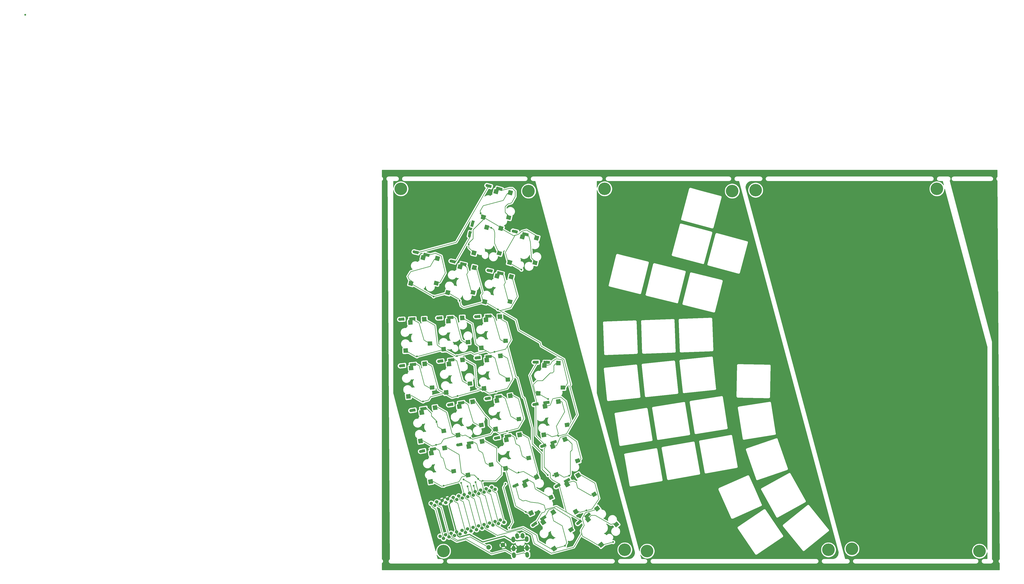
<source format=gtl>
G04 #@! TF.GenerationSoftware,KiCad,Pcbnew,(5.1.5)-3*
G04 #@! TF.CreationDate,2021-04-25T01:53:19+09:00*
G04 #@! TF.ProjectId,moon50_pcb,6d6f6f6e-3530-45f7-9063-622e6b696361,rev?*
G04 #@! TF.SameCoordinates,Original*
G04 #@! TF.FileFunction,Copper,L1,Top*
G04 #@! TF.FilePolarity,Positive*
%FSLAX46Y46*%
G04 Gerber Fmt 4.6, Leading zero omitted, Abs format (unit mm)*
G04 Created by KiCad (PCBNEW (5.1.5)-3) date 2021-04-25 01:53:19*
%MOMM*%
%LPD*%
G04 APERTURE LIST*
%ADD10C,0.100000*%
%ADD11C,5.600000*%
%ADD12C,1.300000*%
%ADD13C,1.700000*%
%ADD14C,1.524000*%
%ADD15C,2.000000*%
%ADD16C,0.800000*%
%ADD17C,0.250000*%
%ADD18C,0.500000*%
%ADD19C,0.254000*%
G04 APERTURE END LIST*
G04 #@! TA.AperFunction,SMDPad,CuDef*
D10*
G36*
X31106920Y-149103189D02*
G01*
X33076536Y-148755893D01*
X33423832Y-150725509D01*
X31454216Y-151072805D01*
X31106920Y-149103189D01*
G37*
G04 #@! TD.AperFunction*
G04 #@! TA.AperFunction,SMDPad,CuDef*
G36*
X31437730Y-136352026D02*
G01*
X33407346Y-136004730D01*
X33754642Y-137974346D01*
X31785026Y-138321642D01*
X31437730Y-136352026D01*
G37*
G04 #@! TD.AperFunction*
G04 #@! TA.AperFunction,SMDPad,CuDef*
G36*
X41451260Y-144537551D02*
G01*
X43420875Y-144190255D01*
X43733442Y-145962909D01*
X41763827Y-146310205D01*
X41451260Y-144537551D01*
G37*
G04 #@! TD.AperFunction*
G04 #@! TA.AperFunction,SMDPad,CuDef*
G36*
X37374552Y-134086692D02*
G01*
X39344168Y-133739396D01*
X39691464Y-135709012D01*
X37721848Y-136056308D01*
X37374552Y-134086692D01*
G37*
G04 #@! TD.AperFunction*
D11*
X258448400Y-19000000D03*
X277448400Y-181000000D03*
X177448400Y-19600000D03*
X220448400Y-180000000D03*
X110000000Y-19000000D03*
X129000000Y-181000000D03*
X167000000Y-20000000D03*
X210000000Y-180400000D03*
X75999600Y-20000000D03*
X18999600Y-19000000D03*
X37999600Y-181000000D03*
X118999600Y-180400000D03*
G04 #@! TA.AperFunction,ComponentPad*
D10*
G36*
X48417948Y-52359983D02*
G01*
X48103450Y-53621368D01*
X46378264Y-53191231D01*
X46692762Y-51929846D01*
X48417948Y-52359983D01*
G37*
G04 #@! TD.AperFunction*
D12*
X41808233Y-51381894D02*
X41344431Y-51266256D01*
G04 #@! TA.AperFunction,SMDPad,CuDef*
D10*
G36*
X45373038Y-52940599D02*
G01*
X45687536Y-51679214D01*
X47045950Y-52017905D01*
X46731452Y-53279290D01*
X45373038Y-52940599D01*
G37*
G04 #@! TD.AperFunction*
G04 #@! TA.AperFunction,SMDPad,CuDef*
G36*
X41928488Y-52081777D02*
G01*
X42242986Y-50820392D01*
X43601400Y-51159083D01*
X43286902Y-52420468D01*
X41928488Y-52081777D01*
G37*
G04 #@! TD.AperFunction*
G04 #@! TA.AperFunction,ComponentPad*
G36*
X42465220Y-75850719D02*
G01*
X42510589Y-77149927D01*
X40733672Y-77211979D01*
X40688303Y-75912771D01*
X42465220Y-75850719D01*
G37*
G04 #@! TD.AperFunction*
D12*
X35841956Y-76732404D02*
X35364248Y-76749086D01*
G04 #@! TA.AperFunction,SMDPad,CuDef*
D10*
G36*
X39698304Y-77248134D02*
G01*
X39652935Y-75948926D01*
X41052082Y-75900066D01*
X41097451Y-77199274D01*
X39698304Y-77248134D01*
G37*
G04 #@! TD.AperFunction*
G04 #@! TA.AperFunction,SMDPad,CuDef*
G36*
X36150466Y-77372028D02*
G01*
X36105097Y-76072820D01*
X37504244Y-76023960D01*
X37549613Y-77323168D01*
X36150466Y-77372028D01*
G37*
G04 #@! TD.AperFunction*
G04 #@! TA.AperFunction,ComponentPad*
G36*
X31922919Y-48247308D02*
G01*
X31608421Y-49508693D01*
X29883235Y-49078556D01*
X30197733Y-47817171D01*
X31922919Y-48247308D01*
G37*
G04 #@! TD.AperFunction*
D12*
X25313204Y-47269219D02*
X24849402Y-47153581D01*
G04 #@! TA.AperFunction,SMDPad,CuDef*
D10*
G36*
X28878009Y-48827924D02*
G01*
X29192507Y-47566539D01*
X30550921Y-47905230D01*
X30236423Y-49166615D01*
X28878009Y-48827924D01*
G37*
G04 #@! TD.AperFunction*
G04 #@! TA.AperFunction,SMDPad,CuDef*
G36*
X25433459Y-47969102D02*
G01*
X25747957Y-46707717D01*
X27106371Y-47046408D01*
X26791873Y-48307793D01*
X25433459Y-47969102D01*
G37*
G04 #@! TD.AperFunction*
G04 #@! TA.AperFunction,SMDPad,CuDef*
G36*
X79365690Y-109457479D02*
G01*
X81365385Y-109492384D01*
X81330480Y-111492079D01*
X79330785Y-111457174D01*
X79365690Y-109457479D01*
G37*
G04 #@! TD.AperFunction*
G04 #@! TA.AperFunction,SMDPad,CuDef*
G36*
X82123458Y-97003712D02*
G01*
X84123153Y-97038617D01*
X84088248Y-99038312D01*
X82088553Y-99003407D01*
X82123458Y-97003712D01*
G37*
G04 #@! TD.AperFunction*
G04 #@! TA.AperFunction,SMDPad,CuDef*
G36*
X90391139Y-106949518D02*
G01*
X92390835Y-106984422D01*
X92359421Y-108784148D01*
X90359725Y-108749244D01*
X90391139Y-106949518D01*
G37*
G04 #@! TD.AperFunction*
G04 #@! TA.AperFunction,SMDPad,CuDef*
G36*
X88383451Y-95912798D02*
G01*
X90383146Y-95947703D01*
X90348241Y-97947398D01*
X88348546Y-97912493D01*
X88383451Y-95912798D01*
G37*
G04 #@! TD.AperFunction*
G04 #@! TA.AperFunction,ComponentPad*
G36*
X47201390Y-113861816D02*
G01*
X47404754Y-115145811D01*
X45648644Y-115423952D01*
X45445280Y-114139957D01*
X47201390Y-113861816D01*
G37*
G04 #@! TD.AperFunction*
D12*
X40734945Y-115544102D02*
X40262829Y-115618878D01*
G04 #@! TA.AperFunction,SMDPad,CuDef*
D10*
G36*
X44625400Y-115586018D02*
G01*
X44422035Y-114302023D01*
X45804798Y-114083014D01*
X46008163Y-115367009D01*
X44625400Y-115586018D01*
G37*
G04 #@! TD.AperFunction*
G04 #@! TA.AperFunction,SMDPad,CuDef*
G36*
X41119106Y-116141360D02*
G01*
X40915741Y-114857365D01*
X42298504Y-114638356D01*
X42501869Y-115922351D01*
X41119106Y-116141360D01*
G37*
G04 #@! TD.AperFunction*
G04 #@! TA.AperFunction,ComponentPad*
G36*
X64434770Y-18738229D02*
G01*
X64098306Y-19993933D01*
X62380890Y-19533753D01*
X62717354Y-18278049D01*
X64434770Y-18738229D01*
G37*
G04 #@! TD.AperFunction*
D12*
X57843132Y-17644935D02*
X57381420Y-17521219D01*
G04 #@! TA.AperFunction,SMDPad,CuDef*
D10*
G36*
X61380191Y-19265616D02*
G01*
X61716655Y-18009913D01*
X63068951Y-18372260D01*
X62732487Y-19627963D01*
X61380191Y-19265616D01*
G37*
G04 #@! TD.AperFunction*
G04 #@! TA.AperFunction,SMDPad,CuDef*
G36*
X57951155Y-18346808D02*
G01*
X58287619Y-17091105D01*
X59639915Y-17453452D01*
X59303451Y-18709155D01*
X57951155Y-18346808D01*
G37*
G04 #@! TD.AperFunction*
G04 #@! TA.AperFunction,ComponentPad*
G36*
X34597574Y-134525577D02*
G01*
X34823316Y-135805827D01*
X33072328Y-136114573D01*
X32846586Y-134834323D01*
X34597574Y-134525577D01*
G37*
G04 #@! TD.AperFunction*
D12*
X28161474Y-136320463D02*
X27690736Y-136403467D01*
G04 #@! TA.AperFunction,SMDPad,CuDef*
D10*
G36*
X32052068Y-136294473D02*
G01*
X31826325Y-135014223D01*
X33205056Y-134771115D01*
X33430799Y-136051365D01*
X32052068Y-136294473D01*
G37*
G04 #@! TD.AperFunction*
G04 #@! TA.AperFunction,SMDPad,CuDef*
G36*
X28556000Y-136910925D02*
G01*
X28330257Y-135630675D01*
X29708988Y-135387567D01*
X29934731Y-136667817D01*
X28556000Y-136910925D01*
G37*
G04 #@! TD.AperFunction*
G04 #@! TA.AperFunction,SMDPad,CuDef*
G36*
X47848651Y-146151169D02*
G01*
X49818267Y-145803873D01*
X50165563Y-147773489D01*
X48195947Y-148120785D01*
X47848651Y-146151169D01*
G37*
G04 #@! TD.AperFunction*
G04 #@! TA.AperFunction,SMDPad,CuDef*
G36*
X48179461Y-133400006D02*
G01*
X50149077Y-133052710D01*
X50496373Y-135022326D01*
X48526757Y-135369622D01*
X48179461Y-133400006D01*
G37*
G04 #@! TD.AperFunction*
G04 #@! TA.AperFunction,SMDPad,CuDef*
G36*
X58192991Y-141585531D02*
G01*
X60162606Y-141238235D01*
X60475173Y-143010889D01*
X58505558Y-143358185D01*
X58192991Y-141585531D01*
G37*
G04 #@! TD.AperFunction*
G04 #@! TA.AperFunction,SMDPad,CuDef*
G36*
X54116283Y-131134672D02*
G01*
X56085899Y-130787376D01*
X56433195Y-132756992D01*
X54463579Y-133104288D01*
X54116283Y-131134672D01*
G37*
G04 #@! TD.AperFunction*
G04 #@! TA.AperFunction,ComponentPad*
G36*
X75725031Y-148477865D02*
G01*
X76253789Y-149665474D01*
X74629505Y-150388651D01*
X74100747Y-149201042D01*
X75725031Y-148477865D01*
G37*
G04 #@! TD.AperFunction*
D12*
X69914333Y-151776468D02*
X69477659Y-151970888D01*
G04 #@! TA.AperFunction,SMDPad,CuDef*
D10*
G36*
X73683072Y-150810030D02*
G01*
X73154314Y-149622421D01*
X74433278Y-149052990D01*
X74962036Y-150240599D01*
X73683072Y-150810030D01*
G37*
G04 #@! TD.AperFunction*
G04 #@! TA.AperFunction,SMDPad,CuDef*
G36*
X70439986Y-152253946D02*
G01*
X69911228Y-151066337D01*
X71190192Y-150496906D01*
X71718950Y-151684515D01*
X70439986Y-152253946D01*
G37*
G04 #@! TD.AperFunction*
G04 #@! TA.AperFunction,SMDPad,CuDef*
G36*
X107066306Y-178005166D02*
G01*
X108620598Y-176746526D01*
X109879238Y-178300818D01*
X108324946Y-179559458D01*
X107066306Y-178005166D01*
G37*
G04 #@! TD.AperFunction*
G04 #@! TA.AperFunction,SMDPad,CuDef*
G36*
X101173752Y-166692368D02*
G01*
X102728044Y-165433728D01*
X103986684Y-166988020D01*
X102432392Y-168246660D01*
X101173752Y-166692368D01*
G37*
G04 #@! TD.AperFunction*
G04 #@! TA.AperFunction,SMDPad,CuDef*
G36*
X113900203Y-168996934D02*
G01*
X115454495Y-167738293D01*
X116587271Y-169137156D01*
X115032979Y-170395797D01*
X113900203Y-168996934D01*
G37*
G04 #@! TD.AperFunction*
G04 #@! TA.AperFunction,SMDPad,CuDef*
G36*
X105267958Y-161832833D02*
G01*
X106822250Y-160574193D01*
X108080890Y-162128485D01*
X106526598Y-163387125D01*
X105267958Y-161832833D01*
G37*
G04 #@! TD.AperFunction*
G04 #@! TA.AperFunction,ComponentPad*
G36*
X76135522Y-39066599D02*
G01*
X75799058Y-40322303D01*
X74081642Y-39862123D01*
X74418106Y-38606419D01*
X76135522Y-39066599D01*
G37*
G04 #@! TD.AperFunction*
D12*
X69543884Y-37973305D02*
X69082172Y-37849589D01*
G04 #@! TA.AperFunction,SMDPad,CuDef*
D10*
G36*
X73080943Y-39593986D02*
G01*
X73417407Y-38338283D01*
X74769703Y-38700630D01*
X74433239Y-39956333D01*
X73080943Y-39593986D01*
G37*
G04 #@! TD.AperFunction*
G04 #@! TA.AperFunction,SMDPad,CuDef*
G36*
X69651907Y-38675178D02*
G01*
X69988371Y-37419475D01*
X71340667Y-37781822D01*
X71004203Y-39037525D01*
X69651907Y-38675178D01*
G37*
G04 #@! TD.AperFunction*
G04 #@! TA.AperFunction,SMDPad,CuDef*
G36*
X75838302Y-163456787D02*
G01*
X77665393Y-162643314D01*
X78478866Y-164470405D01*
X76651775Y-165283878D01*
X75838302Y-163456787D01*
G37*
G04 #@! TD.AperFunction*
G04 #@! TA.AperFunction,SMDPad,CuDef*
G36*
X73074500Y-151004357D02*
G01*
X74901591Y-150190884D01*
X75715064Y-152017975D01*
X73887973Y-152831448D01*
X73074500Y-151004357D01*
G37*
G04 #@! TD.AperFunction*
G04 #@! TA.AperFunction,SMDPad,CuDef*
G36*
X84770843Y-156524246D02*
G01*
X86597933Y-155710772D01*
X87330059Y-157355154D01*
X85502969Y-158168628D01*
X84770843Y-156524246D01*
G37*
G04 #@! TD.AperFunction*
G04 #@! TA.AperFunction,SMDPad,CuDef*
G36*
X78286939Y-147370066D02*
G01*
X80114030Y-146556593D01*
X80927503Y-148383684D01*
X79100412Y-149197157D01*
X78286939Y-147370066D01*
G37*
G04 #@! TD.AperFunction*
G04 #@! TA.AperFunction,ComponentPad*
G36*
X68081038Y-128621537D02*
G01*
X68306780Y-129901787D01*
X66555792Y-130210533D01*
X66330050Y-128930283D01*
X68081038Y-128621537D01*
G37*
G04 #@! TD.AperFunction*
D12*
X61644938Y-130416423D02*
X61174200Y-130499427D01*
G04 #@! TA.AperFunction,SMDPad,CuDef*
D10*
G36*
X65535532Y-130390433D02*
G01*
X65309789Y-129110183D01*
X66688520Y-128867075D01*
X66914263Y-130147325D01*
X65535532Y-130390433D01*
G37*
G04 #@! TD.AperFunction*
G04 #@! TA.AperFunction,SMDPad,CuDef*
G36*
X62039464Y-131006885D02*
G01*
X61813721Y-129726635D01*
X63192452Y-129483527D01*
X63418195Y-130763777D01*
X62039464Y-131006885D01*
G37*
G04 #@! TD.AperFunction*
G04 #@! TA.AperFunction,ComponentPad*
G36*
X30337954Y-116422551D02*
G01*
X30541318Y-117706546D01*
X28785208Y-117984687D01*
X28581844Y-116700692D01*
X30337954Y-116422551D01*
G37*
G04 #@! TD.AperFunction*
D12*
X23871509Y-118104837D02*
X23399393Y-118179613D01*
G04 #@! TA.AperFunction,SMDPad,CuDef*
D10*
G36*
X27761964Y-118146753D02*
G01*
X27558599Y-116862758D01*
X28941362Y-116643749D01*
X29144727Y-117927744D01*
X27761964Y-118146753D01*
G37*
G04 #@! TD.AperFunction*
G04 #@! TA.AperFunction,SMDPad,CuDef*
G36*
X24255670Y-118702095D02*
G01*
X24052305Y-117418100D01*
X25435068Y-117199091D01*
X25638433Y-118483086D01*
X24255670Y-118702095D01*
G37*
G04 #@! TD.AperFunction*
G04 #@! TA.AperFunction,ComponentPad*
G36*
X103040263Y-163654428D02*
G01*
X103858379Y-164664718D01*
X102476613Y-165783650D01*
X101658497Y-164773360D01*
X103040263Y-163654428D01*
G37*
G04 #@! TD.AperFunction*
D12*
X98281300Y-168344553D02*
X97909824Y-168645369D01*
G04 #@! TA.AperFunction,SMDPad,CuDef*
D10*
G36*
X101671490Y-166435625D02*
G01*
X100853374Y-165425335D01*
X101941378Y-164544287D01*
X102759494Y-165554577D01*
X101671490Y-166435625D01*
G37*
G04 #@! TD.AperFunction*
G04 #@! TA.AperFunction,SMDPad,CuDef*
G36*
X98912622Y-168669713D02*
G01*
X98094506Y-167659423D01*
X99182510Y-166778375D01*
X100000626Y-167788665D01*
X98912622Y-168669713D01*
G37*
G04 #@! TD.AperFunction*
G04 #@! TA.AperFunction,ComponentPad*
G36*
X50718427Y-33025528D02*
G01*
X51974131Y-33361992D01*
X51513951Y-35079408D01*
X50258247Y-34742944D01*
X50718427Y-33025528D01*
G37*
G04 #@! TD.AperFunction*
D12*
X49625133Y-39617166D02*
X49501417Y-40078878D01*
G04 #@! TA.AperFunction,SMDPad,CuDef*
D10*
G36*
X51245814Y-36080107D02*
G01*
X49990111Y-35743643D01*
X50352458Y-34391347D01*
X51608161Y-34727811D01*
X51245814Y-36080107D01*
G37*
G04 #@! TD.AperFunction*
G04 #@! TA.AperFunction,SMDPad,CuDef*
G36*
X50327006Y-39509143D02*
G01*
X49071303Y-39172679D01*
X49433650Y-37820383D01*
X50689353Y-38156847D01*
X50327006Y-39509143D01*
G37*
G04 #@! TD.AperFunction*
D13*
X73386876Y-174581970D02*
X73358956Y-173782458D01*
X69241783Y-176227634D02*
X69213863Y-175428122D01*
X69381381Y-180225198D02*
X69353461Y-179425686D01*
X69486080Y-183223370D02*
X69458160Y-182423858D01*
X75327757Y-180017546D02*
X75299837Y-179218034D01*
X75432455Y-183015718D02*
X75404535Y-182216206D01*
X70938368Y-174667474D02*
X70910448Y-173867962D01*
X75188159Y-176019982D02*
X75160239Y-175220470D01*
G04 #@! TA.AperFunction,ComponentPad*
D10*
G36*
X25475577Y-76444009D02*
G01*
X25520946Y-77743217D01*
X23744029Y-77805269D01*
X23698660Y-76506061D01*
X25475577Y-76444009D01*
G37*
G04 #@! TD.AperFunction*
D12*
X18852313Y-77325694D02*
X18374605Y-77342376D01*
G04 #@! TA.AperFunction,SMDPad,CuDef*
D10*
G36*
X22708661Y-77841424D02*
G01*
X22663292Y-76542216D01*
X24062439Y-76493356D01*
X24107808Y-77792564D01*
X22708661Y-77841424D01*
G37*
G04 #@! TD.AperFunction*
G04 #@! TA.AperFunction,SMDPad,CuDef*
G36*
X19160823Y-77965318D02*
G01*
X19115454Y-76666110D01*
X20514601Y-76617250D01*
X20559970Y-77916458D01*
X19160823Y-77965318D01*
G37*
G04 #@! TD.AperFunction*
G04 #@! TA.AperFunction,ComponentPad*
G36*
X42819661Y-94726671D02*
G01*
X42955548Y-96019549D01*
X41187289Y-96205401D01*
X41051402Y-94912523D01*
X42819661Y-94726671D01*
G37*
G04 #@! TD.AperFunction*
D12*
X36274034Y-96068224D02*
X35798652Y-96118188D01*
G04 #@! TA.AperFunction,SMDPad,CuDef*
D10*
G36*
X40156963Y-96313692D02*
G01*
X40021076Y-95020814D01*
X41413407Y-94874474D01*
X41549294Y-96167352D01*
X40156963Y-96313692D01*
G37*
G04 #@! TD.AperFunction*
G04 #@! TA.AperFunction,SMDPad,CuDef*
G36*
X36626411Y-96684768D02*
G01*
X36490524Y-95391890D01*
X37882855Y-95245550D01*
X38018742Y-96538428D01*
X36626411Y-96684768D01*
G37*
G04 #@! TD.AperFunction*
G04 #@! TA.AperFunction,ComponentPad*
G36*
X25715154Y-96775800D02*
G01*
X25851041Y-98068678D01*
X24082782Y-98254530D01*
X23946895Y-96961652D01*
X25715154Y-96775800D01*
G37*
G04 #@! TD.AperFunction*
D12*
X19169527Y-98117353D02*
X18694145Y-98167317D01*
G04 #@! TA.AperFunction,SMDPad,CuDef*
D10*
G36*
X23052456Y-98362821D02*
G01*
X22916569Y-97069943D01*
X24308900Y-96923603D01*
X24444787Y-98216481D01*
X23052456Y-98362821D01*
G37*
G04 #@! TD.AperFunction*
G04 #@! TA.AperFunction,SMDPad,CuDef*
G36*
X19521904Y-98733897D02*
G01*
X19386017Y-97441019D01*
X20778348Y-97294679D01*
X20914235Y-98587557D01*
X19521904Y-98733897D01*
G37*
G04 #@! TD.AperFunction*
G04 #@! TA.AperFunction,SMDPad,CuDef*
G36*
X87214620Y-146209413D02*
G01*
X89105657Y-145558276D01*
X89756794Y-147449313D01*
X87865757Y-148100450D01*
X87214620Y-146209413D01*
G37*
G04 #@! TD.AperFunction*
G04 #@! TA.AperFunction,SMDPad,CuDef*
G36*
X85546636Y-133563488D02*
G01*
X87437673Y-132912351D01*
X88088810Y-134803388D01*
X86197773Y-135454525D01*
X85546636Y-133563488D01*
G37*
G04 #@! TD.AperFunction*
G04 #@! TA.AperFunction,SMDPad,CuDef*
G36*
X96717380Y-140081774D02*
G01*
X98608417Y-139430638D01*
X99194440Y-141132572D01*
X97303403Y-141783708D01*
X96717380Y-140081774D01*
G37*
G04 #@! TD.AperFunction*
G04 #@! TA.AperFunction,SMDPad,CuDef*
G36*
X91055990Y-130397320D02*
G01*
X92947027Y-129746183D01*
X93598164Y-131637220D01*
X91707127Y-132288357D01*
X91055990Y-130397320D01*
G37*
G04 #@! TD.AperFunction*
G04 #@! TA.AperFunction,SMDPad,CuDef*
G36*
X38132175Y-109145635D02*
G01*
X40121218Y-108936578D01*
X40330275Y-110925621D01*
X38341232Y-111134678D01*
X38132175Y-109145635D01*
G37*
G04 #@! TD.AperFunction*
G04 #@! TA.AperFunction,SMDPad,CuDef*
G36*
X39351655Y-96448609D02*
G01*
X41340698Y-96239552D01*
X41549755Y-98228595D01*
X39560712Y-98437652D01*
X39351655Y-96448609D01*
G37*
G04 #@! TD.AperFunction*
G04 #@! TA.AperFunction,SMDPad,CuDef*
G36*
X48769798Y-105312703D02*
G01*
X50758842Y-105103646D01*
X50946994Y-106893785D01*
X48957950Y-107102842D01*
X48769798Y-105312703D01*
G37*
G04 #@! TD.AperFunction*
G04 #@! TA.AperFunction,SMDPad,CuDef*
G36*
X45432037Y-94602925D02*
G01*
X47421080Y-94393868D01*
X47630137Y-96382911D01*
X45641094Y-96591968D01*
X45432037Y-94602925D01*
G37*
G04 #@! TD.AperFunction*
G04 #@! TA.AperFunction,ComponentPad*
G36*
X94150221Y-148177287D02*
G01*
X94780473Y-149314293D01*
X93225399Y-150176285D01*
X92595147Y-149039279D01*
X94150221Y-148177287D01*
G37*
G04 #@! TD.AperFunction*
D12*
X88649126Y-151969775D02*
X88231058Y-152201513D01*
G04 #@! TA.AperFunction,SMDPad,CuDef*
D10*
G36*
X92319293Y-150678548D02*
G01*
X91689041Y-149541542D01*
X92913509Y-148862808D01*
X93543761Y-149999814D01*
X92319293Y-150678548D01*
G37*
G04 #@! TD.AperFunction*
G04 #@! TA.AperFunction,SMDPad,CuDef*
G36*
X89214393Y-152399622D02*
G01*
X88584141Y-151262616D01*
X89808609Y-150583882D01*
X90438861Y-151720888D01*
X89214393Y-152399622D01*
G37*
G04 #@! TD.AperFunction*
G04 #@! TA.AperFunction,ComponentPad*
G36*
X63919357Y-111103783D02*
G01*
X64122721Y-112387778D01*
X62366611Y-112665919D01*
X62163247Y-111381924D01*
X63919357Y-111103783D01*
G37*
G04 #@! TD.AperFunction*
D12*
X57452912Y-112786069D02*
X56980796Y-112860845D01*
G04 #@! TA.AperFunction,SMDPad,CuDef*
D10*
G36*
X61343367Y-112827985D02*
G01*
X61140002Y-111543990D01*
X62522765Y-111324981D01*
X62726130Y-112608976D01*
X61343367Y-112827985D01*
G37*
G04 #@! TD.AperFunction*
G04 #@! TA.AperFunction,SMDPad,CuDef*
G36*
X57837073Y-113383327D02*
G01*
X57633708Y-112099332D01*
X59016471Y-111880323D01*
X59219836Y-113164318D01*
X57837073Y-113383327D01*
G37*
G04 #@! TD.AperFunction*
G04 #@! TA.AperFunction,SMDPad,CuDef*
G36*
X55110397Y-30474820D02*
G01*
X57042249Y-30992458D01*
X56524611Y-32924310D01*
X54592759Y-32406672D01*
X55110397Y-30474820D01*
G37*
G04 #@! TD.AperFunction*
G04 #@! TA.AperFunction,SMDPad,CuDef*
G36*
X60799087Y-19058147D02*
G01*
X62730939Y-19575785D01*
X62213301Y-21507637D01*
X60281449Y-20989999D01*
X60799087Y-19058147D01*
G37*
G04 #@! TD.AperFunction*
G04 #@! TA.AperFunction,SMDPad,CuDef*
G36*
X66415074Y-30708654D02*
G01*
X68346926Y-31226292D01*
X67881052Y-32964958D01*
X65949200Y-32447320D01*
X66415074Y-30708654D01*
G37*
G04 #@! TD.AperFunction*
G04 #@! TA.AperFunction,SMDPad,CuDef*
G36*
X67137047Y-19514067D02*
G01*
X69068899Y-20031705D01*
X68551261Y-21963557D01*
X66619409Y-21445919D01*
X67137047Y-19514067D01*
G37*
G04 #@! TD.AperFunction*
G04 #@! TA.AperFunction,SMDPad,CuDef*
G36*
X53871949Y-89179822D02*
G01*
X55870730Y-89110023D01*
X55940529Y-91108804D01*
X53941748Y-91178603D01*
X53871949Y-89179822D01*
G37*
G04 #@! TD.AperFunction*
G04 #@! TA.AperFunction,SMDPad,CuDef*
G36*
X55974158Y-76598792D02*
G01*
X57972939Y-76528993D01*
X58042738Y-78527774D01*
X56043957Y-78597573D01*
X55974158Y-76598792D01*
G37*
G04 #@! TD.AperFunction*
G04 #@! TA.AperFunction,SMDPad,CuDef*
G36*
X64751031Y-86098270D02*
G01*
X66749812Y-86028471D01*
X66812631Y-87827374D01*
X64813850Y-87897173D01*
X64751031Y-86098270D01*
G37*
G04 #@! TD.AperFunction*
G04 #@! TA.AperFunction,SMDPad,CuDef*
G36*
X62168477Y-75181750D02*
G01*
X64167258Y-75111951D01*
X64237057Y-77110732D01*
X62238276Y-77180531D01*
X62168477Y-75181750D01*
G37*
G04 #@! TD.AperFunction*
G04 #@! TA.AperFunction,SMDPad,CuDef*
G36*
X95753038Y-162970255D02*
G01*
X97502277Y-162000636D01*
X98471896Y-163749875D01*
X96722657Y-164719494D01*
X95753038Y-162970255D01*
G37*
G04 #@! TD.AperFunction*
G04 #@! TA.AperFunction,SMDPad,CuDef*
G36*
X91914452Y-150806092D02*
G01*
X93663691Y-149836473D01*
X94633310Y-151585712D01*
X92884071Y-152555331D01*
X91914452Y-150806092D01*
G37*
G04 #@! TD.AperFunction*
G04 #@! TA.AperFunction,SMDPad,CuDef*
G36*
X104047376Y-155285572D02*
G01*
X105796615Y-154315953D01*
X106669272Y-155890268D01*
X104920033Y-156859887D01*
X104047376Y-155285572D01*
G37*
G04 #@! TD.AperFunction*
G04 #@! TA.AperFunction,SMDPad,CuDef*
G36*
X96790307Y-146731337D02*
G01*
X98539546Y-145761718D01*
X99509165Y-147510957D01*
X97759926Y-148480576D01*
X96790307Y-146731337D01*
G37*
G04 #@! TD.AperFunction*
G04 #@! TA.AperFunction,SMDPad,CuDef*
G36*
X43384115Y-128277639D02*
G01*
X45359492Y-127964770D01*
X45672361Y-129940147D01*
X43696984Y-130253016D01*
X43384115Y-128277639D01*
G37*
G04 #@! TD.AperFunction*
G04 #@! TA.AperFunction,SMDPad,CuDef*
G36*
X43937413Y-115534191D02*
G01*
X45912790Y-115221322D01*
X46225659Y-117196699D01*
X44250282Y-117509568D01*
X43937413Y-115534191D01*
G37*
G04 #@! TD.AperFunction*
G04 #@! TA.AperFunction,SMDPad,CuDef*
G36*
X53806561Y-123893230D02*
G01*
X55781937Y-123580361D01*
X56063519Y-125358200D01*
X54088143Y-125671069D01*
X53806561Y-123893230D01*
G37*
G04 #@! TD.AperFunction*
G04 #@! TA.AperFunction,SMDPad,CuDef*
G36*
X49912867Y-113372814D02*
G01*
X51888244Y-113059945D01*
X52201113Y-115035322D01*
X50225736Y-115348191D01*
X49912867Y-113372814D01*
G37*
G04 #@! TD.AperFunction*
G04 #@! TA.AperFunction,ComponentPad*
G36*
X59454865Y-75257426D02*
G01*
X59500234Y-76556634D01*
X57723317Y-76618686D01*
X57677948Y-75319478D01*
X59454865Y-75257426D01*
G37*
G04 #@! TD.AperFunction*
D12*
X52831601Y-76139111D02*
X52353893Y-76155793D01*
G04 #@! TA.AperFunction,SMDPad,CuDef*
D10*
G36*
X56687949Y-76654841D02*
G01*
X56642580Y-75355633D01*
X58041727Y-75306773D01*
X58087096Y-76605981D01*
X56687949Y-76654841D01*
G37*
G04 #@! TD.AperFunction*
G04 #@! TA.AperFunction,SMDPad,CuDef*
G36*
X53140111Y-76778735D02*
G01*
X53094742Y-75479527D01*
X54493889Y-75430667D01*
X54539258Y-76729875D01*
X53140111Y-76778735D01*
G37*
G04 #@! TD.AperFunction*
G04 #@! TA.AperFunction,SMDPad,CuDef*
G36*
X66874251Y-50708990D02*
G01*
X68806103Y-51226628D01*
X68288465Y-53158480D01*
X66356613Y-52640842D01*
X66874251Y-50708990D01*
G37*
G04 #@! TD.AperFunction*
G04 #@! TA.AperFunction,SMDPad,CuDef*
G36*
X72562941Y-39292317D02*
G01*
X74494793Y-39809955D01*
X73977155Y-41741807D01*
X72045303Y-41224169D01*
X72562941Y-39292317D01*
G37*
G04 #@! TD.AperFunction*
G04 #@! TA.AperFunction,SMDPad,CuDef*
G36*
X78178928Y-50942824D02*
G01*
X80110780Y-51460462D01*
X79644906Y-53199128D01*
X77713054Y-52681490D01*
X78178928Y-50942824D01*
G37*
G04 #@! TD.AperFunction*
G04 #@! TA.AperFunction,SMDPad,CuDef*
G36*
X78900901Y-39748237D02*
G01*
X80832753Y-40265875D01*
X80315115Y-42197727D01*
X78383263Y-41680089D01*
X78900901Y-39748237D01*
G37*
G04 #@! TD.AperFunction*
G04 #@! TA.AperFunction,SMDPad,CuDef*
G36*
X55709920Y-68297478D02*
G01*
X57650512Y-68781322D01*
X57166668Y-70721914D01*
X55226076Y-70238070D01*
X55709920Y-68297478D01*
G37*
G04 #@! TD.AperFunction*
G04 #@! TA.AperFunction,SMDPad,CuDef*
G36*
X61198495Y-56783263D02*
G01*
X63139087Y-57267107D01*
X62655243Y-59207699D01*
X60714651Y-58723855D01*
X61198495Y-56783263D01*
G37*
G04 #@! TD.AperFunction*
G04 #@! TA.AperFunction,SMDPad,CuDef*
G36*
X67016956Y-68333982D02*
G01*
X68957547Y-68817826D01*
X68522088Y-70564358D01*
X66581497Y-70080514D01*
X67016956Y-68333982D01*
G37*
G04 #@! TD.AperFunction*
G04 #@! TA.AperFunction,SMDPad,CuDef*
G36*
X67543447Y-57128501D02*
G01*
X69484039Y-57612345D01*
X69000195Y-59552937D01*
X67059603Y-59069093D01*
X67543447Y-57128501D01*
G37*
G04 #@! TD.AperFunction*
G04 #@! TA.AperFunction,SMDPad,CuDef*
G36*
X21225299Y-110922616D02*
G01*
X23214342Y-110713559D01*
X23423399Y-112702602D01*
X21434356Y-112911659D01*
X21225299Y-110922616D01*
G37*
G04 #@! TD.AperFunction*
G04 #@! TA.AperFunction,SMDPad,CuDef*
G36*
X22444779Y-98225590D02*
G01*
X24433822Y-98016533D01*
X24642879Y-100005576D01*
X22653836Y-100214633D01*
X22444779Y-98225590D01*
G37*
G04 #@! TD.AperFunction*
G04 #@! TA.AperFunction,SMDPad,CuDef*
G36*
X31862922Y-107089684D02*
G01*
X33851966Y-106880627D01*
X34040118Y-108670766D01*
X32051074Y-108879823D01*
X31862922Y-107089684D01*
G37*
G04 #@! TD.AperFunction*
G04 #@! TA.AperFunction,SMDPad,CuDef*
G36*
X28525161Y-96379906D02*
G01*
X30514204Y-96170849D01*
X30723261Y-98159892D01*
X28734218Y-98368949D01*
X28525161Y-96379906D01*
G37*
G04 #@! TD.AperFunction*
G04 #@! TA.AperFunction,SMDPad,CuDef*
G36*
X55039047Y-107368651D02*
G01*
X57028090Y-107159594D01*
X57237147Y-109148637D01*
X55248104Y-109357694D01*
X55039047Y-107368651D01*
G37*
G04 #@! TD.AperFunction*
G04 #@! TA.AperFunction,SMDPad,CuDef*
G36*
X56258527Y-94671625D02*
G01*
X58247570Y-94462568D01*
X58456627Y-96451611D01*
X56467584Y-96660668D01*
X56258527Y-94671625D01*
G37*
G04 #@! TD.AperFunction*
G04 #@! TA.AperFunction,SMDPad,CuDef*
G36*
X65676670Y-103535719D02*
G01*
X67665714Y-103326662D01*
X67853866Y-105116801D01*
X65864822Y-105325858D01*
X65676670Y-103535719D01*
G37*
G04 #@! TD.AperFunction*
G04 #@! TA.AperFunction,SMDPad,CuDef*
G36*
X62338909Y-92825941D02*
G01*
X64327952Y-92616884D01*
X64537009Y-94605927D01*
X62547966Y-94814984D01*
X62338909Y-92825941D01*
G37*
G04 #@! TD.AperFunction*
D14*
X34105619Y-160592362D03*
X36559070Y-159934962D03*
X39012522Y-159277561D03*
X41465974Y-158620161D03*
X43919425Y-157962760D03*
X46372877Y-157305360D03*
X48826328Y-156647960D03*
X51279780Y-155990559D03*
X53733232Y-155333159D03*
X56186683Y-154675759D03*
X58640135Y-154018358D03*
X61093586Y-153360958D03*
X65037989Y-168081667D03*
X62584537Y-168739068D03*
X60131085Y-169396468D03*
X57677634Y-170053869D03*
X55224182Y-170711269D03*
X52770731Y-171368669D03*
X50317279Y-172026070D03*
X47863827Y-172683470D03*
X45410376Y-173340870D03*
X42956924Y-173998271D03*
X40503473Y-174655671D03*
X38050021Y-175313072D03*
X32540772Y-159659177D03*
X34994223Y-159001776D03*
X37447675Y-158344376D03*
X39901127Y-157686976D03*
X42354578Y-157029575D03*
X44808030Y-156372175D03*
X47261481Y-155714774D03*
X49714933Y-155057374D03*
X52168385Y-154399974D03*
X54621836Y-153742573D03*
X57075288Y-153085173D03*
X59528739Y-152427773D03*
X63467965Y-167129164D03*
X61014514Y-167786564D03*
X58561062Y-168443964D03*
X56107610Y-169101365D03*
X53654159Y-169758765D03*
X51200707Y-170416165D03*
X48747256Y-171073566D03*
X46293804Y-171730966D03*
X43840352Y-172388367D03*
X41386901Y-173045767D03*
X38933449Y-173703167D03*
X36479998Y-174360568D03*
G04 #@! TA.AperFunction,SMDPad,CuDef*
D10*
G36*
X37078617Y-89767187D02*
G01*
X39077398Y-89697388D01*
X39147197Y-91696169D01*
X37148416Y-91765968D01*
X37078617Y-89767187D01*
G37*
G04 #@! TD.AperFunction*
G04 #@! TA.AperFunction,SMDPad,CuDef*
G36*
X39180826Y-77186157D02*
G01*
X41179607Y-77116358D01*
X41249406Y-79115139D01*
X39250625Y-79184938D01*
X39180826Y-77186157D01*
G37*
G04 #@! TD.AperFunction*
G04 #@! TA.AperFunction,SMDPad,CuDef*
G36*
X47957699Y-86685635D02*
G01*
X49956480Y-86615836D01*
X50019299Y-88414739D01*
X48020518Y-88484538D01*
X47957699Y-86685635D01*
G37*
G04 #@! TD.AperFunction*
G04 #@! TA.AperFunction,SMDPad,CuDef*
G36*
X45375145Y-75769115D02*
G01*
X47373926Y-75699316D01*
X47443725Y-77698097D01*
X45444944Y-77767896D01*
X45375145Y-75769115D01*
G37*
G04 #@! TD.AperFunction*
G04 #@! TA.AperFunction,ComponentPad*
G36*
X64912975Y-56472652D02*
G01*
X64598477Y-57734037D01*
X62873291Y-57303900D01*
X63187789Y-56042515D01*
X64912975Y-56472652D01*
G37*
G04 #@! TD.AperFunction*
D12*
X58303260Y-55494563D02*
X57839458Y-55378925D01*
G04 #@! TA.AperFunction,SMDPad,CuDef*
D10*
G36*
X61868065Y-57053268D02*
G01*
X62182563Y-55791883D01*
X63540977Y-56130574D01*
X63226479Y-57391959D01*
X61868065Y-57053268D01*
G37*
G04 #@! TD.AperFunction*
G04 #@! TA.AperFunction,SMDPad,CuDef*
G36*
X58423515Y-56194446D02*
G01*
X58738013Y-54933061D01*
X60096427Y-55271752D01*
X59781929Y-56533137D01*
X58423515Y-56194446D01*
G37*
G04 #@! TD.AperFunction*
G04 #@! TA.AperFunction,SMDPad,CuDef*
G36*
X81679641Y-128175644D02*
G01*
X83655018Y-127862775D01*
X83967887Y-129838152D01*
X81992510Y-130151021D01*
X81679641Y-128175644D01*
G37*
G04 #@! TD.AperFunction*
G04 #@! TA.AperFunction,SMDPad,CuDef*
G36*
X82232939Y-115432196D02*
G01*
X84208316Y-115119327D01*
X84521185Y-117094704D01*
X82545808Y-117407573D01*
X82232939Y-115432196D01*
G37*
G04 #@! TD.AperFunction*
G04 #@! TA.AperFunction,SMDPad,CuDef*
G36*
X92102087Y-123791235D02*
G01*
X94077463Y-123478366D01*
X94359045Y-125256205D01*
X92383669Y-125569074D01*
X92102087Y-123791235D01*
G37*
G04 #@! TD.AperFunction*
G04 #@! TA.AperFunction,SMDPad,CuDef*
G36*
X88208393Y-113270819D02*
G01*
X90183770Y-112957950D01*
X90496639Y-114933327D01*
X88521262Y-115246196D01*
X88208393Y-113270819D01*
G37*
G04 #@! TD.AperFunction*
G04 #@! TA.AperFunction,SMDPad,CuDef*
G36*
X86068268Y-179607561D02*
G01*
X87726343Y-178489176D01*
X88844728Y-180147251D01*
X87186653Y-181265636D01*
X86068268Y-179607561D01*
G37*
G04 #@! TD.AperFunction*
G04 #@! TA.AperFunction,SMDPad,CuDef*
G36*
X81184113Y-167824242D02*
G01*
X82842188Y-166705857D01*
X83960573Y-168363932D01*
X82302498Y-169482317D01*
X81184113Y-167824242D01*
G37*
G04 #@! TD.AperFunction*
G04 #@! TA.AperFunction,SMDPad,CuDef*
G36*
X93661280Y-171229222D02*
G01*
X95319355Y-170110836D01*
X96325902Y-171603104D01*
X94667827Y-172721490D01*
X93661280Y-171229222D01*
G37*
G04 #@! TD.AperFunction*
G04 #@! TA.AperFunction,SMDPad,CuDef*
G36*
X85686276Y-163340033D02*
G01*
X87344351Y-162221648D01*
X88462736Y-163879723D01*
X86804661Y-164998108D01*
X85686276Y-163340033D01*
G37*
G04 #@! TD.AperFunction*
G04 #@! TA.AperFunction,SMDPad,CuDef*
G36*
X64590382Y-143199152D02*
G01*
X66559998Y-142851856D01*
X66907294Y-144821472D01*
X64937678Y-145168768D01*
X64590382Y-143199152D01*
G37*
G04 #@! TD.AperFunction*
G04 #@! TA.AperFunction,SMDPad,CuDef*
G36*
X64921192Y-130447989D02*
G01*
X66890808Y-130100693D01*
X67238104Y-132070309D01*
X65268488Y-132417605D01*
X64921192Y-130447989D01*
G37*
G04 #@! TD.AperFunction*
G04 #@! TA.AperFunction,SMDPad,CuDef*
G36*
X74934722Y-138633514D02*
G01*
X76904337Y-138286218D01*
X77216904Y-140058872D01*
X75247289Y-140406168D01*
X74934722Y-138633514D01*
G37*
G04 #@! TD.AperFunction*
G04 #@! TA.AperFunction,SMDPad,CuDef*
G36*
X70858014Y-128182655D02*
G01*
X72827630Y-127835359D01*
X73174926Y-129804975D01*
X71205310Y-130152271D01*
X70858014Y-128182655D01*
G37*
G04 #@! TD.AperFunction*
G04 #@! TA.AperFunction,SMDPad,CuDef*
G36*
X50936478Y-46438478D02*
G01*
X52868330Y-46956116D01*
X52350692Y-48887968D01*
X50418840Y-48370330D01*
X50936478Y-46438478D01*
G37*
G04 #@! TD.AperFunction*
G04 #@! TA.AperFunction,SMDPad,CuDef*
G36*
X56625168Y-35021805D02*
G01*
X58557020Y-35539443D01*
X58039382Y-37471295D01*
X56107530Y-36953657D01*
X56625168Y-35021805D01*
G37*
G04 #@! TD.AperFunction*
G04 #@! TA.AperFunction,SMDPad,CuDef*
G36*
X62241155Y-46672312D02*
G01*
X64173007Y-47189950D01*
X63707133Y-48928616D01*
X61775281Y-48410978D01*
X62241155Y-46672312D01*
G37*
G04 #@! TD.AperFunction*
G04 #@! TA.AperFunction,SMDPad,CuDef*
G36*
X62963128Y-35477725D02*
G01*
X64894980Y-35995363D01*
X64377342Y-37927215D01*
X62445490Y-37409577D01*
X62963128Y-35477725D01*
G37*
G04 #@! TD.AperFunction*
G04 #@! TA.AperFunction,ComponentPad*
G36*
X83380918Y-164931203D02*
G01*
X84107869Y-166008952D01*
X82633840Y-167003197D01*
X81906889Y-165925448D01*
X83380918Y-164931203D01*
G37*
G04 #@! TD.AperFunction*
D12*
X78231293Y-169188711D02*
X77835013Y-169456005D01*
G04 #@! TA.AperFunction,SMDPad,CuDef*
D10*
G36*
X81774957Y-167582521D02*
G01*
X81048006Y-166504773D01*
X82208659Y-165721903D01*
X82935610Y-166799651D01*
X81774957Y-167582521D01*
G37*
G04 #@! TD.AperFunction*
G04 #@! TA.AperFunction,SMDPad,CuDef*
G36*
X78831873Y-169567655D02*
G01*
X78104922Y-168489907D01*
X79265575Y-167707037D01*
X79992526Y-168784785D01*
X78831873Y-169567655D01*
G37*
G04 #@! TD.AperFunction*
G04 #@! TA.AperFunction,SMDPad,CuDef*
G36*
X22722285Y-60062435D02*
G01*
X24662877Y-60546279D01*
X24179033Y-62486871D01*
X22238441Y-62003027D01*
X22722285Y-60062435D01*
G37*
G04 #@! TD.AperFunction*
G04 #@! TA.AperFunction,SMDPad,CuDef*
G36*
X28210860Y-48548220D02*
G01*
X30151452Y-49032064D01*
X29667608Y-50972656D01*
X27727016Y-50488812D01*
X28210860Y-48548220D01*
G37*
G04 #@! TD.AperFunction*
G04 #@! TA.AperFunction,SMDPad,CuDef*
G36*
X34029321Y-60098939D02*
G01*
X35969912Y-60582783D01*
X35534453Y-62329315D01*
X33593862Y-61845471D01*
X34029321Y-60098939D01*
G37*
G04 #@! TD.AperFunction*
G04 #@! TA.AperFunction,SMDPad,CuDef*
G36*
X34555812Y-48893458D02*
G01*
X36496404Y-49377302D01*
X36012560Y-51317894D01*
X34071968Y-50834050D01*
X34555812Y-48893458D01*
G37*
G04 #@! TD.AperFunction*
G04 #@! TA.AperFunction,SMDPad,CuDef*
G36*
X39214893Y-64184807D02*
G01*
X41155485Y-64668651D01*
X40671641Y-66609243D01*
X38731049Y-66125399D01*
X39214893Y-64184807D01*
G37*
G04 #@! TD.AperFunction*
G04 #@! TA.AperFunction,SMDPad,CuDef*
G36*
X44703468Y-52670592D02*
G01*
X46644060Y-53154436D01*
X46160216Y-55095028D01*
X44219624Y-54611184D01*
X44703468Y-52670592D01*
G37*
G04 #@! TD.AperFunction*
G04 #@! TA.AperFunction,SMDPad,CuDef*
G36*
X50521929Y-64221311D02*
G01*
X52462520Y-64705155D01*
X52027061Y-66451687D01*
X50086470Y-65967843D01*
X50521929Y-64221311D01*
G37*
G04 #@! TD.AperFunction*
G04 #@! TA.AperFunction,SMDPad,CuDef*
G36*
X51048420Y-53015830D02*
G01*
X52989012Y-53499674D01*
X52505168Y-55440266D01*
X50564576Y-54956422D01*
X51048420Y-53015830D01*
G37*
G04 #@! TD.AperFunction*
G04 #@! TA.AperFunction,SMDPad,CuDef*
G36*
X26593416Y-130937025D02*
G01*
X28568793Y-130624156D01*
X28881662Y-132599533D01*
X26906285Y-132912402D01*
X26593416Y-130937025D01*
G37*
G04 #@! TD.AperFunction*
G04 #@! TA.AperFunction,SMDPad,CuDef*
G36*
X27146714Y-118193577D02*
G01*
X29122091Y-117880708D01*
X29434960Y-119856085D01*
X27459583Y-120168954D01*
X27146714Y-118193577D01*
G37*
G04 #@! TD.AperFunction*
G04 #@! TA.AperFunction,SMDPad,CuDef*
G36*
X37015862Y-126552616D02*
G01*
X38991238Y-126239747D01*
X39272820Y-128017586D01*
X37297444Y-128330455D01*
X37015862Y-126552616D01*
G37*
G04 #@! TD.AperFunction*
G04 #@! TA.AperFunction,SMDPad,CuDef*
G36*
X33122168Y-116032200D02*
G01*
X35097545Y-115719331D01*
X35410414Y-117694708D01*
X33435037Y-118007577D01*
X33122168Y-116032200D01*
G37*
G04 #@! TD.AperFunction*
G04 #@! TA.AperFunction,ComponentPad*
G36*
X59504032Y-93224449D02*
G01*
X59639919Y-94517327D01*
X57871660Y-94703179D01*
X57735773Y-93410301D01*
X59504032Y-93224449D01*
G37*
G04 #@! TD.AperFunction*
D12*
X52958405Y-94566002D02*
X52483023Y-94615966D01*
G04 #@! TA.AperFunction,SMDPad,CuDef*
D10*
G36*
X56841334Y-94811470D02*
G01*
X56705447Y-93518592D01*
X58097778Y-93372252D01*
X58233665Y-94665130D01*
X56841334Y-94811470D01*
G37*
G04 #@! TD.AperFunction*
G04 #@! TA.AperFunction,SMDPad,CuDef*
G36*
X53310782Y-95182546D02*
G01*
X53174895Y-93889668D01*
X54567226Y-93743328D01*
X54703113Y-95036206D01*
X53310782Y-95182546D01*
G37*
G04 #@! TD.AperFunction*
G04 #@! TA.AperFunction,ComponentPad*
G36*
X85524639Y-95960582D02*
G01*
X85501951Y-97260384D01*
X83724221Y-97229354D01*
X83746909Y-95929552D01*
X85524639Y-95960582D01*
G37*
G04 #@! TD.AperFunction*
D12*
X78864308Y-96494425D02*
X78386380Y-96486083D01*
G04 #@! TA.AperFunction,SMDPad,CuDef*
D10*
G36*
X82688380Y-97211273D02*
G01*
X82711068Y-95911471D01*
X84110854Y-95935905D01*
X84088166Y-97235707D01*
X82688380Y-97211273D01*
G37*
G04 #@! TD.AperFunction*
G04 #@! TA.AperFunction,SMDPad,CuDef*
G36*
X79138920Y-97149317D02*
G01*
X79161608Y-95849515D01*
X80561394Y-95873949D01*
X80538706Y-97173751D01*
X79138920Y-97149317D01*
G37*
G04 #@! TD.AperFunction*
G04 #@! TA.AperFunction,ComponentPad*
G36*
X85304569Y-113715462D02*
G01*
X85507933Y-114999457D01*
X83751823Y-115277598D01*
X83548459Y-113993603D01*
X85304569Y-113715462D01*
G37*
G04 #@! TD.AperFunction*
D12*
X78838124Y-115397748D02*
X78366008Y-115472524D01*
G04 #@! TA.AperFunction,SMDPad,CuDef*
D10*
G36*
X82728579Y-115439664D02*
G01*
X82525214Y-114155669D01*
X83907977Y-113936660D01*
X84111342Y-115220655D01*
X82728579Y-115439664D01*
G37*
G04 #@! TD.AperFunction*
G04 #@! TA.AperFunction,SMDPad,CuDef*
G36*
X79222285Y-115995006D02*
G01*
X79018920Y-114711011D01*
X80401683Y-114492002D01*
X80605048Y-115775997D01*
X79222285Y-115995006D01*
G37*
G04 #@! TD.AperFunction*
G04 #@! TA.AperFunction,ComponentPad*
G36*
X88330967Y-131262107D02*
G01*
X88754205Y-132491281D01*
X87073073Y-133070141D01*
X86649835Y-131840967D01*
X88330967Y-131262107D01*
G37*
G04 #@! TD.AperFunction*
D12*
X82254887Y-134041721D02*
X81802929Y-134197343D01*
G04 #@! TA.AperFunction,SMDPad,CuDef*
D10*
G36*
X86093515Y-133407430D02*
G01*
X85670277Y-132178256D01*
X86994003Y-131722460D01*
X87417241Y-132951634D01*
X86093515Y-133407430D01*
G37*
G04 #@! TD.AperFunction*
G04 #@! TA.AperFunction,SMDPad,CuDef*
G36*
X82736925Y-134563196D02*
G01*
X82313687Y-133334022D01*
X83637413Y-132878226D01*
X84060651Y-134107400D01*
X82736925Y-134563196D01*
G37*
G04 #@! TD.AperFunction*
G04 #@! TA.AperFunction,SMDPad,CuDef*
G36*
X60174815Y-125618253D02*
G01*
X62150192Y-125305384D01*
X62463061Y-127280761D01*
X60487684Y-127593630D01*
X60174815Y-125618253D01*
G37*
G04 #@! TD.AperFunction*
G04 #@! TA.AperFunction,SMDPad,CuDef*
G36*
X60728113Y-112874805D02*
G01*
X62703490Y-112561936D01*
X63016359Y-114537313D01*
X61040982Y-114850182D01*
X60728113Y-112874805D01*
G37*
G04 #@! TD.AperFunction*
G04 #@! TA.AperFunction,SMDPad,CuDef*
G36*
X70597261Y-121233844D02*
G01*
X72572637Y-120920975D01*
X72854219Y-122698814D01*
X70878843Y-123011683D01*
X70597261Y-121233844D01*
G37*
G04 #@! TD.AperFunction*
G04 #@! TA.AperFunction,SMDPad,CuDef*
G36*
X66703567Y-110713428D02*
G01*
X68678944Y-110400559D01*
X68991813Y-112375936D01*
X67016436Y-112688805D01*
X66703567Y-110713428D01*
G37*
G04 #@! TD.AperFunction*
G04 #@! TA.AperFunction,SMDPad,CuDef*
G36*
X20088975Y-90360478D02*
G01*
X22087756Y-90290679D01*
X22157555Y-92289460D01*
X20158774Y-92359259D01*
X20088975Y-90360478D01*
G37*
G04 #@! TD.AperFunction*
G04 #@! TA.AperFunction,SMDPad,CuDef*
G36*
X22191184Y-77779448D02*
G01*
X24189965Y-77709649D01*
X24259764Y-79708430D01*
X22260983Y-79778229D01*
X22191184Y-77779448D01*
G37*
G04 #@! TD.AperFunction*
G04 #@! TA.AperFunction,SMDPad,CuDef*
G36*
X30968057Y-87278926D02*
G01*
X32966838Y-87209127D01*
X33029657Y-89008030D01*
X31030876Y-89077829D01*
X30968057Y-87278926D01*
G37*
G04 #@! TD.AperFunction*
G04 #@! TA.AperFunction,SMDPad,CuDef*
G36*
X28385503Y-76362406D02*
G01*
X30384284Y-76292607D01*
X30454083Y-78291388D01*
X28455302Y-78361187D01*
X28385503Y-76362406D01*
G37*
G04 #@! TD.AperFunction*
D15*
X58150000Y-179300000D03*
X64569974Y-178283176D03*
G04 #@! TA.AperFunction,ComponentPad*
D10*
G36*
X51247438Y-131762629D02*
G01*
X51450802Y-133046624D01*
X49694692Y-133324765D01*
X49491328Y-132040770D01*
X51247438Y-131762629D01*
G37*
G04 #@! TD.AperFunction*
D12*
X44780993Y-133444915D02*
X44308877Y-133519691D01*
G04 #@! TA.AperFunction,SMDPad,CuDef*
D10*
G36*
X48671448Y-133486831D02*
G01*
X48468083Y-132202836D01*
X49850846Y-131983827D01*
X50054211Y-133267822D01*
X48671448Y-133486831D01*
G37*
G04 #@! TD.AperFunction*
G04 #@! TA.AperFunction,SMDPad,CuDef*
G36*
X45165154Y-134042173D02*
G01*
X44961789Y-132758178D01*
X46344552Y-132539169D01*
X46547917Y-133823164D01*
X45165154Y-134042173D01*
G37*
G04 #@! TD.AperFunction*
D16*
X-148800000Y58800000D03*
X53497869Y-148752131D03*
X45896235Y-150508831D03*
X48787776Y-152053829D03*
X59335127Y-36476765D03*
X51501108Y-151798892D03*
X92305855Y-178594145D03*
X114907000Y-181138000D03*
X120216000Y-176273000D03*
X79547000Y-22816000D03*
X72369000Y-16854000D03*
X113778000Y-149628000D03*
X105387000Y-118035000D03*
X96193000Y-85639000D03*
X89699000Y-60102000D03*
X83862000Y-38212000D03*
X108889000Y-159770000D03*
X100936000Y-143864000D03*
X95901000Y-128104000D03*
X96558000Y-107674000D03*
X96412000Y-119713000D03*
X99258000Y-120516000D03*
X92253000Y-93154000D03*
X86854000Y-93811000D03*
X74961000Y-81480000D03*
X83279000Y-87755000D03*
X75326000Y-86223000D03*
X83060000Y-72578000D03*
X71385000Y-57986000D03*
X72480000Y-73892000D03*
X78390000Y-64990000D03*
X72115000Y-35732000D03*
X104657000Y-133358000D03*
X99987000Y-176406000D03*
X88094000Y-183119000D03*
X78171000Y-179836000D03*
X72407000Y-179836000D03*
X77879000Y-183484000D03*
X66482000Y-183425000D03*
X34760000Y-178355000D03*
X42277000Y-183224000D03*
X38219000Y-171223000D03*
X35913000Y-162851000D03*
X33307000Y-157171000D03*
X29762000Y-158068000D03*
X40098000Y-176988000D03*
X34119000Y-172418000D03*
X31642000Y-164517000D03*
X44583000Y-152729000D03*
X39244000Y-154736000D03*
X47829000Y-177629000D03*
X56969000Y-182968000D03*
X29501000Y-149565000D03*
X16603000Y-110271000D03*
X25743000Y-145251000D03*
X21002000Y-128081000D03*
X21557000Y-119155000D03*
X25444000Y-133975000D03*
X18397000Y-95194000D03*
X16339000Y-81132000D03*
X16826000Y-23289000D03*
X23181000Y-16626000D03*
X16570000Y-60396000D03*
X16826000Y-39792000D03*
X24873000Y-70697000D03*
X23079000Y-48710000D03*
X25180000Y-30413000D03*
X37409000Y-46588000D03*
X36056000Y-68544000D03*
X27323000Y-65777000D03*
X26954000Y-75187000D03*
X33166000Y-76724000D03*
X38516000Y-72788000D03*
X52929000Y-72384000D03*
X55943000Y-73491000D03*
X56004000Y-53441000D03*
X46533000Y-42247000D03*
X42535000Y-40894000D03*
X48440000Y-30377000D03*
X55020000Y-18569000D03*
X33494000Y-20783000D03*
X32203000Y-36343000D03*
X41244000Y-25026000D03*
X75089000Y-62156000D03*
X68816000Y-79721000D03*
X68595000Y-74186000D03*
X33169000Y-94187000D03*
X34350000Y-109760000D03*
X36342000Y-113671000D03*
X54203000Y-113597000D03*
X69923000Y-108653000D03*
X74794000Y-125923000D03*
X77330000Y-112192000D03*
X75080000Y-104332000D03*
X73610000Y-100881000D03*
X71120000Y-91101000D03*
X74060000Y-117502000D03*
X77900000Y-122062000D03*
X78020000Y-117382000D03*
X80390000Y-132503000D03*
X76190000Y-129083000D03*
X78080000Y-134783000D03*
X79220000Y-138143000D03*
X80270000Y-128693000D03*
X90930000Y-161158000D03*
X97230000Y-171089000D03*
X97680000Y-173759000D03*
X97890000Y-165478000D03*
X75452000Y-169292000D03*
X82292000Y-175952000D03*
X69902000Y-170492000D03*
X66452000Y-152911000D03*
X74582000Y-166022000D03*
X70922000Y-166982000D03*
X68732000Y-160832000D03*
X70502000Y-163082000D03*
X66182000Y-165152000D03*
X65003000Y-147432000D03*
X63269000Y-138785000D03*
X62477000Y-134641000D03*
X57498000Y-130307000D03*
X60821000Y-132780000D03*
X57507000Y-128211000D03*
X63390000Y-154538000D03*
X55350000Y-175208000D03*
X50000000Y-90700000D03*
X49900000Y-94550000D03*
X49700000Y-98100000D03*
X51150000Y-108000000D03*
X51800000Y-111300000D03*
X43300000Y-113450000D03*
X50100000Y-125650000D03*
X45600000Y-73850000D03*
X51950000Y-68850000D03*
X34903124Y-123246876D03*
X55574800Y-149524800D03*
X38127707Y-151768376D03*
X71536474Y-145813526D03*
X74739636Y-163410364D03*
X52371712Y-150141125D03*
X113798206Y-176936820D03*
X49923788Y-130373788D03*
X34692694Y-133492694D03*
X66393680Y-127356320D03*
X47033122Y-148966878D03*
X44291269Y-111637532D03*
X61397914Y-109597914D03*
X28889683Y-114089683D03*
X101858829Y-162808829D03*
X67399688Y-170549688D03*
X65712290Y-150885372D03*
X94173093Y-147304077D03*
X84634135Y-147015865D03*
X87006917Y-147206917D03*
X26146738Y-93960741D03*
X60835323Y-91935323D03*
X44000464Y-93771535D03*
X33598046Y-67148046D03*
X45185079Y-69035079D03*
X89368915Y-129525707D03*
X62324962Y-72925038D03*
X72823693Y-55141483D03*
X84798256Y-112951744D03*
X49302000Y-43808000D03*
X54620624Y-29950395D03*
D17*
X73704441Y-145312252D02*
X78669656Y-148178920D01*
X72056870Y-129033814D02*
X73026485Y-128774007D01*
X56284754Y-131726024D02*
X61713511Y-134860319D01*
X76221018Y-164265641D02*
X74739636Y-163410364D01*
X37266886Y-151999032D02*
X38127707Y-151768376D01*
X78669656Y-148178920D02*
X79647622Y-147916875D01*
X72092065Y-145744287D02*
X73704441Y-145312252D01*
X70288093Y-160840265D02*
X66049046Y-145019926D01*
X55315139Y-131985832D02*
X56284754Y-131726024D01*
X66049046Y-145019926D02*
X65789239Y-144050312D01*
X79385577Y-146938909D02*
X79647622Y-147916875D01*
X77198984Y-164003596D02*
X76221018Y-164265641D01*
X65789239Y-144050312D02*
X66758853Y-143790504D01*
X70760763Y-146101008D02*
X72092065Y-145744287D01*
X38127707Y-151768376D02*
X38127707Y-151768376D01*
X66758853Y-143790504D02*
X70760763Y-146101008D01*
X63880712Y-142948424D02*
X65789239Y-144050312D01*
X75851787Y-130405195D02*
X79997833Y-145878450D01*
X73026485Y-128774007D02*
X75851787Y-130405195D01*
X33275391Y-149694541D02*
X37266886Y-151999032D01*
X32305776Y-149954349D02*
X33275391Y-149694541D01*
X79997833Y-145878450D02*
X79385577Y-146938909D01*
X53433251Y-148714824D02*
X53497869Y-148752131D01*
X56227083Y-154715759D02*
X54836170Y-149524800D01*
X46156041Y-147777095D02*
X46156041Y-147777095D01*
X19540615Y-77136430D02*
X19878112Y-77331284D01*
X18653858Y-77374036D02*
X19540615Y-77136430D01*
X47727680Y-157343879D02*
X47580792Y-156795685D01*
X52811130Y-171408670D02*
X49283106Y-158241905D01*
X18972236Y-98182336D02*
X19955825Y-97918784D01*
X49283106Y-158241905D02*
X47727680Y-157343879D01*
X47580792Y-156795685D02*
X47301881Y-155754775D01*
X19955825Y-97918784D02*
X20190525Y-98054289D01*
X47301881Y-155754775D02*
X45896235Y-150508831D01*
X45896235Y-150508831D02*
X45896235Y-150508831D01*
X57842755Y-18332461D02*
X43659175Y-42899142D01*
X57652676Y-17623077D02*
X57842755Y-18332461D01*
X57652676Y-17623077D02*
X58085778Y-17507027D01*
X23832675Y-118272769D02*
X23675850Y-118182226D01*
X29172894Y-136189246D02*
X28097266Y-136477459D01*
X27966505Y-136401964D02*
X28097266Y-136477459D01*
X58085778Y-17507027D02*
X58835935Y-17940130D01*
X25582949Y-47127810D02*
X26310315Y-47547755D01*
X43659175Y-42899142D02*
X27083391Y-47340610D01*
X25121703Y-47251400D02*
X25582949Y-47127810D01*
X27083391Y-47340610D02*
X26310315Y-47547755D01*
X24885769Y-117990593D02*
X23832675Y-118272769D01*
X61506388Y-20172843D02*
X61546593Y-20322892D01*
X62264971Y-18858938D02*
X61506388Y-20172843D01*
X63015127Y-19292040D02*
X62264971Y-18858938D01*
X64245286Y-19636171D02*
X63448230Y-19175991D01*
X67496200Y-18765091D02*
X64245286Y-19636171D01*
X65521000Y-26950131D02*
X66708408Y-25762723D01*
X66919491Y-30872986D02*
X65521000Y-29474495D01*
X65521000Y-29474495D02*
X65521000Y-26950131D01*
X68400712Y-25309272D02*
X70073043Y-22412709D01*
X66708408Y-25762723D02*
X68400712Y-25309272D01*
X67188463Y-31876805D02*
X66919491Y-30872986D01*
X63448230Y-19175991D02*
X63015127Y-19292040D01*
X70073043Y-22412709D02*
X70073043Y-20033043D01*
X68805091Y-18765091D02*
X67496200Y-18765091D01*
X70073043Y-20033043D02*
X68805091Y-18765091D01*
X41592381Y-115339315D02*
X41749206Y-115429858D01*
X41616732Y-51364075D02*
X42077978Y-51240484D01*
X40539287Y-115621490D02*
X41592381Y-115339315D01*
X43081091Y-51586543D02*
X42805344Y-51660429D01*
X35643502Y-76780746D02*
X36530258Y-76543140D01*
X36530258Y-76543140D02*
X36867755Y-76737994D01*
X42077978Y-51240484D02*
X42805344Y-51660429D01*
X49603674Y-39888022D02*
X49487625Y-39454919D01*
X43623677Y-51441158D02*
X43578420Y-51453284D01*
X49822462Y-40704547D02*
X43623677Y-51441158D01*
X49487625Y-39454919D02*
X49920728Y-38704763D01*
X43578420Y-51453284D02*
X42805344Y-51660429D01*
X49603674Y-39888022D02*
X49822462Y-40704547D01*
X37060332Y-95869655D02*
X37295032Y-96005159D01*
X36076743Y-96133206D02*
X37060332Y-95869655D01*
X50181132Y-156686479D02*
X50034244Y-156138285D01*
X51736558Y-157584504D02*
X50181132Y-156686479D01*
X50034244Y-156138285D02*
X49755333Y-155097374D01*
X55264582Y-170751269D02*
X51736558Y-157584504D01*
X48787776Y-152053829D02*
X49575467Y-154993529D01*
X49575467Y-154993529D02*
X49755333Y-155097374D01*
X45563221Y-133482303D02*
X45754853Y-133290671D01*
X44544935Y-133482303D02*
X45563221Y-133482303D01*
X50723486Y-34842624D02*
X51156589Y-34092467D01*
X50839535Y-35275726D02*
X50723486Y-34842624D01*
X58488029Y-35987692D02*
X57372674Y-36286551D01*
X59335127Y-36476765D02*
X58488029Y-35987692D01*
X62745572Y-46836644D02*
X62225054Y-46536123D01*
X63014544Y-47840463D02*
X62745572Y-46836644D01*
X60790000Y-43296000D02*
X60853733Y-38557400D01*
X60472123Y-37133210D02*
X59335127Y-36476765D01*
X60853733Y-38557400D02*
X60472123Y-37133210D01*
X62225054Y-46536123D02*
X60790000Y-43296000D01*
X58573005Y-55353154D02*
X59300371Y-55773099D01*
X58111759Y-55476745D02*
X58573005Y-55353154D01*
X52487695Y-155480885D02*
X52208784Y-154439974D01*
X54190009Y-156927104D02*
X52634584Y-156029078D01*
X52634584Y-156029078D02*
X52487695Y-155480885D01*
X57718034Y-170093869D02*
X54190009Y-156927104D01*
X51759518Y-152763288D02*
X51501108Y-151798892D01*
X52208784Y-154439974D02*
X51759518Y-152763288D01*
X52761115Y-94630984D02*
X53744704Y-94367433D01*
X62525597Y-130209711D02*
X62656358Y-130285206D01*
X52633146Y-76187453D02*
X53519903Y-75949847D01*
X61449969Y-130497925D02*
X62525597Y-130209711D01*
X69360029Y-37971520D02*
X69793131Y-37855470D01*
X53744704Y-94367433D02*
X53979404Y-94502937D01*
X53519903Y-75949847D02*
X53857400Y-76144701D01*
X69793131Y-37855470D02*
X70543288Y-38288573D01*
X57257253Y-112863458D02*
X59085721Y-112373521D01*
X51501108Y-151798892D02*
X51499982Y-151794689D01*
X63376278Y-86428624D02*
X64830898Y-87268450D01*
X64830898Y-87268450D02*
X65822231Y-87002822D01*
X59510786Y-75741913D02*
X60520000Y-76680000D01*
X60520000Y-76680000D02*
X63376278Y-86428624D01*
X56872205Y-76944046D02*
X57405237Y-76020808D01*
X58629491Y-75978056D02*
X59510786Y-75741913D01*
X57048848Y-77603284D02*
X56872205Y-76944046D01*
X57405237Y-76020808D02*
X58291994Y-75783202D01*
X58291994Y-75783202D02*
X58629491Y-75978056D01*
X93042444Y-177254956D02*
X91011104Y-169673889D01*
X92262568Y-178605743D02*
X93042444Y-177254956D01*
X87496898Y-179917406D02*
X92238862Y-178646801D01*
X86558605Y-164613419D02*
X87114906Y-163649878D01*
X86475316Y-180191139D02*
X80223419Y-176581605D01*
X87496898Y-179917406D02*
X86475316Y-180191139D01*
X79467044Y-173758772D02*
X80223419Y-176581605D01*
X87258000Y-167526000D02*
X86483777Y-164636559D01*
X73588393Y-170364732D02*
X79467044Y-173758772D01*
X86538091Y-164648951D02*
X86558605Y-164613419D01*
X66422129Y-172284927D02*
X73588393Y-170364732D01*
X61054913Y-167826564D02*
X61485889Y-169434987D01*
X61485889Y-169434987D02*
X66422129Y-172284927D01*
X92238862Y-178646801D02*
X92262568Y-178605743D01*
X91011104Y-169673889D02*
X87312314Y-167538392D01*
X41427301Y-173085767D02*
X41858276Y-174694190D01*
X44329335Y-176120857D02*
X49989742Y-174604155D01*
X41858276Y-174694190D02*
X44329335Y-176120857D01*
X49989742Y-174604155D02*
X58150820Y-179315956D01*
X73413316Y-174222214D02*
X71639801Y-174697426D01*
X71639801Y-174697426D02*
X70964808Y-174307718D01*
X37015848Y-161528907D02*
X35460422Y-160630881D01*
X40543872Y-174695672D02*
X37015848Y-161528907D01*
X48035354Y-175593717D02*
X59483289Y-182203185D01*
X43980975Y-176680084D02*
X48035354Y-175593717D01*
X59483289Y-182203185D02*
X65552084Y-180577056D01*
X65552084Y-180577056D02*
X69512519Y-182863615D01*
X35313534Y-160082687D02*
X35034623Y-159041777D01*
X69512519Y-182863615D02*
X73819625Y-181709529D01*
X35460422Y-160630881D02*
X35313534Y-160082687D01*
X40543872Y-174695672D02*
X43980975Y-176680084D01*
X73819625Y-181709529D02*
X75458895Y-182655962D01*
X74405427Y-39091331D02*
X75155583Y-39524434D01*
X73273245Y-40418221D02*
X73972324Y-39207381D01*
X73310448Y-40557063D02*
X73273245Y-40418221D01*
X73972324Y-39207381D02*
X74405427Y-39091331D01*
X76038586Y-40017974D02*
X75946037Y-39964541D01*
X78661439Y-51025401D02*
X78140921Y-50724880D01*
X76791507Y-42827911D02*
X76038586Y-40017974D01*
X78952317Y-52110975D02*
X78661439Y-51025401D01*
X77329000Y-49912000D02*
X76791507Y-42827911D01*
X75946037Y-39964541D02*
X75148982Y-39504361D01*
X78140921Y-50724880D02*
X77329000Y-49912000D01*
X32636586Y-137203185D02*
X32348466Y-136127909D01*
X36105789Y-135919181D02*
X34737339Y-135129106D01*
X32348466Y-136127909D02*
X32668962Y-135572793D01*
X36911400Y-138925760D02*
X36105789Y-135919181D01*
X41663135Y-145550038D02*
X39087024Y-144062719D01*
X37856840Y-139471611D02*
X36911400Y-138925760D01*
X34737339Y-135129106D02*
X33875351Y-135360075D01*
X42632751Y-145290230D02*
X41663135Y-145550038D01*
X39087024Y-144062719D02*
X37856840Y-139471611D01*
X32668962Y-135572793D02*
X33744590Y-135284580D01*
X33744590Y-135284580D02*
X33875351Y-135360075D01*
X38184740Y-127325101D02*
X38087336Y-126961585D01*
X28331237Y-119064831D02*
X28052284Y-118023764D01*
X28392062Y-117435251D02*
X29445156Y-117153075D01*
X38087336Y-126961585D02*
X35497889Y-125466567D01*
X34903056Y-123246621D02*
X34903056Y-123246621D01*
X29445156Y-117153075D02*
X29601981Y-117243618D01*
X28052284Y-118023764D02*
X28392062Y-117435251D01*
X35497889Y-125466567D02*
X34903124Y-123246876D01*
X34903124Y-123246876D02*
X34903056Y-123246621D01*
X32574000Y-120517000D02*
X32574000Y-119315957D01*
X30461662Y-117203619D02*
X29561581Y-117203619D01*
X34903124Y-122846124D02*
X32574000Y-120517000D01*
X32574000Y-119315957D02*
X30461662Y-117203619D01*
X34903124Y-123246876D02*
X34903124Y-122846124D01*
X32991921Y-107920225D02*
X32013955Y-108182270D01*
X27194050Y-98121993D02*
X25808779Y-97322206D01*
X23721078Y-97683212D02*
X24704667Y-97419660D01*
X23358146Y-98311830D02*
X23721078Y-97683212D01*
X32013955Y-108182270D02*
X29500926Y-106731372D01*
X25808779Y-97322206D02*
X24939367Y-97555165D01*
X29500926Y-106731372D02*
X27194050Y-98121993D01*
X23584229Y-99155583D02*
X23358146Y-98311830D01*
X24704667Y-97419660D02*
X24939367Y-97555165D01*
X26987000Y-78869000D02*
X29327677Y-86617947D01*
X24822860Y-77809005D02*
X26987000Y-78869000D01*
X23265874Y-78783940D02*
X23028087Y-77896508D01*
X29327677Y-86617947D02*
X32039257Y-88183478D01*
X24312706Y-76969785D02*
X24650203Y-77164639D01*
X23425949Y-77207390D02*
X24312706Y-76969785D01*
X23028087Y-77896508D02*
X23425949Y-77207390D01*
X24650203Y-77164639D02*
X24822860Y-77809005D01*
X36376977Y-60837549D02*
X35926681Y-60958205D01*
X38806007Y-56630346D02*
X36376977Y-60837549D01*
X36980000Y-48957000D02*
X38806007Y-56630346D01*
X28970278Y-49765523D02*
X29754865Y-48406578D01*
X28979633Y-49800438D02*
X28970278Y-49765523D01*
X35926681Y-60958205D02*
X34822287Y-61254127D01*
X34362655Y-47786766D02*
X36980000Y-48957000D01*
X29754865Y-48406578D02*
X30216111Y-48282987D01*
X30943477Y-48702932D02*
X34362655Y-47786766D01*
X30216111Y-48282987D02*
X30943477Y-48702932D01*
X49118509Y-133281551D02*
X49440860Y-132723223D01*
X53653130Y-135973741D02*
X52847520Y-132967161D01*
X56709825Y-141619386D02*
X55479641Y-137028278D01*
X49440860Y-132723223D02*
X49755096Y-132639024D01*
X51479071Y-132177086D02*
X50617083Y-132408055D01*
X59374482Y-142338210D02*
X58404866Y-142598018D01*
X49378316Y-134251166D02*
X49118509Y-133281551D01*
X55479641Y-137028278D02*
X53653130Y-135973741D01*
X49755096Y-132639024D02*
X50617083Y-132408055D01*
X52847520Y-132967161D02*
X51479071Y-132177086D01*
X58404866Y-142598018D02*
X56709825Y-141619386D01*
X45081349Y-115053743D02*
X44861692Y-115434200D01*
X54004193Y-124925959D02*
X51319407Y-123375897D01*
X54975439Y-124665715D02*
X54004193Y-124925959D01*
X48886000Y-115337000D02*
X47328855Y-114451525D01*
X47328855Y-114451525D02*
X45081349Y-115053743D01*
X44861692Y-115434200D02*
X45121936Y-116405445D01*
X51319407Y-123375897D02*
X48886000Y-115337000D01*
X40229059Y-96400637D02*
X40507949Y-95917585D01*
X41174463Y-95738993D02*
X42043875Y-95506035D01*
X40491104Y-97378603D02*
X40229059Y-96400637D01*
X43978488Y-95888072D02*
X42913286Y-95273077D01*
X48920831Y-106405290D02*
X46407801Y-104954392D01*
X46407801Y-104954392D02*
X43978488Y-95888072D01*
X42913286Y-95273077D02*
X42043875Y-95506035D01*
X49898796Y-106143245D02*
X48920831Y-106405290D01*
X40507949Y-95917585D02*
X41174463Y-95738993D01*
X40017730Y-77303219D02*
X40415593Y-76614100D01*
X42521141Y-76335206D02*
X41639846Y-76571348D01*
X43459688Y-76877076D02*
X42521141Y-76335206D01*
X49028899Y-87590187D02*
X48037566Y-87855814D01*
X40255516Y-78190648D02*
X40017730Y-77303219D01*
X48037566Y-87855814D02*
X46101998Y-86738313D01*
X46101998Y-86738313D02*
X43459688Y-76877076D01*
X40415593Y-76614100D02*
X41302349Y-76376495D01*
X41302349Y-76376495D02*
X41639846Y-76571348D01*
X45461879Y-53884135D02*
X46249894Y-52519252D01*
X45472242Y-53922810D02*
X45461879Y-53884135D01*
X46977260Y-52939197D02*
X46249894Y-52519252D01*
X48369856Y-57227613D02*
X50413970Y-64856350D01*
X50413970Y-64856350D02*
X51314895Y-65376499D01*
X48988057Y-56156859D02*
X48369856Y-57227613D01*
X47630855Y-53533463D02*
X48404859Y-53980334D01*
X47438506Y-52815606D02*
X46977260Y-52939197D01*
X47438506Y-52815606D02*
X47630855Y-53533463D01*
X48404859Y-53980334D02*
X48988057Y-56156859D01*
X76116213Y-139386193D02*
X75146597Y-139646001D01*
X66152426Y-129668754D02*
X66440545Y-130744031D01*
X67228054Y-129380541D02*
X67358815Y-129456035D01*
X69589250Y-130015140D02*
X68220802Y-129225067D01*
X73177448Y-138509112D02*
X71947264Y-133918003D01*
X70394862Y-133021724D02*
X69589250Y-130015140D01*
X66152426Y-129668754D02*
X67228054Y-129380541D01*
X71947264Y-133918003D02*
X70394862Y-133021724D01*
X68220802Y-129225067D02*
X67358815Y-129456035D01*
X66440545Y-130744031D02*
X66120048Y-131299149D01*
X75146597Y-139646001D02*
X73177448Y-138509112D01*
X61652391Y-112774814D02*
X61912636Y-113746059D01*
X70794893Y-122266573D02*
X68110106Y-120716511D01*
X71766139Y-122006329D02*
X70794893Y-122266573D01*
X65561000Y-112656000D02*
X64046821Y-111693493D01*
X68110106Y-120716511D02*
X65561000Y-112656000D01*
X61952736Y-112254601D02*
X61652391Y-112774814D01*
X64046821Y-111693493D02*
X61952736Y-112254601D01*
X66805668Y-104366261D02*
X66675601Y-103880843D01*
X62922561Y-101714024D02*
X61013177Y-94588105D01*
X61013177Y-94588105D02*
X59597658Y-93770855D01*
X57135932Y-94623653D02*
X57267876Y-94395118D01*
X57858835Y-94236771D02*
X58728246Y-94003813D01*
X66675601Y-103880843D02*
X62922561Y-101714024D01*
X59597658Y-93770855D02*
X58728246Y-94003813D01*
X57397977Y-95601619D02*
X57135932Y-94623653D01*
X57267876Y-94395118D02*
X57858835Y-94236771D01*
X63206167Y-56508331D02*
X63933533Y-56928276D01*
X66908997Y-68969021D02*
X67809922Y-69489170D01*
X65663439Y-60857701D02*
X65029696Y-61955374D01*
X64734456Y-57390689D02*
X65663439Y-60857701D01*
X61956905Y-57996804D02*
X62744921Y-56631922D01*
X63933533Y-56928276D02*
X64734456Y-57390689D01*
X62744921Y-56631922D02*
X63206167Y-56508331D01*
X61967269Y-58035481D02*
X61956905Y-57996804D01*
X65029696Y-61955374D02*
X66908997Y-68969021D01*
X82612743Y-168134087D02*
X82261933Y-166824844D01*
X82261933Y-166824844D02*
X82032207Y-166692212D01*
X82747315Y-166500599D02*
X82032207Y-166692212D01*
X95679870Y-170337468D02*
X94519087Y-166005368D01*
X85042136Y-162552874D02*
X83542330Y-165150613D01*
X95033991Y-171456164D02*
X95679870Y-170337468D01*
X83542330Y-165150613D02*
X83047779Y-166007201D01*
X94519087Y-166005368D02*
X87570000Y-161703000D01*
X87570000Y-161703000D02*
X85042136Y-162552874D01*
X54941147Y-154823484D02*
X54662236Y-153782574D01*
X60171485Y-169436469D02*
X56643461Y-156269704D01*
X56643461Y-156269704D02*
X55088035Y-155371678D01*
X55088035Y-155371678D02*
X54941147Y-154823484D01*
X89342346Y-151894711D02*
X89551901Y-151531752D01*
X88480492Y-152125644D02*
X89342346Y-151894711D01*
X81880362Y-163842780D02*
X83037991Y-163532595D01*
X99043380Y-167666697D02*
X98859227Y-166979428D01*
X98691063Y-168276929D02*
X99043380Y-167666697D01*
X98859227Y-166979428D02*
X92921058Y-163551025D01*
X98091377Y-168437614D02*
X98691063Y-168276929D01*
X79477014Y-96312875D02*
X79890557Y-96551634D01*
X78665744Y-96530254D02*
X79477014Y-96312875D01*
X78807116Y-169165800D02*
X79089125Y-168677346D01*
X78073553Y-169362357D02*
X78807116Y-169165800D01*
X83576807Y-162599339D02*
X83792333Y-162226037D01*
X88459890Y-160975369D02*
X92921058Y-163551025D01*
X83792333Y-162226037D02*
X88459890Y-160975369D01*
X79695560Y-115192961D02*
X79852385Y-115283504D01*
X82069308Y-134159532D02*
X83167146Y-133865368D01*
X78642466Y-115475137D02*
X79695560Y-115192961D01*
X83037991Y-163532595D02*
X83576807Y-162599339D01*
X79089125Y-168677346D02*
X81880362Y-163842780D01*
X76479998Y-102395022D02*
X79898451Y-96474087D01*
X79949697Y-115344114D02*
X76479998Y-102395022D01*
X85664468Y-148138105D02*
X85664468Y-146076468D01*
X79269825Y-115526285D02*
X79949697Y-115344114D01*
X86653975Y-149127612D02*
X85664468Y-148138105D01*
X85664468Y-146076468D02*
X82948185Y-143360185D01*
X92921058Y-163551025D02*
X89495975Y-150768441D01*
X79221000Y-129352570D02*
X79221000Y-115575110D01*
X89495975Y-150768441D02*
X86653975Y-149127612D01*
X79221000Y-115575110D02*
X79269825Y-115526285D01*
X82948185Y-135297414D02*
X83422618Y-134475671D01*
X82948185Y-143360185D02*
X82948185Y-135297414D01*
X83422618Y-134475671D02*
X83085332Y-133216902D01*
X83085332Y-133216902D02*
X79221000Y-129352570D01*
X70170913Y-151598857D02*
X70855489Y-151415426D01*
X71693549Y-157505642D02*
X70129876Y-151669935D01*
X70129876Y-151669935D02*
X70170913Y-151598857D01*
X73514341Y-158556877D02*
X71693549Y-157505642D01*
X82985146Y-160391233D02*
X80515000Y-159462000D01*
X83576807Y-162599339D02*
X82985146Y-160391233D01*
X74653395Y-158251669D02*
X73514341Y-158556877D01*
X80515000Y-159462000D02*
X76832000Y-159011000D01*
X76832000Y-159011000D02*
X74653395Y-158251669D01*
X74039385Y-150074032D02*
X74098575Y-149971511D01*
X74098575Y-149971511D02*
X75082164Y-149707959D01*
X74435182Y-151551166D02*
X74039385Y-150074032D01*
X78302680Y-150519478D02*
X76087080Y-149240301D01*
X76087080Y-149240301D02*
X75217668Y-149473259D01*
X79021821Y-153203348D02*
X78302680Y-150519478D01*
X85730086Y-157076367D02*
X79021821Y-153203348D01*
X75082164Y-149707959D02*
X75217668Y-149473259D01*
X86090851Y-156979700D02*
X85730086Y-157076367D01*
X112810908Y-169064027D02*
X105736769Y-164979771D01*
X114449263Y-168625031D02*
X112810908Y-169064027D01*
X115284137Y-169107046D02*
X114449263Y-168625031D01*
X102401934Y-165271924D02*
X102754252Y-164661692D01*
X103988314Y-164979771D02*
X103348335Y-165619750D01*
X105736769Y-164979771D02*
X103988314Y-164979771D01*
X101802248Y-165432609D02*
X102401934Y-165271924D01*
X102311524Y-165726640D02*
X101802248Y-165432609D01*
X103348335Y-165619750D02*
X102620618Y-166880194D01*
X102620618Y-166880194D02*
X102311524Y-165726640D01*
X96115790Y-149631206D02*
X93897597Y-150225569D01*
X97924314Y-152677453D02*
X97289675Y-150308949D01*
X93897597Y-150225569D02*
X93314280Y-151235903D01*
X105398724Y-155627921D02*
X103784048Y-156060572D01*
X93314280Y-151235903D02*
X92982829Y-149998911D01*
X92656801Y-149810678D02*
X93518655Y-149579745D01*
X93518655Y-149579745D02*
X93728210Y-149216786D01*
X97289675Y-150308949D02*
X96115790Y-149631206D01*
X92982829Y-149998911D02*
X92656801Y-149810678D01*
X103784048Y-156060572D02*
X97924314Y-152677453D01*
X87681997Y-132310780D02*
X87742420Y-132206124D01*
X86475075Y-132793884D02*
X86584159Y-132604945D01*
X86858123Y-134223437D02*
X86475075Y-132793884D01*
X90217000Y-130103000D02*
X88526902Y-133776289D01*
X88526902Y-133776289D02*
X86858123Y-134223437D01*
X98964594Y-140387722D02*
X99408121Y-139619511D01*
X97996311Y-140647173D02*
X98964594Y-140387722D01*
X99408121Y-139619511D02*
X97347188Y-131928001D01*
X86584159Y-132604945D02*
X87681997Y-132310780D01*
X93290000Y-129066000D02*
X90217000Y-130103000D01*
X97347188Y-131928001D02*
X93290000Y-129066000D01*
X92637022Y-114015721D02*
X92637022Y-114015721D01*
X84411772Y-114445986D02*
X84568597Y-114536529D01*
X83110531Y-115157965D02*
X83358678Y-114728162D01*
X83417462Y-116303450D02*
X83110531Y-115157965D01*
X85675478Y-115698417D02*
X83417462Y-116303450D01*
X86823000Y-112810000D02*
X85675478Y-115698417D01*
X83358678Y-114728162D02*
X84411772Y-114445986D01*
X94242212Y-124303475D02*
X95028637Y-122941347D01*
X93270966Y-124563720D02*
X94242212Y-124303475D01*
X90397000Y-112114000D02*
X86823000Y-112810000D01*
X95028637Y-122941347D02*
X92637022Y-114015721D01*
X92637022Y-114015721D02*
X90397000Y-112114000D01*
X82974476Y-97419929D02*
X83440017Y-96613589D01*
X83146254Y-98061011D02*
X82974476Y-97419929D01*
X84251287Y-96396210D02*
X84664830Y-96634968D01*
X83440017Y-96613589D02*
X84251287Y-96396210D01*
X83146254Y-98061011D02*
X83145875Y-98059600D01*
X84319625Y-97889057D02*
X84151105Y-97791762D01*
X86565583Y-96114243D02*
X85764401Y-97501931D01*
X92420531Y-107637583D02*
X93521134Y-105731284D01*
X88374000Y-94975000D02*
X86565583Y-96114243D01*
X91415680Y-107906832D02*
X92420531Y-107637583D01*
X84151105Y-97791762D02*
X83146254Y-98061011D01*
X85764401Y-97501931D02*
X84319625Y-97889057D01*
X93521134Y-105731284D02*
X91081000Y-95475000D01*
X91081000Y-95475000D02*
X88374000Y-94975000D01*
D18*
X44359609Y-174215486D02*
X44159663Y-173469278D01*
X45202526Y-174702145D02*
X44359609Y-174215486D01*
X49664682Y-173506514D02*
X45202526Y-174702145D01*
X55521512Y-176887956D02*
X49664682Y-173506514D01*
X40608348Y-160215587D02*
X41506373Y-158660161D01*
X44159663Y-173469278D02*
X43880752Y-172428367D01*
X43880752Y-172428367D02*
X40608348Y-160215587D01*
X65274823Y-174274565D02*
X55521512Y-176887956D01*
X69268223Y-175867878D02*
X68425590Y-176093661D01*
X68425590Y-176093661D02*
X65274823Y-174274565D01*
X70822000Y-176366000D02*
X69227823Y-175827878D01*
X75174199Y-175620226D02*
X74827459Y-175966966D01*
X74827459Y-175966966D02*
X70822000Y-176366000D01*
D17*
X51708067Y-146962329D02*
X53497869Y-148752131D01*
X49007107Y-146962329D02*
X51708067Y-146962329D01*
X54270538Y-149524800D02*
X53497869Y-148752131D01*
X54836170Y-149524800D02*
X54270538Y-149524800D01*
X63880712Y-146893864D02*
X63880712Y-142948424D01*
X61249776Y-149524800D02*
X63880712Y-146893864D01*
X54836170Y-149524800D02*
X55574800Y-149524800D01*
X55574800Y-149524800D02*
X61249776Y-149524800D01*
X38127707Y-151768376D02*
X38127707Y-151768376D01*
X74739636Y-163410364D02*
X70288093Y-160840265D01*
X61713511Y-140781223D02*
X61713511Y-134860319D01*
X63880712Y-142948424D02*
X61713511Y-140781223D01*
X44899233Y-149953951D02*
X38127707Y-151768376D01*
X46156041Y-147777095D02*
X44899233Y-149953951D01*
X39543023Y-134678044D02*
X44971781Y-137812338D01*
X44971781Y-137812338D02*
X45965000Y-145958000D01*
X38573408Y-134937851D02*
X39543023Y-134678044D01*
X49047507Y-147002329D02*
X46156041Y-147777095D01*
X45965000Y-145958000D02*
X48077893Y-147262137D01*
X48077893Y-147262137D02*
X49047507Y-147002329D01*
X108513171Y-178192993D02*
X107402195Y-178490678D01*
X60388092Y-126749751D02*
X61359337Y-126489506D01*
X63016454Y-128267236D02*
X61619582Y-127460752D01*
X71370437Y-126028793D02*
X63016454Y-128267236D01*
X73874295Y-121691983D02*
X71370437Y-126028793D01*
X71505716Y-112852326D02*
X73874295Y-121691983D01*
X38021102Y-130903300D02*
X44568638Y-129148893D01*
X68859335Y-111324437D02*
X71505716Y-112852326D01*
X59227925Y-128759219D02*
X50963025Y-130973792D01*
X46459308Y-129419478D02*
X45539883Y-128888648D01*
X49625359Y-130201490D02*
X47696631Y-129087939D01*
X45539883Y-128888648D02*
X44568638Y-129148893D01*
X34445004Y-133559062D02*
X34692694Y-133492694D01*
X43597393Y-129409137D02*
X41798110Y-128370321D01*
X104746229Y-176947864D02*
X104756369Y-176930301D01*
X104756369Y-176930301D02*
X102520766Y-175672384D01*
X67888090Y-111584681D02*
X68859335Y-111324437D01*
X32933757Y-133963999D02*
X34445004Y-133559062D01*
X105483844Y-162604729D02*
X105657486Y-162303972D01*
X50963025Y-130973792D02*
X49923788Y-130373788D01*
X107402195Y-178490678D02*
X104756369Y-176930301D01*
X61619582Y-127460752D02*
X61359337Y-126489506D01*
X108702392Y-178302239D02*
X108513171Y-178192993D01*
X113798206Y-176936820D02*
X108702392Y-178302239D01*
X28749184Y-131548034D02*
X32933757Y-133963999D01*
X27777939Y-131808279D02*
X28749184Y-131548034D01*
X47696631Y-129087939D02*
X46459308Y-129419478D01*
X39274040Y-118950361D02*
X35277936Y-116643209D01*
X44568638Y-129148893D02*
X43597393Y-129409137D01*
X105657486Y-162303972D02*
X106714823Y-162020660D01*
X36861654Y-132911522D02*
X38021102Y-130903300D01*
X101444354Y-163687107D02*
X105483844Y-162604729D01*
X41798110Y-128370321D02*
X39274040Y-118950361D01*
X35277936Y-116643209D02*
X34306691Y-116903454D01*
X60388092Y-126749751D02*
X59227925Y-128759219D01*
X99986100Y-166212878D02*
X101444354Y-163687107D01*
X100855018Y-169455728D02*
X99468448Y-171857338D01*
X62066373Y-173917933D02*
X73035488Y-170978767D01*
X96154241Y-179250080D02*
X99770852Y-172985926D01*
X99986100Y-166212878D02*
X100855018Y-169455728D01*
X99468448Y-171857338D02*
X99770852Y-172985926D01*
X86168324Y-181925798D02*
X96154241Y-179250080D01*
X99770852Y-172985926D02*
X100119156Y-174285813D01*
X73035488Y-170978767D02*
X77507506Y-173560688D01*
X56148010Y-169141365D02*
X56578986Y-170749788D01*
X56578986Y-170749788D02*
X62066373Y-173917933D01*
X100119156Y-174285813D02*
X102520766Y-175672384D01*
X77507506Y-173560688D02*
X78574100Y-177541271D01*
X78574100Y-177541271D02*
X86168324Y-181925798D01*
X53773631Y-155373159D02*
X52371712Y-150141125D01*
X49923788Y-130373788D02*
X49625359Y-130201490D01*
X34692694Y-133492694D02*
X36861654Y-132911522D01*
X58333000Y-124694659D02*
X60388092Y-126749751D01*
X56365000Y-120004000D02*
X58333000Y-121972000D01*
X51097390Y-114244068D02*
X52068635Y-113983823D01*
X58333000Y-121972000D02*
X58333000Y-124694659D01*
X52068635Y-113983823D02*
X56365000Y-120004000D01*
X56440542Y-109276611D02*
X56178497Y-108298645D01*
X66493817Y-108232471D02*
X61397914Y-109597914D01*
X66560843Y-94708933D02*
X69014576Y-103866389D01*
X69014576Y-103866389D02*
X66493817Y-108232471D01*
X64456326Y-93493890D02*
X66560843Y-94708933D01*
X63478360Y-93755935D02*
X64456326Y-93493890D01*
X58392072Y-110403327D02*
X56440542Y-109276611D01*
X30642578Y-97047854D02*
X29664612Y-97309899D01*
X38293659Y-110337674D02*
X35559554Y-108759138D01*
X39533670Y-111053595D02*
X41732573Y-112323132D01*
X32747095Y-98262897D02*
X30642578Y-97047854D01*
X32193915Y-111972095D02*
X39271625Y-110075629D01*
X35559554Y-108759138D02*
X32747095Y-98262897D01*
X31352294Y-113429827D02*
X32193915Y-111972095D01*
X53523098Y-109010157D02*
X56178497Y-108298645D01*
X61380645Y-109602541D02*
X58392072Y-110403327D01*
X43744860Y-111783942D02*
X44291269Y-111637532D01*
X51320180Y-156030560D02*
X49865668Y-150602249D01*
X28488226Y-114197252D02*
X28604428Y-114166116D01*
X46980027Y-148936223D02*
X46980027Y-148936223D01*
X28604428Y-114166116D02*
X28889683Y-114089683D01*
X23773420Y-111475157D02*
X28488226Y-114197252D01*
X49865668Y-150602249D02*
X47033122Y-148966878D01*
X41732573Y-112323132D02*
X43744860Y-111783942D01*
X53418109Y-109192002D02*
X53523098Y-109010157D01*
X22364749Y-111852609D02*
X23773420Y-111475157D01*
X39271625Y-110075629D02*
X39533670Y-111053595D01*
X39271625Y-110075629D02*
X38293659Y-110337674D01*
X44291269Y-111637532D02*
X53418109Y-109192002D01*
X47033122Y-148966878D02*
X46980027Y-148936223D01*
X44291269Y-111637532D02*
X44291269Y-111637532D01*
X61397914Y-109597914D02*
X61380645Y-109602541D01*
X28889683Y-114089683D02*
X31352294Y-113429827D01*
X99185632Y-146894405D02*
X98190136Y-147161147D01*
X98148362Y-163133323D02*
X98996380Y-163622927D01*
X98996380Y-163622927D02*
X104338000Y-162149000D01*
X104338000Y-162149000D02*
X107463892Y-157489316D01*
X105620467Y-150609559D02*
X99185632Y-146894405D01*
X97152866Y-163400065D02*
X98148362Y-163133323D01*
X107463892Y-157489316D02*
X105620467Y-150609559D01*
X55200531Y-108560690D02*
X56178497Y-108298645D01*
X52832000Y-107576000D02*
X55200531Y-108560690D01*
X51979196Y-97828387D02*
X52832000Y-107576000D01*
X46571487Y-95532919D02*
X47549453Y-95270873D01*
X47549453Y-95270873D02*
X51979196Y-97828387D01*
X88526108Y-146869364D02*
X89494393Y-146609913D01*
X89494393Y-146609913D02*
X90499762Y-147190363D01*
X94173093Y-147304077D02*
X91798686Y-147940297D01*
X38153307Y-90771678D02*
X25847294Y-94069064D01*
X38153307Y-90771678D02*
X43546177Y-93885253D01*
X50149154Y-92115990D02*
X51631497Y-92971821D01*
X58884743Y-92457979D02*
X57193437Y-91481504D01*
X63243167Y-76186241D02*
X63506359Y-77168485D01*
X68219529Y-86464794D02*
X66571207Y-89319771D01*
X25847294Y-94069064D02*
X21163665Y-91364969D01*
X43546177Y-93885253D02*
X50149154Y-92115990D01*
X66571207Y-89319771D02*
X65834492Y-90595800D01*
X65834492Y-90595800D02*
X60835323Y-91935323D01*
X88456317Y-146829070D02*
X88526108Y-146869364D01*
X64769364Y-152518570D02*
X65712290Y-150885372D01*
X66135287Y-78686298D02*
X68219529Y-86464794D01*
X91798686Y-147940297D02*
X90499762Y-147190363D01*
X63506359Y-77168485D02*
X66135287Y-78686298D01*
X68910986Y-167975315D02*
X64769364Y-152518570D01*
X65712290Y-150885372D02*
X65712290Y-150885372D01*
X51631497Y-92971821D02*
X57193437Y-91481504D01*
X67429244Y-170541768D02*
X68910986Y-167975315D01*
X86830769Y-147264634D02*
X88456317Y-146829070D01*
X84634135Y-147015865D02*
X84639679Y-147036558D01*
X60835323Y-91935323D02*
X58884743Y-92457979D01*
X94642000Y-146835170D02*
X94173093Y-147304077D01*
X93384697Y-131017270D02*
X95397000Y-133029573D01*
X94642000Y-136557000D02*
X94642000Y-146835170D01*
X92327077Y-131017270D02*
X93384697Y-131017270D01*
X95397000Y-133029573D02*
X95397000Y-135802000D01*
X95397000Y-135802000D02*
X94642000Y-136557000D01*
X35211000Y-88860000D02*
X37132108Y-90182088D01*
X37132108Y-90182088D02*
X38153307Y-90771678D01*
X29460194Y-77366897D02*
X34103004Y-80047425D01*
X34103004Y-80047425D02*
X35211000Y-88860000D01*
X55967837Y-90773903D02*
X57193437Y-91481504D01*
X54946639Y-90184314D02*
X55967837Y-90773903D01*
X46449835Y-76773605D02*
X50858530Y-79318966D01*
X52463000Y-88232000D02*
X54946639Y-90184314D01*
X50858530Y-79318966D02*
X52463000Y-88232000D01*
X84234136Y-146615866D02*
X84634135Y-147015865D01*
X66571207Y-89319771D02*
X67697992Y-93524987D01*
X77628087Y-125820659D02*
X77628087Y-132937748D01*
X70255279Y-103068914D02*
X71014327Y-103507151D01*
X77628087Y-132937748D02*
X82045577Y-137355238D01*
X73325747Y-112133486D02*
X74076810Y-112567113D01*
X82045577Y-137355238D02*
X82045577Y-144427307D01*
X67697992Y-93524987D02*
X70255279Y-103068914D01*
X71014327Y-103507151D02*
X73325747Y-112133486D01*
X82045577Y-144427307D02*
X84234136Y-146615866D01*
X74076810Y-112567113D02*
X77628087Y-125820659D01*
X33595825Y-67148641D02*
X33595825Y-67148641D01*
X51817194Y-54268047D02*
X52718119Y-54788197D01*
X88391226Y-125187472D02*
X92158182Y-118662913D01*
X88787120Y-129226600D02*
X89255931Y-128414594D01*
X57379619Y-70069844D02*
X56478694Y-69549695D01*
X84339019Y-128651712D02*
X86429111Y-129858427D01*
X92158182Y-118662913D02*
X90970968Y-114232168D01*
X63284427Y-73478987D02*
X62342962Y-72935431D01*
X92875264Y-128586184D02*
X89368915Y-129525707D01*
X52718119Y-54788197D02*
X55603920Y-65558154D01*
X89325389Y-129537370D02*
X88787120Y-129226600D01*
X94393878Y-107249709D02*
X94836508Y-106483052D01*
X94836508Y-106483052D02*
X91807793Y-95179736D01*
X89368915Y-129525707D02*
X89325389Y-129537370D01*
X90970968Y-114232168D02*
X90364162Y-113881828D01*
X68706700Y-58608471D02*
X70975349Y-67075183D01*
X55577769Y-69029546D02*
X56478694Y-69549695D01*
X62342962Y-72935431D02*
X62324962Y-72925038D01*
X54950750Y-66689477D02*
X55577769Y-69029546D01*
X97817343Y-120026252D02*
X94393878Y-107249709D01*
X86429111Y-129858427D02*
X88787120Y-129226600D01*
X82864164Y-129046898D02*
X84339019Y-128651712D01*
X68312221Y-58380718D02*
X68706700Y-58608471D01*
X68009005Y-72213040D02*
X63284427Y-73478987D01*
X55374300Y-69845616D02*
X56478694Y-69549695D01*
X90364162Y-113881828D02*
X89392917Y-114142073D01*
X70975349Y-67075183D02*
X68009005Y-72213040D01*
X97817343Y-120026252D02*
X92875264Y-128586184D01*
X55603920Y-65558154D02*
X54950750Y-66689477D01*
X89255931Y-128414594D02*
X88391226Y-125187472D01*
X70364051Y-77566409D02*
X62342962Y-72935431D01*
X47074232Y-72069613D02*
X56478694Y-69549695D01*
X45197604Y-69081824D02*
X45801249Y-71334655D01*
X81172076Y-87774122D02*
X71621761Y-82260244D01*
X91807793Y-95179736D02*
X81573090Y-89270727D01*
X81573090Y-89270727D02*
X81172076Y-87774122D01*
X45801249Y-71334655D02*
X47074232Y-72069613D01*
X39983667Y-65437024D02*
X44996466Y-68331165D01*
X71621761Y-82260244D02*
X70364051Y-77566409D01*
X44996466Y-68331165D02*
X45185079Y-69035079D01*
X33598046Y-67148046D02*
X39983667Y-65437024D01*
X45185079Y-69035079D02*
X45197604Y-69081824D01*
X62324962Y-72925038D02*
X57379619Y-70069844D01*
X34220191Y-50441597D02*
X35324585Y-50145675D01*
X23388313Y-55985918D02*
X32078382Y-53657421D01*
X22034000Y-58112000D02*
X23388313Y-55985918D01*
X33595825Y-67148641D02*
X23491059Y-61314652D01*
X23990710Y-60337227D02*
X22671554Y-59575612D01*
X33598046Y-67148046D02*
X33595825Y-67148641D01*
X33882853Y-50531986D02*
X34220191Y-50441597D01*
X32078382Y-53657421D02*
X33882853Y-50531986D01*
X22671554Y-59575612D02*
X22034000Y-58112000D01*
X23491059Y-61314652D02*
X24011208Y-60413727D01*
X24011208Y-60413727D02*
X23990710Y-60337227D01*
X55857904Y-31739564D02*
X54961330Y-31221927D01*
X70071981Y-39696456D02*
X70602081Y-39592074D01*
X63710635Y-36742470D02*
X69266254Y-39950008D01*
X67673874Y-52168234D02*
X67621758Y-51973734D01*
X54351309Y-28945298D02*
X55740992Y-26538296D01*
X69266254Y-39950008D02*
X70602081Y-39592074D01*
X84657400Y-112979438D02*
X84786368Y-112944881D01*
X80388485Y-110514779D02*
X84657400Y-112979438D01*
X65633912Y-47383416D02*
X70071981Y-39696456D01*
X66769199Y-21077670D02*
X67884554Y-20778812D01*
X55740992Y-26538296D02*
X64660227Y-24148395D01*
X64660227Y-24148395D02*
X66371602Y-21184206D01*
X67621758Y-51973734D02*
X66725184Y-51456097D01*
X66371602Y-21184206D02*
X66769199Y-21077670D01*
X72823693Y-55141483D02*
X67673874Y-52168234D01*
X66725184Y-51456097D02*
X65633912Y-47383416D01*
X54961330Y-31221927D02*
X54620624Y-29950395D01*
X56754479Y-32257202D02*
X55857904Y-31739564D01*
X63710635Y-36742470D02*
X62814060Y-36224832D01*
X62814060Y-36224832D02*
X62665352Y-35669846D01*
X62665352Y-35669846D02*
X56754479Y-32257202D01*
X54620624Y-29950395D02*
X54351309Y-28945298D01*
X54620624Y-29950395D02*
X54620624Y-29950395D01*
X79349550Y-39897627D02*
X79648408Y-41012982D01*
X75048671Y-37414514D02*
X79349550Y-39897627D01*
X73021725Y-37957632D02*
X75048671Y-37414514D01*
X70602081Y-39592074D02*
X71530000Y-39259000D01*
X71530000Y-39259000D02*
X73021725Y-37957632D01*
X49302000Y-45321638D02*
X49302000Y-43808000D01*
X51643585Y-47663223D02*
X49302000Y-45321638D01*
X49302000Y-43242315D02*
X51232000Y-41312315D01*
X49302000Y-43808000D02*
X49302000Y-43242315D01*
X51232000Y-37320345D02*
X55817504Y-32734841D01*
X55817504Y-32734841D02*
X55817504Y-31699565D01*
X51232000Y-41312315D02*
X51232000Y-37320345D01*
X79024067Y-110150913D02*
X78229000Y-107183681D01*
X80348085Y-110474779D02*
X79347933Y-110474779D01*
X79347933Y-110474779D02*
X79024067Y-110150913D01*
X78229000Y-107183681D02*
X78229000Y-106331000D01*
X78229000Y-106331000D02*
X79823000Y-104737000D01*
X79823000Y-104737000D02*
X82214000Y-104737000D01*
X82214000Y-104737000D02*
X85654000Y-101297000D01*
X85654000Y-101297000D02*
X86668000Y-101297000D01*
X86668000Y-101297000D02*
X87263000Y-100702000D01*
X88365694Y-96930098D02*
X89365846Y-96930098D01*
X87263000Y-98032792D02*
X88365694Y-96930098D01*
X87263000Y-100702000D02*
X87263000Y-98032792D01*
X61550364Y-154954903D02*
X59994938Y-154056877D01*
X59994938Y-154056877D02*
X59848050Y-153508684D01*
X65078388Y-168121668D02*
X61550364Y-154954903D01*
X59848050Y-153508684D02*
X59569139Y-152467773D01*
X57541487Y-154714278D02*
X57394599Y-154166084D01*
X57394599Y-154166084D02*
X57115687Y-153125173D01*
X62624937Y-168779068D02*
X59096913Y-155612303D01*
X59096913Y-155612303D02*
X57541487Y-154714278D01*
X50357679Y-172066070D02*
X46829655Y-158899305D01*
X46829655Y-158899305D02*
X45274229Y-158001280D01*
X45127341Y-157453086D02*
X44848429Y-156412175D01*
X45274229Y-158001280D02*
X45127341Y-157453086D01*
X44385478Y-159591321D02*
X42830052Y-158693296D01*
X47904227Y-172723470D02*
X44385478Y-159591321D01*
X42830052Y-158693296D02*
X42673889Y-158110486D01*
X42673889Y-158110486D02*
X42394978Y-157069576D01*
X38090421Y-175353072D02*
X34562397Y-162186307D01*
X33006971Y-161288281D02*
X32860083Y-160740088D01*
X34562397Y-162186307D02*
X33006971Y-161288281D01*
X32860083Y-160740088D02*
X32581171Y-159699177D01*
D19*
G36*
X285364500Y-13562637D02*
G01*
X285363831Y-13563095D01*
X285315859Y-13594968D01*
X285309029Y-13600619D01*
X285309025Y-13600621D01*
X285309022Y-13600624D01*
X285234270Y-13663349D01*
X285193984Y-13704488D01*
X285153104Y-13745084D01*
X285147495Y-13751960D01*
X285086349Y-13828010D01*
X285054809Y-13876209D01*
X285022601Y-13923959D01*
X285018435Y-13931794D01*
X284973225Y-14018273D01*
X284951652Y-14071668D01*
X284929329Y-14124772D01*
X284926765Y-14133266D01*
X284899213Y-14226878D01*
X284888425Y-14283428D01*
X284876837Y-14339882D01*
X284875971Y-14348713D01*
X284867127Y-14445896D01*
X284867529Y-14503458D01*
X284867127Y-14561087D01*
X284867993Y-14569918D01*
X284878193Y-14666966D01*
X284889779Y-14723410D01*
X284900568Y-14779966D01*
X284903132Y-14788461D01*
X284931988Y-14881680D01*
X284954321Y-14934807D01*
X284975887Y-14988185D01*
X284980053Y-14996020D01*
X285026466Y-15081858D01*
X285058665Y-15129594D01*
X285090213Y-15177804D01*
X285095821Y-15184680D01*
X285158023Y-15259869D01*
X285198886Y-15300447D01*
X285239188Y-15341603D01*
X285246024Y-15347259D01*
X285321645Y-15408935D01*
X285367073Y-15439118D01*
X286361920Y-184564365D01*
X286315859Y-184594968D01*
X286309029Y-184600619D01*
X286309025Y-184600621D01*
X286309022Y-184600624D01*
X286234270Y-184663349D01*
X286193984Y-184704488D01*
X286153104Y-184745084D01*
X286147495Y-184751960D01*
X286086349Y-184828010D01*
X286054809Y-184876209D01*
X286022601Y-184923959D01*
X286018435Y-184931794D01*
X285973225Y-185018273D01*
X285951652Y-185071668D01*
X285929329Y-185124772D01*
X285926765Y-185133266D01*
X285899213Y-185226878D01*
X285888425Y-185283428D01*
X285876837Y-185339882D01*
X285875971Y-185348713D01*
X285867127Y-185445896D01*
X285867529Y-185503458D01*
X285867127Y-185561087D01*
X285867993Y-185569918D01*
X285878193Y-185666966D01*
X285889779Y-185723410D01*
X285900568Y-185779966D01*
X285903132Y-185788461D01*
X285931988Y-185881680D01*
X285954321Y-185934807D01*
X285975887Y-185988185D01*
X285980053Y-185996020D01*
X286026466Y-186081858D01*
X286058665Y-186129594D01*
X286090213Y-186177804D01*
X286095821Y-186184680D01*
X286158023Y-186259869D01*
X286198886Y-186300447D01*
X286239188Y-186341603D01*
X286246024Y-186347259D01*
X286321645Y-186408935D01*
X286364501Y-186437409D01*
X286364500Y-189364500D01*
X10635500Y-189364500D01*
X10635500Y-186437363D01*
X10636177Y-186436900D01*
X10684141Y-186405032D01*
X10690971Y-186399381D01*
X10690975Y-186399379D01*
X10690978Y-186399376D01*
X10765730Y-186336651D01*
X10806016Y-186295512D01*
X10846896Y-186254916D01*
X10852505Y-186248040D01*
X10913651Y-186171990D01*
X10945191Y-186123791D01*
X10977399Y-186076041D01*
X10981565Y-186068206D01*
X11026775Y-185981727D01*
X11048361Y-185928299D01*
X11070670Y-185875228D01*
X11073235Y-185866734D01*
X11100787Y-185773122D01*
X11111576Y-185716565D01*
X11123163Y-185660117D01*
X11124029Y-185651286D01*
X11132873Y-185554104D01*
X11132471Y-185496509D01*
X11132873Y-185438913D01*
X11132007Y-185430083D01*
X11121807Y-185333034D01*
X11110221Y-185276590D01*
X11099432Y-185220034D01*
X11096868Y-185211539D01*
X11068012Y-185118320D01*
X11045685Y-185065206D01*
X11024113Y-185011814D01*
X11019947Y-185003980D01*
X10973534Y-184918142D01*
X10941325Y-184870390D01*
X10909787Y-184822196D01*
X10904179Y-184815320D01*
X10904178Y-184815318D01*
X10904174Y-184815314D01*
X10841977Y-184740131D01*
X10801114Y-184699553D01*
X10760812Y-184658397D01*
X10753976Y-184652741D01*
X10678355Y-184591065D01*
X10635500Y-184562592D01*
X10635500Y-15437363D01*
X10636177Y-15436900D01*
X10684141Y-15405032D01*
X10690971Y-15399381D01*
X10690975Y-15399379D01*
X10690978Y-15399376D01*
X10765730Y-15336651D01*
X10806016Y-15295512D01*
X10846896Y-15254916D01*
X10852505Y-15248040D01*
X10913651Y-15171990D01*
X10945191Y-15123791D01*
X10977399Y-15076041D01*
X10981565Y-15068206D01*
X11026775Y-14981727D01*
X11048361Y-14928299D01*
X11070670Y-14875228D01*
X11073235Y-14866734D01*
X11100787Y-14773122D01*
X11111576Y-14716565D01*
X11123163Y-14660117D01*
X11124029Y-14651286D01*
X11132873Y-14554104D01*
X11132471Y-14496509D01*
X11132824Y-14445896D01*
X12367127Y-14445896D01*
X12367529Y-14503458D01*
X12367127Y-14561087D01*
X12367993Y-14569918D01*
X12378193Y-14666966D01*
X12389779Y-14723410D01*
X12400568Y-14779966D01*
X12403132Y-14788461D01*
X12431988Y-14881680D01*
X12454321Y-14934807D01*
X12475887Y-14988185D01*
X12480053Y-14996020D01*
X12526466Y-15081858D01*
X12558665Y-15129594D01*
X12590213Y-15177804D01*
X12595821Y-15184680D01*
X12658023Y-15259869D01*
X12698886Y-15300447D01*
X12739188Y-15341603D01*
X12746024Y-15347259D01*
X12821645Y-15408935D01*
X12867073Y-15439118D01*
X13861920Y-184564365D01*
X13815859Y-184594968D01*
X13809029Y-184600619D01*
X13809025Y-184600621D01*
X13809022Y-184600624D01*
X13734270Y-184663349D01*
X13693984Y-184704488D01*
X13653104Y-184745084D01*
X13647495Y-184751960D01*
X13586349Y-184828010D01*
X13554809Y-184876209D01*
X13522601Y-184923959D01*
X13518435Y-184931794D01*
X13473225Y-185018273D01*
X13451652Y-185071668D01*
X13429329Y-185124772D01*
X13426765Y-185133266D01*
X13399213Y-185226878D01*
X13388425Y-185283428D01*
X13376837Y-185339882D01*
X13375971Y-185348713D01*
X13367127Y-185445896D01*
X13367529Y-185503458D01*
X13367127Y-185561087D01*
X13367993Y-185569918D01*
X13378193Y-185666966D01*
X13389779Y-185723410D01*
X13400568Y-185779966D01*
X13403132Y-185788461D01*
X13431988Y-185881680D01*
X13454321Y-185934807D01*
X13475887Y-185988185D01*
X13480053Y-185996020D01*
X13526466Y-186081858D01*
X13558665Y-186129594D01*
X13590213Y-186177804D01*
X13595821Y-186184680D01*
X13658023Y-186259869D01*
X13698886Y-186300447D01*
X13739188Y-186341603D01*
X13746024Y-186347259D01*
X13821645Y-186408935D01*
X13869623Y-186440812D01*
X13917153Y-186473356D01*
X13924947Y-186477570D01*
X13924950Y-186477572D01*
X13924953Y-186477573D01*
X13924958Y-186477576D01*
X14011119Y-186523388D01*
X14064358Y-186545331D01*
X14117306Y-186568025D01*
X14125783Y-186570649D01*
X14125787Y-186570650D01*
X14125789Y-186570651D01*
X14125791Y-186570651D01*
X14219201Y-186598854D01*
X14275694Y-186610040D01*
X14332047Y-186622018D01*
X14340859Y-186622944D01*
X14340866Y-186622945D01*
X14340872Y-186622945D01*
X14437989Y-186632467D01*
X14437994Y-186632467D01*
X14468789Y-186635500D01*
X37030811Y-186635500D01*
X37062103Y-186632418D01*
X37068992Y-186632418D01*
X37077816Y-186631491D01*
X37123206Y-186626400D01*
X37124180Y-186626304D01*
X37124250Y-186626283D01*
X37174791Y-186620614D01*
X37231141Y-186608637D01*
X37287635Y-186597451D01*
X37296105Y-186594829D01*
X37296109Y-186594828D01*
X37296112Y-186594827D01*
X37389127Y-186565321D01*
X37442060Y-186542634D01*
X37495319Y-186520682D01*
X37503125Y-186516461D01*
X37588637Y-186469451D01*
X37636177Y-186436900D01*
X37684141Y-186405032D01*
X37690971Y-186399381D01*
X37690975Y-186399379D01*
X37690978Y-186399376D01*
X37765730Y-186336651D01*
X37806016Y-186295512D01*
X37846896Y-186254916D01*
X37852505Y-186248040D01*
X37913651Y-186171990D01*
X37945191Y-186123791D01*
X37977399Y-186076041D01*
X37981565Y-186068206D01*
X38026775Y-185981727D01*
X38048361Y-185928299D01*
X38070670Y-185875228D01*
X38073235Y-185866734D01*
X38100787Y-185773122D01*
X38111576Y-185716565D01*
X38123163Y-185660117D01*
X38124029Y-185651286D01*
X38132873Y-185554104D01*
X38132471Y-185496509D01*
X38132873Y-185438913D01*
X38132007Y-185430083D01*
X38121807Y-185333034D01*
X38110221Y-185276590D01*
X38099432Y-185220034D01*
X38096868Y-185211539D01*
X38068012Y-185118320D01*
X38045685Y-185065206D01*
X38024113Y-185011814D01*
X38019947Y-185003980D01*
X37973534Y-184918142D01*
X37941325Y-184870390D01*
X37909787Y-184822196D01*
X37904179Y-184815320D01*
X37904178Y-184815318D01*
X37904174Y-184815314D01*
X37841977Y-184740131D01*
X37801114Y-184699553D01*
X37760812Y-184658397D01*
X37753976Y-184652741D01*
X37678355Y-184591065D01*
X37630377Y-184559188D01*
X37582847Y-184526644D01*
X37575053Y-184522430D01*
X37575050Y-184522428D01*
X37575047Y-184522427D01*
X37575042Y-184522424D01*
X37488881Y-184476612D01*
X37435642Y-184454669D01*
X37382694Y-184431975D01*
X37374217Y-184429351D01*
X37374213Y-184429350D01*
X37374211Y-184429349D01*
X37374209Y-184429349D01*
X37280799Y-184401146D01*
X37224306Y-184389960D01*
X37167953Y-184377982D01*
X37159140Y-184377056D01*
X37159134Y-184377055D01*
X37159129Y-184377055D01*
X37062011Y-184367533D01*
X37062006Y-184367533D01*
X37031211Y-184364500D01*
X35487634Y-184364500D01*
X35066642Y-182793354D01*
X35331462Y-183189685D01*
X35809915Y-183668138D01*
X36372518Y-184044057D01*
X36997648Y-184302994D01*
X37661282Y-184435000D01*
X38337918Y-184435000D01*
X39001552Y-184302994D01*
X39626682Y-184044057D01*
X40189285Y-183668138D01*
X40667738Y-183189685D01*
X41043657Y-182627082D01*
X41302594Y-182001952D01*
X41434600Y-181338318D01*
X41434600Y-180661682D01*
X41302594Y-179998048D01*
X41043657Y-179372918D01*
X40667738Y-178810315D01*
X40189285Y-178331862D01*
X39626682Y-177955943D01*
X39001552Y-177697006D01*
X38337918Y-177565000D01*
X37661282Y-177565000D01*
X36997648Y-177697006D01*
X36372518Y-177955943D01*
X35809915Y-178331862D01*
X35331462Y-178810315D01*
X34955543Y-179372918D01*
X34696606Y-179998048D01*
X34564600Y-180661682D01*
X34564600Y-180919729D01*
X22628816Y-136375300D01*
X26399826Y-136375300D01*
X26419136Y-136627684D01*
X26487312Y-136871453D01*
X26601735Y-137097237D01*
X26758008Y-137296361D01*
X26950126Y-137461169D01*
X27170703Y-137585333D01*
X27411267Y-137664077D01*
X27662569Y-137694377D01*
X27851710Y-137679906D01*
X28446776Y-137574979D01*
X28540781Y-137548688D01*
X28542081Y-137548845D01*
X28666800Y-137539303D01*
X30045531Y-137296195D01*
X30165993Y-137262505D01*
X30277567Y-137205961D01*
X30375966Y-137128737D01*
X30457409Y-137033800D01*
X30518766Y-136924798D01*
X30557678Y-136805921D01*
X30572651Y-136681736D01*
X30563109Y-136557017D01*
X30337366Y-135276767D01*
X30303676Y-135156305D01*
X30247132Y-135044731D01*
X30169908Y-134946332D01*
X30074971Y-134864889D01*
X29965969Y-134803532D01*
X29847092Y-134764620D01*
X29722907Y-134749647D01*
X29598188Y-134759189D01*
X28219457Y-135002297D01*
X28098995Y-135035987D01*
X28097830Y-135036577D01*
X28000499Y-135044024D01*
X27405434Y-135148951D01*
X27222750Y-135200043D01*
X26996966Y-135314466D01*
X26797842Y-135470739D01*
X26633034Y-135662857D01*
X26508870Y-135883434D01*
X26430126Y-136123998D01*
X26399826Y-136375300D01*
X22628816Y-136375300D01*
X17739655Y-118128921D01*
X22109172Y-118128921D01*
X22124074Y-118381604D01*
X22187985Y-118626525D01*
X22298450Y-118854272D01*
X22451224Y-119056092D01*
X22640436Y-119224229D01*
X22858813Y-119352223D01*
X23097966Y-119435153D01*
X23348701Y-119469834D01*
X23538065Y-119458667D01*
X24134873Y-119364141D01*
X24229321Y-119339495D01*
X24230620Y-119339675D01*
X24355487Y-119332311D01*
X25738250Y-119113302D01*
X25859281Y-119081720D01*
X25971825Y-119027132D01*
X26071557Y-118951637D01*
X26154644Y-118858135D01*
X26217894Y-118750221D01*
X26258875Y-118632041D01*
X26276013Y-118508137D01*
X26268649Y-118383269D01*
X26065284Y-117099274D01*
X26033701Y-116978243D01*
X25979114Y-116865699D01*
X25903618Y-116765967D01*
X25810117Y-116682880D01*
X25702203Y-116619630D01*
X25584023Y-116578649D01*
X25460118Y-116561511D01*
X25335251Y-116568875D01*
X23952488Y-116787884D01*
X23831457Y-116819466D01*
X23830281Y-116820037D01*
X23732836Y-116825783D01*
X23136029Y-116920309D01*
X22952481Y-116968205D01*
X22724734Y-117078670D01*
X22522914Y-117231444D01*
X22354777Y-117420656D01*
X22226783Y-117639033D01*
X22143853Y-117878186D01*
X22109172Y-118128921D01*
X17739655Y-118128921D01*
X15635000Y-110274336D01*
X15635000Y-98049167D01*
X17408345Y-98049167D01*
X17410002Y-98302284D01*
X17461007Y-98550214D01*
X17559401Y-98783430D01*
X17701402Y-98992970D01*
X17881555Y-99170779D01*
X18092934Y-99310027D01*
X18327419Y-99405360D01*
X18575995Y-99453117D01*
X18765685Y-99451875D01*
X19366621Y-99388715D01*
X19462234Y-99369045D01*
X19463519Y-99369292D01*
X19588601Y-99368474D01*
X20980932Y-99222134D01*
X21103450Y-99196928D01*
X21218697Y-99148306D01*
X21322243Y-99078133D01*
X21410110Y-98989109D01*
X21478921Y-98884653D01*
X21526031Y-98768779D01*
X21549630Y-98645942D01*
X21548812Y-98520860D01*
X21412925Y-97227982D01*
X21387719Y-97105464D01*
X21339097Y-96990217D01*
X21268924Y-96886671D01*
X21179900Y-96798804D01*
X21075444Y-96729993D01*
X20959570Y-96682883D01*
X20836733Y-96659284D01*
X20711651Y-96660102D01*
X19319320Y-96806442D01*
X19196802Y-96831648D01*
X19195598Y-96832156D01*
X19097986Y-96832795D01*
X18497051Y-96895955D01*
X18311248Y-96934179D01*
X18078032Y-97032573D01*
X17868492Y-97174574D01*
X17690683Y-97354727D01*
X17551435Y-97566106D01*
X17456102Y-97800591D01*
X17408345Y-98049167D01*
X15635000Y-98049167D01*
X15635000Y-82979649D01*
X18704183Y-82979649D01*
X18704183Y-83400207D01*
X18786230Y-83812684D01*
X18947171Y-84201230D01*
X19180820Y-84550911D01*
X19478200Y-84848291D01*
X19827881Y-85081940D01*
X20216427Y-85242881D01*
X20628904Y-85324928D01*
X21049462Y-85324928D01*
X21461939Y-85242881D01*
X21850485Y-85081940D01*
X22200166Y-84848291D01*
X22497546Y-84550911D01*
X22731195Y-84201230D01*
X22850636Y-83912874D01*
X23123034Y-83967057D01*
X23543592Y-83967057D01*
X23947784Y-83886658D01*
X23669626Y-84302950D01*
X23470994Y-84782490D01*
X23369733Y-85291566D01*
X23369733Y-85810616D01*
X23470994Y-86319692D01*
X23669626Y-86799232D01*
X23957995Y-87230806D01*
X24096733Y-87369544D01*
X23809526Y-87312415D01*
X23388968Y-87312415D01*
X22976491Y-87394462D01*
X22967563Y-87398160D01*
X22908484Y-87255531D01*
X22674835Y-86905850D01*
X22377455Y-86608470D01*
X22027774Y-86374821D01*
X21639228Y-86213880D01*
X21226751Y-86131833D01*
X20806193Y-86131833D01*
X20393716Y-86213880D01*
X20005170Y-86374821D01*
X19655489Y-86608470D01*
X19358109Y-86905850D01*
X19124460Y-87255531D01*
X18963519Y-87644077D01*
X18881472Y-88056554D01*
X18881472Y-88477112D01*
X18963519Y-88889589D01*
X19124460Y-89278135D01*
X19358109Y-89627816D01*
X19640017Y-89909724D01*
X19622319Y-89925314D01*
X19546389Y-90024716D01*
X19491311Y-90137020D01*
X19459200Y-90257913D01*
X19451292Y-90382746D01*
X19521091Y-92381527D01*
X19537688Y-92505505D01*
X19578153Y-92623863D01*
X19640931Y-92732052D01*
X19723610Y-92825915D01*
X19823012Y-92901845D01*
X19935316Y-92956923D01*
X20056209Y-92989034D01*
X20181042Y-92996942D01*
X22179823Y-92927143D01*
X22303801Y-92910546D01*
X22314405Y-92906921D01*
X25425261Y-94702975D01*
X25486964Y-94764678D01*
X25656482Y-94877946D01*
X25844840Y-94955967D01*
X26044799Y-94995741D01*
X26248677Y-94995741D01*
X26448636Y-94955967D01*
X26636994Y-94877946D01*
X26806512Y-94764678D01*
X26950675Y-94620515D01*
X26999746Y-94547075D01*
X36552998Y-91987290D01*
X36567795Y-92030572D01*
X36630573Y-92138761D01*
X36713252Y-92232624D01*
X36812654Y-92308554D01*
X36924958Y-92363632D01*
X37045851Y-92395743D01*
X37170684Y-92403651D01*
X39169465Y-92333852D01*
X39293443Y-92317255D01*
X39304047Y-92313630D01*
X42441194Y-94124862D01*
X41346717Y-94239897D01*
X41346710Y-94239897D01*
X39954379Y-94386237D01*
X39831861Y-94411443D01*
X39716614Y-94460065D01*
X39613068Y-94530238D01*
X39525201Y-94619262D01*
X39456390Y-94723718D01*
X39409280Y-94839592D01*
X39385681Y-94962429D01*
X39386499Y-95087511D01*
X39460916Y-95795538D01*
X39284958Y-95814032D01*
X39162440Y-95839238D01*
X39047193Y-95887860D01*
X38943647Y-95958033D01*
X38855780Y-96047057D01*
X38786969Y-96151513D01*
X38739859Y-96267387D01*
X38716260Y-96390224D01*
X38717078Y-96515306D01*
X38926135Y-98504349D01*
X38951341Y-98626867D01*
X38999963Y-98742114D01*
X39070136Y-98845660D01*
X39159160Y-98933527D01*
X39203374Y-98962653D01*
X39115335Y-99050692D01*
X38881686Y-99400373D01*
X38720745Y-99788919D01*
X38712674Y-99829494D01*
X38590642Y-99805220D01*
X38170084Y-99805220D01*
X37757607Y-99887267D01*
X37369061Y-100048208D01*
X37019380Y-100281857D01*
X36722000Y-100579237D01*
X36488351Y-100928918D01*
X36327410Y-101317464D01*
X36245363Y-101729941D01*
X36245363Y-102150499D01*
X36327410Y-102562976D01*
X36488351Y-102951522D01*
X36722000Y-103301203D01*
X37019380Y-103598583D01*
X37369061Y-103832232D01*
X37757607Y-103993173D01*
X38170084Y-104075220D01*
X38590642Y-104075220D01*
X39003119Y-103993173D01*
X39391665Y-103832232D01*
X39741346Y-103598583D01*
X40038726Y-103301203D01*
X40272375Y-102951522D01*
X40433316Y-102562976D01*
X40441387Y-102522401D01*
X40563419Y-102546675D01*
X40983977Y-102546675D01*
X41396454Y-102464628D01*
X41555694Y-102398669D01*
X41362930Y-102687160D01*
X41164298Y-103166700D01*
X41063037Y-103675776D01*
X41063037Y-104194826D01*
X41164298Y-104703902D01*
X41362930Y-105183442D01*
X41651299Y-105615016D01*
X41918710Y-105882427D01*
X41780484Y-105854932D01*
X41359926Y-105854932D01*
X40947449Y-105936979D01*
X40808883Y-105994375D01*
X40803380Y-105981089D01*
X40569731Y-105631408D01*
X40272351Y-105334028D01*
X39922670Y-105100379D01*
X39534124Y-104939438D01*
X39121647Y-104857391D01*
X38701089Y-104857391D01*
X38288612Y-104939438D01*
X37900066Y-105100379D01*
X37550385Y-105334028D01*
X37253005Y-105631408D01*
X37019356Y-105981089D01*
X36858415Y-106369635D01*
X36776368Y-106782112D01*
X36776368Y-107202670D01*
X36858415Y-107615147D01*
X37019356Y-108003693D01*
X37253005Y-108353374D01*
X37550385Y-108650754D01*
X37657665Y-108722436D01*
X37636300Y-108744083D01*
X37567489Y-108848539D01*
X37520379Y-108964413D01*
X37511864Y-109008733D01*
X36212181Y-108258361D01*
X33490861Y-98102254D01*
X33484750Y-98065242D01*
X33432016Y-97925131D01*
X33352961Y-97797999D01*
X33250622Y-97688734D01*
X33159426Y-97623384D01*
X33159419Y-97623380D01*
X33128933Y-97601534D01*
X33094771Y-97586055D01*
X31188882Y-96485692D01*
X31148781Y-96104152D01*
X31127362Y-96000038D01*
X34512852Y-96000038D01*
X34514509Y-96253155D01*
X34565514Y-96501085D01*
X34663908Y-96734301D01*
X34805909Y-96943841D01*
X34986062Y-97121650D01*
X35197441Y-97260898D01*
X35431926Y-97356231D01*
X35680502Y-97403988D01*
X35870192Y-97402746D01*
X36471128Y-97339586D01*
X36566741Y-97319916D01*
X36568026Y-97320163D01*
X36693108Y-97319345D01*
X38085439Y-97173005D01*
X38207957Y-97147799D01*
X38323204Y-97099177D01*
X38426750Y-97029004D01*
X38514617Y-96939980D01*
X38583428Y-96835524D01*
X38630538Y-96719650D01*
X38654137Y-96596813D01*
X38653319Y-96471731D01*
X38517432Y-95178853D01*
X38492226Y-95056335D01*
X38443604Y-94941088D01*
X38373431Y-94837542D01*
X38284407Y-94749675D01*
X38179951Y-94680864D01*
X38064077Y-94633754D01*
X37941240Y-94610155D01*
X37816158Y-94610973D01*
X36423827Y-94757313D01*
X36301309Y-94782519D01*
X36300105Y-94783027D01*
X36202493Y-94783666D01*
X35601558Y-94846826D01*
X35415755Y-94885050D01*
X35182539Y-94983444D01*
X34972999Y-95125445D01*
X34795190Y-95305598D01*
X34655942Y-95516977D01*
X34560609Y-95751462D01*
X34512852Y-96000038D01*
X31127362Y-96000038D01*
X31123575Y-95981634D01*
X31074953Y-95866387D01*
X31004780Y-95762841D01*
X30915756Y-95674974D01*
X30811300Y-95606163D01*
X30695426Y-95559053D01*
X30572589Y-95535454D01*
X30447507Y-95536272D01*
X28458464Y-95745329D01*
X28335946Y-95770535D01*
X28220699Y-95819157D01*
X28117153Y-95889330D01*
X28029286Y-95978354D01*
X27960475Y-96082810D01*
X27913365Y-96198684D01*
X27889766Y-96321521D01*
X27890584Y-96446603D01*
X28099641Y-98435646D01*
X28124847Y-98558164D01*
X28173469Y-98673411D01*
X28243642Y-98776957D01*
X28332666Y-98864824D01*
X28383506Y-98898315D01*
X28289887Y-98991934D01*
X28235692Y-99073042D01*
X27937814Y-97961343D01*
X27931704Y-97924338D01*
X27918493Y-97889236D01*
X27918491Y-97889230D01*
X27888766Y-97810254D01*
X27878970Y-97784227D01*
X27799916Y-97657095D01*
X27697576Y-97547830D01*
X27606381Y-97482480D01*
X27606374Y-97482476D01*
X27575888Y-97460630D01*
X27541726Y-97445152D01*
X26355085Y-96760045D01*
X26349731Y-96709103D01*
X26324525Y-96586585D01*
X26275903Y-96471338D01*
X26205730Y-96367792D01*
X26116706Y-96279925D01*
X26012249Y-96211114D01*
X25896376Y-96164004D01*
X25773538Y-96140405D01*
X25648457Y-96141223D01*
X24242210Y-96289026D01*
X24242203Y-96289026D01*
X22849872Y-96435366D01*
X22727354Y-96460572D01*
X22612107Y-96509194D01*
X22508561Y-96579367D01*
X22420694Y-96668391D01*
X22351883Y-96772847D01*
X22304773Y-96888721D01*
X22281174Y-97011558D01*
X22281992Y-97136640D01*
X22330772Y-97600746D01*
X22255564Y-97616219D01*
X22140317Y-97664841D01*
X22036771Y-97735014D01*
X21948904Y-97824038D01*
X21880093Y-97928494D01*
X21832983Y-98044368D01*
X21809384Y-98167205D01*
X21810202Y-98292287D01*
X22019259Y-100281330D01*
X22044465Y-100403848D01*
X22093087Y-100519095D01*
X22163260Y-100622641D01*
X22252284Y-100710508D01*
X22296498Y-100739634D01*
X22208459Y-100827673D01*
X21974810Y-101177354D01*
X21813869Y-101565900D01*
X21805798Y-101606475D01*
X21683766Y-101582201D01*
X21263208Y-101582201D01*
X20850731Y-101664248D01*
X20462185Y-101825189D01*
X20112504Y-102058838D01*
X19815124Y-102356218D01*
X19581475Y-102705899D01*
X19420534Y-103094445D01*
X19338487Y-103506922D01*
X19338487Y-103927480D01*
X19420534Y-104339957D01*
X19581475Y-104728503D01*
X19815124Y-105078184D01*
X20112504Y-105375564D01*
X20462185Y-105609213D01*
X20850731Y-105770154D01*
X21263208Y-105852201D01*
X21683766Y-105852201D01*
X22096243Y-105770154D01*
X22484789Y-105609213D01*
X22834470Y-105375564D01*
X23131850Y-105078184D01*
X23365499Y-104728503D01*
X23526440Y-104339957D01*
X23534511Y-104299382D01*
X23656543Y-104323656D01*
X24077101Y-104323656D01*
X24489578Y-104241609D01*
X24648818Y-104175650D01*
X24456054Y-104464141D01*
X24257422Y-104943681D01*
X24156161Y-105452757D01*
X24156161Y-105971807D01*
X24257422Y-106480883D01*
X24456054Y-106960423D01*
X24744423Y-107391997D01*
X25011834Y-107659408D01*
X24873608Y-107631913D01*
X24453050Y-107631913D01*
X24040573Y-107713960D01*
X23902007Y-107771356D01*
X23896504Y-107758070D01*
X23662855Y-107408389D01*
X23365475Y-107111009D01*
X23015794Y-106877360D01*
X22627248Y-106716419D01*
X22214771Y-106634372D01*
X21794213Y-106634372D01*
X21381736Y-106716419D01*
X20993190Y-106877360D01*
X20643509Y-107111009D01*
X20346129Y-107408389D01*
X20112480Y-107758070D01*
X19951539Y-108146616D01*
X19869492Y-108559093D01*
X19869492Y-108979651D01*
X19951539Y-109392128D01*
X20112480Y-109780674D01*
X20346129Y-110130355D01*
X20643509Y-110427735D01*
X20750789Y-110499417D01*
X20729424Y-110521064D01*
X20660613Y-110625520D01*
X20613503Y-110741394D01*
X20589904Y-110864231D01*
X20590722Y-110989313D01*
X20799779Y-112978356D01*
X20824985Y-113100874D01*
X20873607Y-113216121D01*
X20943780Y-113319667D01*
X21032804Y-113407534D01*
X21137260Y-113476345D01*
X21253134Y-113523455D01*
X21375971Y-113547054D01*
X21501053Y-113546236D01*
X23490096Y-113337179D01*
X23612614Y-113311973D01*
X23727861Y-113263351D01*
X23831407Y-113193178D01*
X23919274Y-113104154D01*
X23988085Y-112999698D01*
X24035195Y-112883824D01*
X24058794Y-112760987D01*
X24057976Y-112635905D01*
X24044673Y-112509337D01*
X28075899Y-114836767D01*
X28106387Y-114858614D01*
X28140553Y-114874095D01*
X28140557Y-114874097D01*
X28235439Y-114917088D01*
X28242749Y-114920400D01*
X28284589Y-114930156D01*
X28399427Y-115006888D01*
X28587785Y-115084909D01*
X28787744Y-115124683D01*
X28991622Y-115124683D01*
X29191581Y-115084909D01*
X29379939Y-115006888D01*
X29549457Y-114893620D01*
X29693620Y-114749457D01*
X29765551Y-114641804D01*
X31512936Y-114173592D01*
X31549948Y-114167481D01*
X31585766Y-114154000D01*
X31690060Y-114114747D01*
X31817192Y-114035693D01*
X31926456Y-113933354D01*
X31972608Y-113868949D01*
X31991807Y-113842158D01*
X31991811Y-113842151D01*
X32013657Y-113811665D01*
X32029136Y-113777502D01*
X32694693Y-112624722D01*
X37722331Y-111277571D01*
X37731861Y-111323893D01*
X37780483Y-111439140D01*
X37850656Y-111542686D01*
X37939680Y-111630553D01*
X38044136Y-111699364D01*
X38160010Y-111746474D01*
X38282847Y-111770073D01*
X38407929Y-111769255D01*
X39122757Y-111694123D01*
X39151832Y-111714958D01*
X39186003Y-111730441D01*
X41320244Y-112962646D01*
X41350735Y-112984495D01*
X41384903Y-112999976D01*
X41384904Y-112999977D01*
X41487096Y-113046280D01*
X41632893Y-113080276D01*
X41782519Y-113085173D01*
X41893214Y-113066898D01*
X41893225Y-113066895D01*
X41930226Y-113060786D01*
X41965324Y-113047576D01*
X43802433Y-112555325D01*
X43989371Y-112632758D01*
X44189330Y-112672532D01*
X44393208Y-112672532D01*
X44593167Y-112632758D01*
X44781525Y-112554737D01*
X44951043Y-112441469D01*
X45095206Y-112297306D01*
X45167137Y-112189654D01*
X53578767Y-109935764D01*
X53615760Y-109929657D01*
X53650852Y-109916449D01*
X53650872Y-109916444D01*
X53755874Y-109876923D01*
X53883006Y-109797869D01*
X53992271Y-109695530D01*
X54013803Y-109665483D01*
X54629203Y-109500587D01*
X54638733Y-109546909D01*
X54687355Y-109662156D01*
X54757528Y-109765702D01*
X54846552Y-109853569D01*
X54951008Y-109922380D01*
X55066882Y-109969490D01*
X55189719Y-109993089D01*
X55314801Y-109992271D01*
X56029629Y-109917139D01*
X56058704Y-109937974D01*
X56092874Y-109953456D01*
X57979750Y-111042846D01*
X58010234Y-111064690D01*
X58044393Y-111080167D01*
X58044403Y-111080173D01*
X58146596Y-111126475D01*
X58235019Y-111147093D01*
X58292392Y-111160471D01*
X58442018Y-111165368D01*
X58442019Y-111165368D01*
X58509113Y-111154291D01*
X58552713Y-111147093D01*
X58552716Y-111147092D01*
X58589726Y-111140982D01*
X58624833Y-111127768D01*
X60909077Y-110515707D01*
X61096016Y-110593140D01*
X61295975Y-110632914D01*
X61499853Y-110632914D01*
X61699812Y-110593140D01*
X61888170Y-110515119D01*
X62057688Y-110401851D01*
X62201851Y-110257688D01*
X62273782Y-110150036D01*
X66654471Y-108976235D01*
X66691471Y-108970126D01*
X66726568Y-108956916D01*
X66726580Y-108956913D01*
X66831582Y-108917392D01*
X66958714Y-108838338D01*
X67067979Y-108735999D01*
X67155180Y-108614310D01*
X67170664Y-108580136D01*
X69654093Y-104278712D01*
X69675939Y-104248227D01*
X69691418Y-104214065D01*
X69691421Y-104214059D01*
X69737724Y-104111866D01*
X69771720Y-103966070D01*
X69776617Y-103816443D01*
X69772592Y-103792062D01*
X69758342Y-103705747D01*
X69758339Y-103705734D01*
X69752230Y-103668736D01*
X69739021Y-103633641D01*
X69737461Y-103627819D01*
X69751751Y-103643076D01*
X69873440Y-103730277D01*
X69907613Y-103745761D01*
X70361700Y-104007929D01*
X72581984Y-112294141D01*
X72588092Y-112331139D01*
X72601301Y-112366234D01*
X72601305Y-112366249D01*
X72640826Y-112471251D01*
X72719880Y-112598383D01*
X72822219Y-112707648D01*
X72943908Y-112794849D01*
X72978081Y-112810333D01*
X73424183Y-113067891D01*
X76868087Y-125920717D01*
X76868088Y-131261667D01*
X76595551Y-130244545D01*
X76589441Y-130207540D01*
X76576230Y-130172438D01*
X76576228Y-130172432D01*
X76549558Y-130101573D01*
X76536707Y-130067429D01*
X76472549Y-129964254D01*
X76457653Y-129940298D01*
X76355314Y-129831033D01*
X76355313Y-129831032D01*
X76264117Y-129765681D01*
X76264108Y-129765676D01*
X76233625Y-129743832D01*
X76199466Y-129728355D01*
X73538432Y-128192008D01*
X73456008Y-127724559D01*
X73422318Y-127604098D01*
X73365775Y-127492523D01*
X73288550Y-127394124D01*
X73193613Y-127312681D01*
X73084612Y-127251324D01*
X72965734Y-127212412D01*
X72841550Y-127197439D01*
X72716830Y-127206981D01*
X70747214Y-127554277D01*
X70626753Y-127587967D01*
X70515178Y-127644510D01*
X70416779Y-127721735D01*
X70335336Y-127816672D01*
X70273979Y-127925673D01*
X70235067Y-128044551D01*
X70220094Y-128168735D01*
X70229636Y-128293455D01*
X70576932Y-130263071D01*
X70610622Y-130383532D01*
X70667165Y-130495107D01*
X70744390Y-130593506D01*
X70839327Y-130674949D01*
X70886051Y-130701250D01*
X70662768Y-131035417D01*
X70654677Y-131054952D01*
X70333014Y-129854490D01*
X70326904Y-129817485D01*
X70313693Y-129782383D01*
X70313691Y-129782377D01*
X70293448Y-129728594D01*
X70274170Y-129677373D01*
X70195115Y-129550242D01*
X70092776Y-129440977D01*
X70001580Y-129375626D01*
X70001571Y-129375621D01*
X69971088Y-129353777D01*
X69936929Y-129338300D01*
X68732750Y-128643069D01*
X68709416Y-128510737D01*
X68675726Y-128390276D01*
X68619183Y-128278701D01*
X68541958Y-128180302D01*
X68447021Y-128098859D01*
X68338020Y-128037502D01*
X68219142Y-127998590D01*
X68094958Y-127983617D01*
X67970238Y-127993159D01*
X67060064Y-128153647D01*
X67197617Y-128016094D01*
X67264671Y-127915740D01*
X71531091Y-126772557D01*
X71568091Y-126766448D01*
X71603188Y-126753238D01*
X71603200Y-126753235D01*
X71708203Y-126713714D01*
X71835335Y-126634659D01*
X71944599Y-126532320D01*
X72031800Y-126410632D01*
X72047284Y-126376458D01*
X74513815Y-122104303D01*
X74535658Y-122073821D01*
X74551135Y-122039662D01*
X74551141Y-122039652D01*
X74597443Y-121937459D01*
X74631439Y-121791663D01*
X74636336Y-121642036D01*
X74626367Y-121581652D01*
X74618061Y-121531341D01*
X74618060Y-121531337D01*
X74611950Y-121494329D01*
X74598738Y-121459225D01*
X72249481Y-112691682D01*
X72243371Y-112654672D01*
X72190637Y-112514560D01*
X72111582Y-112387428D01*
X72009243Y-112278163D01*
X71918047Y-112212813D01*
X71918040Y-112212809D01*
X71887554Y-112190963D01*
X71853392Y-112175485D01*
X69379906Y-110747418D01*
X69309160Y-110300743D01*
X69277578Y-110179711D01*
X69222990Y-110067167D01*
X69147495Y-109967435D01*
X69053993Y-109884348D01*
X68946079Y-109821098D01*
X68827899Y-109780117D01*
X68703995Y-109762979D01*
X68579128Y-109770343D01*
X66603751Y-110083212D01*
X66482719Y-110114794D01*
X66370175Y-110169382D01*
X66270443Y-110244877D01*
X66187356Y-110338379D01*
X66124106Y-110446293D01*
X66083125Y-110564473D01*
X66065987Y-110688377D01*
X66073351Y-110813244D01*
X66372355Y-112701082D01*
X66306919Y-112494168D01*
X66306408Y-112489963D01*
X66284366Y-112422852D01*
X66274370Y-112391244D01*
X66272714Y-112387375D01*
X66259693Y-112347731D01*
X66243325Y-112318721D01*
X66230219Y-112288104D01*
X66206633Y-112253689D01*
X66186128Y-112217346D01*
X66164415Y-112192087D01*
X66145587Y-112164614D01*
X66115740Y-112135462D01*
X66088539Y-112103818D01*
X66062312Y-112083277D01*
X66038489Y-112060009D01*
X66003532Y-112037242D01*
X66000211Y-112034641D01*
X65972177Y-112016821D01*
X65913042Y-111978307D01*
X65909113Y-111976734D01*
X64568692Y-111124679D01*
X64549573Y-111003967D01*
X64517991Y-110882935D01*
X64463403Y-110770391D01*
X64387908Y-110670659D01*
X64294406Y-110587572D01*
X64186492Y-110524322D01*
X64068312Y-110483341D01*
X63944407Y-110466203D01*
X63819540Y-110473567D01*
X62422956Y-110694765D01*
X62422948Y-110694765D01*
X61040185Y-110913774D01*
X60919154Y-110945356D01*
X60806610Y-110999944D01*
X60706878Y-111075439D01*
X60623791Y-111168941D01*
X60560541Y-111276855D01*
X60519560Y-111395035D01*
X60502422Y-111518939D01*
X60509786Y-111643807D01*
X60605868Y-112250442D01*
X60507265Y-112276171D01*
X60394721Y-112330759D01*
X60294989Y-112406254D01*
X60211902Y-112499756D01*
X60148652Y-112607670D01*
X60107671Y-112725850D01*
X60090533Y-112849754D01*
X60097897Y-112974621D01*
X60410766Y-114949998D01*
X60442348Y-115071030D01*
X60496936Y-115183574D01*
X60572431Y-115283306D01*
X60665933Y-115366393D01*
X60704998Y-115389290D01*
X60697255Y-115397033D01*
X60463606Y-115746714D01*
X60302665Y-116135260D01*
X60274198Y-116278375D01*
X60255841Y-116274724D01*
X59835283Y-116274724D01*
X59422806Y-116356771D01*
X59034260Y-116517712D01*
X58684579Y-116751361D01*
X58387199Y-117048741D01*
X58153550Y-117398422D01*
X57992609Y-117786968D01*
X57910562Y-118199445D01*
X57910562Y-118620003D01*
X57992609Y-119032480D01*
X58153550Y-119421026D01*
X58387199Y-119770707D01*
X58684579Y-120068087D01*
X59034260Y-120301736D01*
X59422806Y-120462677D01*
X59835283Y-120544724D01*
X60255841Y-120544724D01*
X60668318Y-120462677D01*
X61056864Y-120301736D01*
X61406545Y-120068087D01*
X61703925Y-119770707D01*
X61937574Y-119421026D01*
X62098515Y-119032480D01*
X62126982Y-118889365D01*
X62145339Y-118893016D01*
X62565897Y-118893016D01*
X62978374Y-118810969D01*
X63241198Y-118702104D01*
X63125255Y-118875624D01*
X62926623Y-119355164D01*
X62825362Y-119864240D01*
X62825362Y-120383290D01*
X62926623Y-120892366D01*
X63125255Y-121371906D01*
X63413624Y-121803480D01*
X63759697Y-122149553D01*
X63757928Y-122149201D01*
X63337370Y-122149201D01*
X62924893Y-122231248D01*
X62677395Y-122333765D01*
X62498612Y-122066197D01*
X62201232Y-121768817D01*
X61851551Y-121535168D01*
X61463005Y-121374227D01*
X61050528Y-121292180D01*
X60629970Y-121292180D01*
X60217493Y-121374227D01*
X59828947Y-121535168D01*
X59479266Y-121768817D01*
X59181886Y-122066197D01*
X59093000Y-122199225D01*
X59093000Y-122009322D01*
X59096676Y-121971999D01*
X59093000Y-121934676D01*
X59093000Y-121934667D01*
X59082003Y-121823014D01*
X59038546Y-121679753D01*
X58967974Y-121547724D01*
X58873001Y-121431999D01*
X58844004Y-121408202D01*
X56946993Y-119511192D01*
X52701277Y-113561987D01*
X52674500Y-113518925D01*
X52632332Y-113473904D01*
X52592637Y-113428463D01*
X52518460Y-112960129D01*
X52486878Y-112839097D01*
X52472840Y-112810153D01*
X55690575Y-112810153D01*
X55705477Y-113062836D01*
X55769388Y-113307757D01*
X55879853Y-113535504D01*
X56032627Y-113737324D01*
X56221839Y-113905461D01*
X56440216Y-114033455D01*
X56679369Y-114116385D01*
X56930104Y-114151066D01*
X57119468Y-114139899D01*
X57716276Y-114045373D01*
X57810724Y-114020727D01*
X57812023Y-114020907D01*
X57936890Y-114013543D01*
X59319653Y-113794534D01*
X59440684Y-113762952D01*
X59553228Y-113708364D01*
X59652960Y-113632869D01*
X59736047Y-113539367D01*
X59799297Y-113431453D01*
X59840278Y-113313273D01*
X59857416Y-113189369D01*
X59850052Y-113064501D01*
X59787101Y-112667041D01*
X59808869Y-112618997D01*
X59842864Y-112473202D01*
X59847762Y-112323575D01*
X59823375Y-112175867D01*
X59770641Y-112035756D01*
X59691586Y-111908624D01*
X59661971Y-111877005D01*
X59646687Y-111780506D01*
X59615104Y-111659475D01*
X59560517Y-111546931D01*
X59485021Y-111447199D01*
X59391520Y-111364112D01*
X59283606Y-111300862D01*
X59165426Y-111259881D01*
X59041521Y-111242743D01*
X58916654Y-111250107D01*
X57533891Y-111469116D01*
X57412860Y-111500698D01*
X57411684Y-111501269D01*
X57314239Y-111507015D01*
X56717432Y-111601541D01*
X56533884Y-111649437D01*
X56306137Y-111759902D01*
X56104317Y-111912676D01*
X55936180Y-112101888D01*
X55808186Y-112320265D01*
X55725256Y-112559418D01*
X55690575Y-112810153D01*
X52472840Y-112810153D01*
X52432290Y-112726553D01*
X52356795Y-112626821D01*
X52263293Y-112543734D01*
X52155379Y-112480484D01*
X52037199Y-112439503D01*
X51913295Y-112422365D01*
X51788428Y-112429729D01*
X49813051Y-112742598D01*
X49692019Y-112774180D01*
X49579475Y-112828768D01*
X49479743Y-112904263D01*
X49396656Y-112997765D01*
X49333406Y-113105679D01*
X49292425Y-113223859D01*
X49275287Y-113347763D01*
X49282651Y-113472630D01*
X49508663Y-114899612D01*
X49488809Y-114868145D01*
X49482055Y-114861028D01*
X49476615Y-114852876D01*
X49430614Y-114806822D01*
X49385756Y-114759552D01*
X49377743Y-114753889D01*
X49370818Y-114746956D01*
X49316723Y-114710765D01*
X49294135Y-114694801D01*
X49285653Y-114689978D01*
X49246391Y-114663710D01*
X49220757Y-114653074D01*
X47849209Y-113873140D01*
X47831606Y-113762000D01*
X47800024Y-113640968D01*
X47745436Y-113528424D01*
X47669941Y-113428692D01*
X47576439Y-113345605D01*
X47468525Y-113282355D01*
X47350345Y-113241374D01*
X47226440Y-113224236D01*
X47101573Y-113231600D01*
X45704989Y-113452798D01*
X45704981Y-113452798D01*
X44322218Y-113671807D01*
X44201187Y-113703389D01*
X44088643Y-113757977D01*
X43988911Y-113833472D01*
X43905824Y-113926974D01*
X43842574Y-114034888D01*
X43801593Y-114153068D01*
X43784455Y-114276972D01*
X43791819Y-114401840D01*
X43870523Y-114898760D01*
X43837597Y-114903975D01*
X43716565Y-114935557D01*
X43604021Y-114990145D01*
X43504289Y-115065640D01*
X43421202Y-115159142D01*
X43357952Y-115267056D01*
X43316971Y-115385236D01*
X43299833Y-115509140D01*
X43307197Y-115634007D01*
X43620066Y-117609384D01*
X43651648Y-117730416D01*
X43706236Y-117842960D01*
X43781731Y-117942692D01*
X43875233Y-118025779D01*
X43914298Y-118048676D01*
X43906555Y-118056419D01*
X43672906Y-118406100D01*
X43511965Y-118794646D01*
X43483498Y-118937761D01*
X43465141Y-118934110D01*
X43044583Y-118934110D01*
X42632106Y-119016157D01*
X42243560Y-119177098D01*
X41893879Y-119410747D01*
X41596499Y-119708127D01*
X41362850Y-120057808D01*
X41201909Y-120446354D01*
X41119862Y-120858831D01*
X41119862Y-121279389D01*
X41201909Y-121691866D01*
X41362850Y-122080412D01*
X41596499Y-122430093D01*
X41893879Y-122727473D01*
X42243560Y-122961122D01*
X42632106Y-123122063D01*
X43044583Y-123204110D01*
X43465141Y-123204110D01*
X43877618Y-123122063D01*
X44266164Y-122961122D01*
X44615845Y-122727473D01*
X44913225Y-122430093D01*
X45146874Y-122080412D01*
X45307815Y-121691866D01*
X45336282Y-121548751D01*
X45354639Y-121552402D01*
X45775197Y-121552402D01*
X46187674Y-121470355D01*
X46450498Y-121361490D01*
X46334555Y-121535010D01*
X46135923Y-122014550D01*
X46034662Y-122523626D01*
X46034662Y-123042676D01*
X46135923Y-123551752D01*
X46334555Y-124031292D01*
X46622924Y-124462866D01*
X46968997Y-124808939D01*
X46967228Y-124808587D01*
X46546670Y-124808587D01*
X46134193Y-124890634D01*
X45886695Y-124993151D01*
X45707912Y-124725583D01*
X45410532Y-124428203D01*
X45060851Y-124194554D01*
X44672305Y-124033613D01*
X44259828Y-123951566D01*
X43839270Y-123951566D01*
X43426793Y-124033613D01*
X43038247Y-124194554D01*
X42688566Y-124428203D01*
X42391186Y-124725583D01*
X42157537Y-125075264D01*
X41996596Y-125463810D01*
X41915442Y-125871796D01*
X40017805Y-118789717D01*
X40011695Y-118752707D01*
X39958961Y-118612595D01*
X39879906Y-118485463D01*
X39777567Y-118376198D01*
X39686371Y-118310848D01*
X39686364Y-118310844D01*
X39655878Y-118288998D01*
X39621716Y-118273520D01*
X35798507Y-116066190D01*
X35727761Y-115619515D01*
X35714368Y-115568186D01*
X38972608Y-115568186D01*
X38987510Y-115820869D01*
X39051421Y-116065790D01*
X39161886Y-116293537D01*
X39314660Y-116495357D01*
X39503872Y-116663494D01*
X39722249Y-116791488D01*
X39961402Y-116874418D01*
X40212137Y-116909099D01*
X40401501Y-116897932D01*
X40998309Y-116803406D01*
X41092757Y-116778760D01*
X41094056Y-116778940D01*
X41218923Y-116771576D01*
X42601686Y-116552567D01*
X42722717Y-116520985D01*
X42835261Y-116466397D01*
X42934993Y-116390902D01*
X43018080Y-116297400D01*
X43081330Y-116189486D01*
X43122311Y-116071306D01*
X43139449Y-115947402D01*
X43132085Y-115822534D01*
X42928720Y-114538539D01*
X42897137Y-114417508D01*
X42842550Y-114304964D01*
X42767054Y-114205232D01*
X42673553Y-114122145D01*
X42565639Y-114058895D01*
X42447459Y-114017914D01*
X42323554Y-114000776D01*
X42198687Y-114008140D01*
X40815924Y-114227149D01*
X40694893Y-114258731D01*
X40693717Y-114259302D01*
X40596272Y-114265048D01*
X39999465Y-114359574D01*
X39815917Y-114407470D01*
X39588170Y-114517935D01*
X39386350Y-114670709D01*
X39218213Y-114859921D01*
X39090219Y-115078298D01*
X39007289Y-115317451D01*
X38972608Y-115568186D01*
X35714368Y-115568186D01*
X35696179Y-115498483D01*
X35641591Y-115385939D01*
X35566096Y-115286207D01*
X35472594Y-115203120D01*
X35364680Y-115139870D01*
X35246500Y-115098889D01*
X35122596Y-115081751D01*
X34997729Y-115089115D01*
X33022352Y-115401984D01*
X32901320Y-115433566D01*
X32788776Y-115488154D01*
X32689044Y-115563649D01*
X32605957Y-115657151D01*
X32542707Y-115765065D01*
X32501726Y-115883245D01*
X32484588Y-116007149D01*
X32491952Y-116132016D01*
X32804821Y-118107393D01*
X32836403Y-118228425D01*
X32890991Y-118340969D01*
X32966486Y-118440701D01*
X33059988Y-118523788D01*
X33106267Y-118550913D01*
X33092875Y-118564305D01*
X33014479Y-118681634D01*
X31026997Y-116694152D01*
X30968170Y-116322735D01*
X30936588Y-116201703D01*
X30882000Y-116089159D01*
X30806505Y-115989427D01*
X30713003Y-115906340D01*
X30605089Y-115843090D01*
X30486909Y-115802109D01*
X30363004Y-115784971D01*
X30238137Y-115792335D01*
X28841553Y-116013533D01*
X28841545Y-116013533D01*
X27458782Y-116232542D01*
X27337751Y-116264124D01*
X27225207Y-116318712D01*
X27125475Y-116394207D01*
X27042388Y-116487709D01*
X26979138Y-116595623D01*
X26938157Y-116713803D01*
X26921019Y-116837707D01*
X26928383Y-116962575D01*
X27024465Y-117569215D01*
X26925866Y-117594943D01*
X26813322Y-117649531D01*
X26713590Y-117725026D01*
X26630503Y-117818528D01*
X26567253Y-117926442D01*
X26526272Y-118044622D01*
X26509134Y-118168526D01*
X26516498Y-118293393D01*
X26829367Y-120268770D01*
X26860949Y-120389802D01*
X26915537Y-120502346D01*
X26991032Y-120602078D01*
X27084534Y-120685165D01*
X27123599Y-120708062D01*
X27115856Y-120715805D01*
X26882207Y-121065486D01*
X26721266Y-121454032D01*
X26692799Y-121597147D01*
X26674442Y-121593496D01*
X26253884Y-121593496D01*
X25841407Y-121675543D01*
X25452861Y-121836484D01*
X25103180Y-122070133D01*
X24805800Y-122367513D01*
X24572151Y-122717194D01*
X24411210Y-123105740D01*
X24329163Y-123518217D01*
X24329163Y-123938775D01*
X24411210Y-124351252D01*
X24572151Y-124739798D01*
X24805800Y-125089479D01*
X25103180Y-125386859D01*
X25452861Y-125620508D01*
X25841407Y-125781449D01*
X26253884Y-125863496D01*
X26674442Y-125863496D01*
X27086919Y-125781449D01*
X27475465Y-125620508D01*
X27825146Y-125386859D01*
X28122526Y-125089479D01*
X28356175Y-124739798D01*
X28517116Y-124351252D01*
X28545583Y-124208137D01*
X28563940Y-124211788D01*
X28984498Y-124211788D01*
X29396975Y-124129741D01*
X29659799Y-124020876D01*
X29543856Y-124194396D01*
X29345224Y-124673936D01*
X29243963Y-125183012D01*
X29243963Y-125702062D01*
X29345224Y-126211138D01*
X29543856Y-126690678D01*
X29832225Y-127122252D01*
X30178298Y-127468325D01*
X30176529Y-127467973D01*
X29755971Y-127467973D01*
X29343494Y-127550020D01*
X29095996Y-127652537D01*
X28917213Y-127384969D01*
X28619833Y-127087589D01*
X28270152Y-126853940D01*
X27881606Y-126692999D01*
X27469129Y-126610952D01*
X27048571Y-126610952D01*
X26636094Y-126692999D01*
X26247548Y-126853940D01*
X25897867Y-127087589D01*
X25600487Y-127384969D01*
X25366838Y-127734650D01*
X25205897Y-128123196D01*
X25123850Y-128535673D01*
X25123850Y-128956231D01*
X25205897Y-129368708D01*
X25366838Y-129757254D01*
X25600487Y-130106935D01*
X25897867Y-130404315D01*
X26098298Y-130538239D01*
X26077205Y-130561976D01*
X26013955Y-130669890D01*
X25972974Y-130788070D01*
X25955836Y-130911974D01*
X25963200Y-131036841D01*
X26276069Y-133012218D01*
X26307651Y-133133250D01*
X26362239Y-133245794D01*
X26437734Y-133345526D01*
X26531236Y-133428613D01*
X26639150Y-133491863D01*
X26757330Y-133532844D01*
X26881234Y-133549982D01*
X27006101Y-133542618D01*
X28981478Y-133229749D01*
X29102510Y-133198167D01*
X29215054Y-133143579D01*
X29314786Y-133068084D01*
X29397873Y-132974582D01*
X29461123Y-132866668D01*
X29469798Y-132841652D01*
X32044075Y-134327913D01*
X31715525Y-134385845D01*
X31595063Y-134419535D01*
X31483489Y-134476079D01*
X31385090Y-134553303D01*
X31303647Y-134648240D01*
X31242290Y-134757242D01*
X31203378Y-134876119D01*
X31188405Y-135000304D01*
X31197947Y-135125023D01*
X31304602Y-135729893D01*
X31206469Y-135757338D01*
X31094894Y-135813881D01*
X30996495Y-135891106D01*
X30915052Y-135986043D01*
X30853695Y-136095044D01*
X30814783Y-136213922D01*
X30799810Y-136338106D01*
X30809352Y-136462826D01*
X31156648Y-138432442D01*
X31190338Y-138552903D01*
X31246881Y-138664478D01*
X31324106Y-138762877D01*
X31419043Y-138844320D01*
X31459723Y-138867219D01*
X31240747Y-139194940D01*
X31079806Y-139583486D01*
X31044096Y-139763014D01*
X30641601Y-139763014D01*
X30229124Y-139845061D01*
X29840578Y-140006002D01*
X29490897Y-140239651D01*
X29193517Y-140537031D01*
X28959868Y-140886712D01*
X28798927Y-141275258D01*
X28716880Y-141687735D01*
X28716880Y-142108293D01*
X28798927Y-142520770D01*
X28959868Y-142909316D01*
X29193517Y-143258997D01*
X29490897Y-143556377D01*
X29840578Y-143790026D01*
X30229124Y-143950967D01*
X30641601Y-144033014D01*
X31062159Y-144033014D01*
X31474636Y-143950967D01*
X31863182Y-143790026D01*
X32212863Y-143556377D01*
X32510243Y-143258997D01*
X32743892Y-142909316D01*
X32904833Y-142520770D01*
X32940543Y-142341242D01*
X33343038Y-142341242D01*
X33755515Y-142259195D01*
X34048369Y-142137891D01*
X33960663Y-142269152D01*
X33762031Y-142748692D01*
X33660770Y-143257768D01*
X33660770Y-143776818D01*
X33762031Y-144285894D01*
X33960663Y-144765434D01*
X34249032Y-145197008D01*
X34616055Y-145564031D01*
X34633185Y-145575477D01*
X34245679Y-145575477D01*
X33833202Y-145657524D01*
X33549516Y-145775031D01*
X33392376Y-145539854D01*
X33094996Y-145242474D01*
X32745315Y-145008825D01*
X32356769Y-144847884D01*
X31944292Y-144765837D01*
X31523734Y-144765837D01*
X31111257Y-144847884D01*
X30722711Y-145008825D01*
X30373030Y-145242474D01*
X30075650Y-145539854D01*
X29842001Y-145889535D01*
X29681060Y-146278081D01*
X29599013Y-146690558D01*
X29599013Y-147111116D01*
X29681060Y-147523593D01*
X29842001Y-147912139D01*
X30075650Y-148261820D01*
X30373030Y-148559200D01*
X30604352Y-148713764D01*
X30584242Y-148737206D01*
X30522885Y-148846207D01*
X30483973Y-148965085D01*
X30469000Y-149089269D01*
X30478542Y-149213989D01*
X30825838Y-151183605D01*
X30859528Y-151304066D01*
X30916071Y-151415641D01*
X30993296Y-151514040D01*
X31088233Y-151595483D01*
X31197234Y-151656840D01*
X31316112Y-151695752D01*
X31440296Y-151710725D01*
X31565016Y-151701183D01*
X33534632Y-151353887D01*
X33655093Y-151320197D01*
X33766668Y-151263654D01*
X33865067Y-151186429D01*
X33946510Y-151091492D01*
X34002549Y-150991938D01*
X36854564Y-152638551D01*
X36885048Y-152660395D01*
X36919207Y-152675873D01*
X36919217Y-152675878D01*
X37008009Y-152716108D01*
X37021410Y-152722180D01*
X37167206Y-152756176D01*
X37316832Y-152761073D01*
X37316833Y-152761073D01*
X37374575Y-152751540D01*
X37427527Y-152742798D01*
X37427530Y-152742797D01*
X37464540Y-152736687D01*
X37499649Y-152723473D01*
X37638870Y-152686169D01*
X37825809Y-152763602D01*
X38025768Y-152803376D01*
X38229646Y-152803376D01*
X38429605Y-152763602D01*
X38617963Y-152685581D01*
X38787481Y-152572313D01*
X38931644Y-152428150D01*
X39003575Y-152320498D01*
X44887706Y-150743850D01*
X44901009Y-150810729D01*
X44979030Y-150999087D01*
X45092298Y-151168605D01*
X45236461Y-151312768D01*
X45344113Y-151384699D01*
X46246848Y-154753752D01*
X46176361Y-154824239D01*
X46023476Y-155053047D01*
X45918167Y-155307284D01*
X45885089Y-155473579D01*
X45698565Y-155287055D01*
X45469757Y-155134170D01*
X45215520Y-155028861D01*
X44945622Y-154975175D01*
X44670438Y-154975175D01*
X44400540Y-155028861D01*
X44146303Y-155134170D01*
X43917495Y-155287055D01*
X43722910Y-155481640D01*
X43570025Y-155710448D01*
X43464716Y-155964685D01*
X43431638Y-156130980D01*
X43245113Y-155944455D01*
X43016305Y-155791570D01*
X42762068Y-155686261D01*
X42492170Y-155632575D01*
X42216986Y-155632575D01*
X41947088Y-155686261D01*
X41692851Y-155791570D01*
X41464043Y-155944455D01*
X41269458Y-156139040D01*
X41116573Y-156367848D01*
X41011264Y-156622085D01*
X40978104Y-156788792D01*
X40969495Y-156776412D01*
X40879616Y-156680448D01*
X40630370Y-156677891D01*
X40074612Y-157640491D01*
X40338580Y-157792893D01*
X40277726Y-157883967D01*
X40094876Y-157701117D01*
X39915268Y-157880725D01*
X39928356Y-157893813D01*
X39796897Y-158121507D01*
X39706563Y-158061148D01*
X39886986Y-157880725D01*
X39707378Y-157701117D01*
X39694290Y-157714205D01*
X38765042Y-157177704D01*
X38550467Y-157304542D01*
X38524945Y-157446613D01*
X38516043Y-157433812D01*
X38426164Y-157337848D01*
X38176918Y-157335291D01*
X37621160Y-158297891D01*
X37885128Y-158450293D01*
X37824274Y-158541367D01*
X37641424Y-158358517D01*
X37461816Y-158538125D01*
X37474904Y-158551213D01*
X37081070Y-159233354D01*
X36573211Y-159741213D01*
X36752819Y-159920821D01*
X36765907Y-159907733D01*
X37695155Y-160444234D01*
X37909730Y-160317396D01*
X37935157Y-160175851D01*
X38121987Y-160362681D01*
X38350795Y-160515566D01*
X38605032Y-160620875D01*
X38874930Y-160674561D01*
X39150114Y-160674561D01*
X39420012Y-160620875D01*
X39674249Y-160515566D01*
X39755270Y-160461429D01*
X39764754Y-160486627D01*
X42726656Y-171540599D01*
X42602347Y-171726640D01*
X42497038Y-171980877D01*
X42463960Y-172147171D01*
X42277436Y-171960647D01*
X42048628Y-171807762D01*
X41794391Y-171702453D01*
X41524493Y-171648767D01*
X41249309Y-171648767D01*
X40979411Y-171702453D01*
X40725174Y-171807762D01*
X40582426Y-171903143D01*
X37759612Y-161368257D01*
X37753502Y-161331252D01*
X37740291Y-161296150D01*
X37740289Y-161296144D01*
X37711948Y-161220845D01*
X37700768Y-161191141D01*
X37621714Y-161064009D01*
X37520372Y-160955809D01*
X37565598Y-160913451D01*
X37568155Y-160664205D01*
X36605555Y-160108447D01*
X36473051Y-160337951D01*
X36385967Y-160287673D01*
X36544929Y-160128711D01*
X36365321Y-159949103D01*
X36352233Y-159962191D01*
X36121616Y-159829045D01*
X36182470Y-159737970D01*
X36365321Y-159920821D01*
X36544929Y-159741213D01*
X36531841Y-159728125D01*
X36925675Y-159045984D01*
X37433534Y-158538125D01*
X37253926Y-158358517D01*
X37240838Y-158371605D01*
X36311590Y-157835104D01*
X36097015Y-157961942D01*
X36071588Y-158103486D01*
X35884758Y-157916656D01*
X35655950Y-157763771D01*
X35401713Y-157658462D01*
X35183884Y-157615133D01*
X36438590Y-157615133D01*
X37401190Y-158170891D01*
X37956947Y-157208291D01*
X37830109Y-156993716D01*
X37629806Y-156957733D01*
X38892042Y-156957733D01*
X39854642Y-157513491D01*
X40410399Y-156550891D01*
X40283561Y-156336316D01*
X40012712Y-156287660D01*
X39737574Y-156292777D01*
X39468723Y-156351474D01*
X39216488Y-156461494D01*
X38990563Y-156618608D01*
X38894599Y-156708487D01*
X38892042Y-156957733D01*
X37629806Y-156957733D01*
X37559260Y-156945060D01*
X37284122Y-156950177D01*
X37015271Y-157008874D01*
X36763036Y-157118894D01*
X36537111Y-157276008D01*
X36441147Y-157365887D01*
X36438590Y-157615133D01*
X35183884Y-157615133D01*
X35131815Y-157604776D01*
X34856631Y-157604776D01*
X34586733Y-157658462D01*
X34332496Y-157763771D01*
X34103688Y-157916656D01*
X33909103Y-158111241D01*
X33756218Y-158340049D01*
X33650909Y-158594286D01*
X33617831Y-158760581D01*
X33431307Y-158574057D01*
X33202499Y-158421172D01*
X32948262Y-158315863D01*
X32678364Y-158262177D01*
X32403180Y-158262177D01*
X32133282Y-158315863D01*
X31879045Y-158421172D01*
X31650237Y-158574057D01*
X31455652Y-158768642D01*
X31302767Y-158997450D01*
X31197458Y-159251687D01*
X31143772Y-159521585D01*
X31143772Y-159796769D01*
X31197458Y-160066667D01*
X31302767Y-160320904D01*
X31455652Y-160549712D01*
X31650237Y-160744297D01*
X31879045Y-160897182D01*
X32133282Y-161002491D01*
X32144164Y-161004656D01*
X32263206Y-161448927D01*
X32269316Y-161485934D01*
X32282528Y-161521038D01*
X32282530Y-161521044D01*
X32316819Y-161612144D01*
X32322051Y-161626046D01*
X32401105Y-161753178D01*
X32503444Y-161862443D01*
X32594640Y-161927793D01*
X32625133Y-161949644D01*
X32659302Y-161965126D01*
X33909770Y-162687085D01*
X36665921Y-172973182D01*
X36617590Y-172963568D01*
X36342406Y-172963568D01*
X36072508Y-173017254D01*
X35818271Y-173122563D01*
X35589463Y-173275448D01*
X35394878Y-173470033D01*
X35241993Y-173698841D01*
X35136684Y-173953078D01*
X35082998Y-174222976D01*
X35082998Y-174498160D01*
X35136684Y-174768058D01*
X35241993Y-175022295D01*
X35394878Y-175251103D01*
X35589463Y-175445688D01*
X35818271Y-175598573D01*
X36072508Y-175703882D01*
X36342406Y-175757568D01*
X36617590Y-175757568D01*
X36714085Y-175738374D01*
X36812016Y-175974799D01*
X36964901Y-176203607D01*
X37159486Y-176398192D01*
X37388294Y-176551077D01*
X37642531Y-176656386D01*
X37912429Y-176710072D01*
X38187613Y-176710072D01*
X38457511Y-176656386D01*
X38711748Y-176551077D01*
X38940556Y-176398192D01*
X39135141Y-176203607D01*
X39288026Y-175974799D01*
X39393335Y-175720562D01*
X39426413Y-175554266D01*
X39612938Y-175740791D01*
X39841746Y-175893676D01*
X40095983Y-175998985D01*
X40365881Y-176052671D01*
X40641065Y-176052671D01*
X40910963Y-175998985D01*
X41126583Y-175909672D01*
X43568653Y-177319603D01*
X43599137Y-177341447D01*
X43633296Y-177356924D01*
X43633306Y-177356930D01*
X43735499Y-177403232D01*
X43823922Y-177423850D01*
X43881295Y-177437228D01*
X44030921Y-177442125D01*
X44030922Y-177442125D01*
X44093122Y-177431856D01*
X44141616Y-177423850D01*
X44141619Y-177423849D01*
X44178629Y-177417739D01*
X44213738Y-177404525D01*
X47927983Y-176409298D01*
X59070967Y-182842704D01*
X59101451Y-182864548D01*
X59135610Y-182880025D01*
X59135620Y-182880031D01*
X59237813Y-182926333D01*
X59326236Y-182946951D01*
X59383609Y-182960329D01*
X59533235Y-182965226D01*
X59533236Y-182965226D01*
X59576188Y-182958135D01*
X59643930Y-182946951D01*
X59643933Y-182946950D01*
X59680943Y-182940840D01*
X59716052Y-182927626D01*
X65444713Y-181392637D01*
X67987511Y-182860723D01*
X68004531Y-183348101D01*
X68033619Y-183565379D01*
X68128250Y-183842168D01*
X68275063Y-184095179D01*
X68468413Y-184314685D01*
X68533628Y-184364500D01*
X40468789Y-184364500D01*
X40437497Y-184367582D01*
X40431008Y-184367582D01*
X40422184Y-184368509D01*
X40379676Y-184373277D01*
X40375420Y-184373696D01*
X40375116Y-184373788D01*
X40325209Y-184379386D01*
X40268859Y-184391363D01*
X40212365Y-184402549D01*
X40203895Y-184405171D01*
X40203891Y-184405172D01*
X40203888Y-184405173D01*
X40203889Y-184405173D01*
X40110874Y-184434679D01*
X40057935Y-184457369D01*
X40004680Y-184479319D01*
X39996875Y-184483539D01*
X39911362Y-184530550D01*
X39863831Y-184563095D01*
X39815859Y-184594968D01*
X39809029Y-184600619D01*
X39809025Y-184600621D01*
X39809022Y-184600624D01*
X39734270Y-184663349D01*
X39693984Y-184704488D01*
X39653104Y-184745084D01*
X39647495Y-184751960D01*
X39586349Y-184828010D01*
X39554809Y-184876209D01*
X39522601Y-184923959D01*
X39518435Y-184931794D01*
X39473225Y-185018273D01*
X39451652Y-185071668D01*
X39429329Y-185124772D01*
X39426765Y-185133266D01*
X39399213Y-185226878D01*
X39388425Y-185283428D01*
X39376837Y-185339882D01*
X39375971Y-185348713D01*
X39367127Y-185445896D01*
X39367529Y-185503458D01*
X39367127Y-185561087D01*
X39367993Y-185569918D01*
X39378193Y-185666966D01*
X39389779Y-185723410D01*
X39400568Y-185779966D01*
X39403132Y-185788461D01*
X39431988Y-185881680D01*
X39454321Y-185934807D01*
X39475887Y-185988185D01*
X39480053Y-185996020D01*
X39526466Y-186081858D01*
X39558665Y-186129594D01*
X39590213Y-186177804D01*
X39595821Y-186184680D01*
X39658023Y-186259869D01*
X39698886Y-186300447D01*
X39739188Y-186341603D01*
X39746024Y-186347259D01*
X39821645Y-186408935D01*
X39869623Y-186440812D01*
X39917153Y-186473356D01*
X39924947Y-186477570D01*
X39924950Y-186477572D01*
X39924953Y-186477573D01*
X39924958Y-186477576D01*
X40011119Y-186523388D01*
X40064358Y-186545331D01*
X40117306Y-186568025D01*
X40125783Y-186570649D01*
X40125787Y-186570650D01*
X40125789Y-186570651D01*
X40125791Y-186570651D01*
X40219201Y-186598854D01*
X40275694Y-186610040D01*
X40332047Y-186622018D01*
X40340859Y-186622944D01*
X40340866Y-186622945D01*
X40340872Y-186622945D01*
X40437989Y-186632467D01*
X40437994Y-186632467D01*
X40468789Y-186635500D01*
X113531211Y-186635500D01*
X113562503Y-186632418D01*
X113568992Y-186632418D01*
X113577816Y-186631491D01*
X113620324Y-186626723D01*
X113624580Y-186626304D01*
X113624884Y-186626212D01*
X113674791Y-186620614D01*
X113731141Y-186608637D01*
X113787635Y-186597451D01*
X113796105Y-186594829D01*
X113796109Y-186594828D01*
X113796112Y-186594827D01*
X113889127Y-186565321D01*
X113942060Y-186542634D01*
X113995319Y-186520682D01*
X114003125Y-186516461D01*
X114088637Y-186469451D01*
X114136177Y-186436900D01*
X114184141Y-186405032D01*
X114190971Y-186399381D01*
X114190975Y-186399379D01*
X114190978Y-186399376D01*
X114265730Y-186336651D01*
X114306016Y-186295512D01*
X114346896Y-186254916D01*
X114352505Y-186248040D01*
X114413651Y-186171990D01*
X114445191Y-186123791D01*
X114477399Y-186076041D01*
X114481565Y-186068206D01*
X114526775Y-185981727D01*
X114548361Y-185928299D01*
X114570670Y-185875228D01*
X114573235Y-185866734D01*
X114600787Y-185773122D01*
X114611576Y-185716565D01*
X114623163Y-185660117D01*
X114624029Y-185651286D01*
X114632873Y-185554104D01*
X114632471Y-185496508D01*
X114632873Y-185438913D01*
X114632007Y-185430083D01*
X114621807Y-185333034D01*
X114610221Y-185276590D01*
X114599432Y-185220034D01*
X114596868Y-185211539D01*
X114568012Y-185118320D01*
X114545685Y-185065206D01*
X114524113Y-185011814D01*
X114519947Y-185003980D01*
X114473534Y-184918142D01*
X114441325Y-184870390D01*
X114409787Y-184822196D01*
X114404179Y-184815320D01*
X114404178Y-184815318D01*
X114404174Y-184815314D01*
X114341977Y-184740131D01*
X114301114Y-184699553D01*
X114260812Y-184658397D01*
X114253976Y-184652741D01*
X114178355Y-184591065D01*
X114130377Y-184559188D01*
X114082847Y-184526644D01*
X114075053Y-184522430D01*
X114075050Y-184522428D01*
X114075047Y-184522427D01*
X114075042Y-184522424D01*
X113988881Y-184476612D01*
X113935642Y-184454669D01*
X113882694Y-184431975D01*
X113874217Y-184429351D01*
X113874213Y-184429350D01*
X113874211Y-184429349D01*
X113874209Y-184429349D01*
X113780799Y-184401146D01*
X113724306Y-184389960D01*
X113667953Y-184377982D01*
X113659140Y-184377056D01*
X113659134Y-184377055D01*
X113659129Y-184377055D01*
X113562011Y-184367533D01*
X113562006Y-184367533D01*
X113531211Y-184364500D01*
X76066845Y-184364500D01*
X76304264Y-184226735D01*
X76523770Y-184033384D01*
X76701337Y-183800925D01*
X76830143Y-183538290D01*
X76905236Y-183255574D01*
X76919096Y-183036796D01*
X76886084Y-182091474D01*
X76856996Y-181874196D01*
X76762365Y-181597407D01*
X76615552Y-181344397D01*
X76422202Y-181124891D01*
X76365220Y-181081364D01*
X76523702Y-180906969D01*
X76674239Y-180656562D01*
X76773032Y-180381598D01*
X76816284Y-180092643D01*
X76802325Y-179692887D01*
X75445152Y-179740280D01*
X75445850Y-179760268D01*
X75192005Y-179769133D01*
X75191307Y-179749145D01*
X73834134Y-179796538D01*
X73848094Y-180196295D01*
X73911397Y-180481528D01*
X74029130Y-180748931D01*
X74196768Y-180988228D01*
X74358753Y-181143223D01*
X74231952Y-181070015D01*
X74201462Y-181048166D01*
X74137688Y-181019270D01*
X74065100Y-180986381D01*
X73919304Y-180952385D01*
X73769679Y-180947488D01*
X73769677Y-180947488D01*
X73658983Y-180965763D01*
X73658978Y-180965764D01*
X73621971Y-180971874D01*
X73586867Y-180985086D01*
X70777062Y-181737972D01*
X70669177Y-181552049D01*
X70475827Y-181332543D01*
X70418844Y-181289016D01*
X70577326Y-181114621D01*
X70727863Y-180864214D01*
X70826656Y-180589250D01*
X70869908Y-180300295D01*
X70855949Y-179900539D01*
X69498776Y-179947932D01*
X69499474Y-179967920D01*
X69245629Y-179976785D01*
X69244931Y-179956797D01*
X67887758Y-180004190D01*
X67901718Y-180403947D01*
X67965021Y-180689180D01*
X68082754Y-180956583D01*
X68250392Y-181195880D01*
X68412377Y-181350876D01*
X65964417Y-179937545D01*
X65933922Y-179915693D01*
X65797559Y-179853908D01*
X65651764Y-179819912D01*
X65576951Y-179817464D01*
X65502138Y-179815015D01*
X65502137Y-179815015D01*
X65391442Y-179833290D01*
X65391436Y-179833292D01*
X65354431Y-179839401D01*
X65319329Y-179852613D01*
X59590662Y-181387605D01*
X58668245Y-180855047D01*
X58924463Y-180748918D01*
X59192252Y-180569987D01*
X59419987Y-180342252D01*
X59598918Y-180074463D01*
X59722168Y-179776912D01*
X59766481Y-179554132D01*
X63803551Y-179554132D01*
X63939498Y-179800297D01*
X64247587Y-179894146D01*
X64568067Y-179926086D01*
X64888619Y-179894890D01*
X65196926Y-179801756D01*
X65481140Y-179650264D01*
X65638409Y-179531215D01*
X65673224Y-179350589D01*
X67864934Y-179350589D01*
X67878893Y-179750345D01*
X69236066Y-179702952D01*
X69180466Y-178110767D01*
X69162149Y-178101903D01*
X69434311Y-178101903D01*
X69489911Y-179694087D01*
X70847084Y-179646694D01*
X70833124Y-179246937D01*
X70810043Y-179142937D01*
X73811310Y-179142937D01*
X73825269Y-179542693D01*
X75182442Y-179495300D01*
X75126842Y-177903115D01*
X75108525Y-177894251D01*
X75380687Y-177894251D01*
X75436287Y-179486435D01*
X76793460Y-179439042D01*
X76779500Y-179039285D01*
X76716197Y-178754052D01*
X76598464Y-178486649D01*
X76430826Y-178247352D01*
X76219724Y-178045359D01*
X75973271Y-177888430D01*
X75700939Y-177782598D01*
X75606203Y-177764980D01*
X75380687Y-177894251D01*
X75108525Y-177894251D01*
X74892858Y-177789891D01*
X74799582Y-177814074D01*
X74535295Y-177938645D01*
X74300390Y-178112383D01*
X74103892Y-178328611D01*
X73953355Y-178579018D01*
X73854562Y-178853982D01*
X73811310Y-179142937D01*
X70810043Y-179142937D01*
X70769821Y-178961704D01*
X70652088Y-178694301D01*
X70484450Y-178455004D01*
X70273348Y-178253011D01*
X70026895Y-178096082D01*
X69754563Y-177990250D01*
X69659827Y-177972632D01*
X69434311Y-178101903D01*
X69162149Y-178101903D01*
X68946482Y-177997543D01*
X68853206Y-178021726D01*
X68588919Y-178146297D01*
X68354014Y-178320035D01*
X68157516Y-178536263D01*
X68006979Y-178786670D01*
X67908186Y-179061634D01*
X67864934Y-179350589D01*
X65673224Y-179350589D01*
X65691632Y-179255089D01*
X64598070Y-178460570D01*
X63803551Y-179554132D01*
X59766481Y-179554132D01*
X59785000Y-179461033D01*
X59785000Y-179138967D01*
X59722168Y-178823088D01*
X59598918Y-178525537D01*
X59435704Y-178281269D01*
X62927064Y-178281269D01*
X62958260Y-178601821D01*
X63051394Y-178910128D01*
X63202886Y-179194342D01*
X63321935Y-179351611D01*
X63598061Y-179404834D01*
X64392580Y-178311272D01*
X64315239Y-178255080D01*
X64747368Y-178255080D01*
X65840930Y-179049599D01*
X66087095Y-178913652D01*
X66180944Y-178605563D01*
X66212884Y-178285083D01*
X66181688Y-177964531D01*
X66088554Y-177656224D01*
X65937062Y-177372010D01*
X65818013Y-177214741D01*
X65541887Y-177161518D01*
X64747368Y-178255080D01*
X64315239Y-178255080D01*
X63299018Y-177516753D01*
X63052853Y-177652700D01*
X62959004Y-177960789D01*
X62927064Y-178281269D01*
X59435704Y-178281269D01*
X59419987Y-178257748D01*
X59192252Y-178030013D01*
X58924463Y-177851082D01*
X58626912Y-177727832D01*
X58311033Y-177665000D01*
X57988967Y-177665000D01*
X57673088Y-177727832D01*
X57375537Y-177851082D01*
X57263382Y-177926021D01*
X56567086Y-177524015D01*
X57361087Y-177311263D01*
X63448316Y-177311263D01*
X64541878Y-178105782D01*
X65336397Y-177012220D01*
X65200450Y-176766055D01*
X64892361Y-176672206D01*
X64571881Y-176640266D01*
X64251329Y-176671462D01*
X63943022Y-176764596D01*
X63658808Y-176916088D01*
X63501539Y-177035137D01*
X63448316Y-177311263D01*
X57361087Y-177311263D01*
X65149790Y-175224287D01*
X67865391Y-176792140D01*
X67883953Y-176846432D01*
X68030766Y-177099443D01*
X68224116Y-177318949D01*
X68456575Y-177496516D01*
X68719211Y-177625321D01*
X69001926Y-177700414D01*
X69293860Y-177718909D01*
X69583793Y-177680095D01*
X69860582Y-177585463D01*
X70113592Y-177438651D01*
X70161385Y-177396552D01*
X70154363Y-177431856D01*
X70154363Y-177675130D01*
X70201823Y-177913729D01*
X70294920Y-178138485D01*
X70430076Y-178340760D01*
X70602096Y-178512780D01*
X70804371Y-178647936D01*
X71029127Y-178741033D01*
X71267726Y-178788493D01*
X71511000Y-178788493D01*
X71749599Y-178741033D01*
X71974355Y-178647936D01*
X72176630Y-178512780D01*
X72294367Y-178395043D01*
X72351030Y-178451706D01*
X72553305Y-178586862D01*
X72778061Y-178679959D01*
X73016660Y-178727419D01*
X73259934Y-178727419D01*
X73498533Y-178679959D01*
X73723289Y-178586862D01*
X73925564Y-178451706D01*
X74097584Y-178279686D01*
X74232740Y-178077411D01*
X74325837Y-177852655D01*
X74373297Y-177614056D01*
X74373297Y-177370782D01*
X74348770Y-177247477D01*
X74402951Y-177288864D01*
X74665587Y-177417669D01*
X74948302Y-177492762D01*
X75240236Y-177511257D01*
X75530169Y-177472443D01*
X75806958Y-177377811D01*
X76059968Y-177230999D01*
X76279474Y-177037648D01*
X76457041Y-176805189D01*
X76585847Y-176542554D01*
X76660940Y-176259838D01*
X76674800Y-176041060D01*
X76641788Y-175095738D01*
X76612700Y-174878460D01*
X76518069Y-174601671D01*
X76371256Y-174348661D01*
X76177906Y-174129155D01*
X75945447Y-173951588D01*
X75682811Y-173822782D01*
X75400096Y-173747689D01*
X75108162Y-173729195D01*
X74844235Y-173764528D01*
X74840505Y-173657726D01*
X74811417Y-173440448D01*
X74716786Y-173163659D01*
X74569973Y-172910649D01*
X74376623Y-172691143D01*
X74144164Y-172513576D01*
X73881528Y-172384770D01*
X73598813Y-172309677D01*
X73306879Y-172291183D01*
X73016946Y-172329997D01*
X72740157Y-172424628D01*
X72487147Y-172571441D01*
X72267641Y-172764791D01*
X72105102Y-172977576D01*
X71928115Y-172776647D01*
X71695656Y-172599080D01*
X71433020Y-172470274D01*
X71150305Y-172395181D01*
X70858371Y-172376687D01*
X70651380Y-172404397D01*
X72928117Y-171794348D01*
X76854879Y-174061466D01*
X77830336Y-177701925D01*
X77836445Y-177738925D01*
X77849655Y-177774022D01*
X77849658Y-177774034D01*
X77889179Y-177879036D01*
X77968234Y-178006168D01*
X78070572Y-178115433D01*
X78192261Y-178202634D01*
X78226435Y-178218118D01*
X85755999Y-182565315D01*
X85786486Y-182587161D01*
X85820648Y-182602640D01*
X85820654Y-182602643D01*
X85922847Y-182648946D01*
X86068643Y-182682942D01*
X86218270Y-182687839D01*
X86328965Y-182669564D01*
X86328976Y-182669561D01*
X86365977Y-182663452D01*
X86401075Y-182650242D01*
X96314895Y-179993844D01*
X96351895Y-179987735D01*
X96386992Y-179974525D01*
X96387004Y-179974522D01*
X96492006Y-179935001D01*
X96619138Y-179855947D01*
X96728403Y-179753608D01*
X96815604Y-179631919D01*
X96831088Y-179597745D01*
X99585199Y-174827485D01*
X99615629Y-174859975D01*
X99704947Y-174923979D01*
X99737318Y-174947176D01*
X99771488Y-174962658D01*
X102112092Y-176314008D01*
X102115544Y-176316424D01*
X102144386Y-176332652D01*
X102173097Y-176349229D01*
X102176942Y-176350971D01*
X104225468Y-177503626D01*
X104242702Y-177522026D01*
X104364391Y-177609227D01*
X104500754Y-177671012D01*
X104526382Y-177676988D01*
X106987007Y-179128143D01*
X107020357Y-179152041D01*
X107085291Y-179181462D01*
X107150040Y-179211524D01*
X107153488Y-179212362D01*
X107156720Y-179213826D01*
X107226213Y-179230030D01*
X107239811Y-179233334D01*
X107829071Y-179961010D01*
X107916938Y-180050034D01*
X108020484Y-180120206D01*
X108135731Y-180168829D01*
X108258249Y-180194035D01*
X108383330Y-180194853D01*
X108506168Y-180171254D01*
X108622041Y-180124144D01*
X108716860Y-180061682D01*
X115564600Y-180061682D01*
X115564600Y-180738318D01*
X115696606Y-181401952D01*
X115955543Y-182027082D01*
X116331462Y-182589685D01*
X116809915Y-183068138D01*
X117372518Y-183444057D01*
X117997648Y-183702994D01*
X118661282Y-183835000D01*
X119337918Y-183835000D01*
X120001552Y-183702994D01*
X120626682Y-183444057D01*
X121189285Y-183068138D01*
X121667738Y-182589685D01*
X122043657Y-182027082D01*
X122302594Y-181401952D01*
X122434600Y-180738318D01*
X122434600Y-180061682D01*
X122302594Y-179398048D01*
X122043657Y-178772918D01*
X121667738Y-178210315D01*
X121189285Y-177731862D01*
X120626682Y-177355943D01*
X120001552Y-177097006D01*
X119337918Y-176965000D01*
X118661282Y-176965000D01*
X117997648Y-177097006D01*
X117372518Y-177355943D01*
X116809915Y-177731862D01*
X116331462Y-178210315D01*
X115955543Y-178772918D01*
X115696606Y-179398048D01*
X115564600Y-180061682D01*
X108716860Y-180061682D01*
X108726498Y-180055333D01*
X110280790Y-178796693D01*
X110369814Y-178708826D01*
X110424930Y-178627496D01*
X113309371Y-177854613D01*
X113496308Y-177932046D01*
X113696267Y-177971820D01*
X113900145Y-177971820D01*
X114100104Y-177932046D01*
X114288462Y-177854025D01*
X114457980Y-177740757D01*
X114602143Y-177596594D01*
X114715411Y-177427076D01*
X114793432Y-177238718D01*
X114833206Y-177038759D01*
X114833206Y-176834881D01*
X114793432Y-176634922D01*
X114715411Y-176446564D01*
X114602143Y-176277046D01*
X114457980Y-176132883D01*
X114288462Y-176019615D01*
X114100104Y-175941594D01*
X113900145Y-175901820D01*
X113696267Y-175901820D01*
X113545863Y-175931737D01*
X113588891Y-175888709D01*
X113762350Y-175629109D01*
X113881830Y-175340657D01*
X113942741Y-175034439D01*
X113942741Y-174722221D01*
X113881830Y-174416003D01*
X113762350Y-174127551D01*
X113588891Y-173867951D01*
X113368120Y-173647180D01*
X113129034Y-173487428D01*
X113040059Y-173398453D01*
X112796838Y-173235938D01*
X112526585Y-173123996D01*
X112239687Y-173066928D01*
X111947167Y-173066928D01*
X111660269Y-173123996D01*
X111390016Y-173235938D01*
X111146795Y-173398453D01*
X110939952Y-173605296D01*
X110876467Y-173700309D01*
X110681222Y-173505064D01*
X110331541Y-173271415D01*
X109942995Y-173110474D01*
X109799755Y-173081982D01*
X110144620Y-172939134D01*
X110576194Y-172650765D01*
X110943217Y-172283742D01*
X111231586Y-171852168D01*
X111430218Y-171372628D01*
X111531479Y-170863552D01*
X111531479Y-170344502D01*
X111430218Y-169835426D01*
X111231586Y-169355886D01*
X110943217Y-168924312D01*
X110798830Y-168779925D01*
X112398579Y-169703541D01*
X112429070Y-169725390D01*
X112463237Y-169740871D01*
X112463239Y-169740872D01*
X112565432Y-169787175D01*
X112711228Y-169821171D01*
X112860854Y-169826068D01*
X112971549Y-169807793D01*
X112971552Y-169807792D01*
X113008562Y-169801682D01*
X113043668Y-169788469D01*
X113599520Y-169639529D01*
X114058666Y-170206527D01*
X113907219Y-170269259D01*
X113557538Y-170502908D01*
X113260158Y-170800288D01*
X113026509Y-171149969D01*
X112865568Y-171538515D01*
X112783521Y-171950992D01*
X112783521Y-172371550D01*
X112865568Y-172784027D01*
X113026509Y-173172573D01*
X113260158Y-173522254D01*
X113557538Y-173819634D01*
X113907219Y-174053283D01*
X114295765Y-174214224D01*
X114708242Y-174296271D01*
X115128800Y-174296271D01*
X115541277Y-174214224D01*
X115929823Y-174053283D01*
X116279504Y-173819634D01*
X116576884Y-173522254D01*
X116810533Y-173172573D01*
X116971474Y-172784027D01*
X117053521Y-172371550D01*
X117053521Y-171950992D01*
X116971474Y-171538515D01*
X116810533Y-171149969D01*
X116576884Y-170800288D01*
X116279504Y-170502908D01*
X116079579Y-170369322D01*
X116988823Y-169633031D01*
X117077847Y-169545164D01*
X117148019Y-169441618D01*
X117196642Y-169326371D01*
X117221848Y-169203853D01*
X117222666Y-169078772D01*
X117199067Y-168955934D01*
X117151957Y-168840061D01*
X117083146Y-168735604D01*
X115950370Y-167336741D01*
X115862503Y-167247717D01*
X115758957Y-167177544D01*
X115643710Y-167128922D01*
X115612429Y-167122486D01*
X115616640Y-167101316D01*
X115616640Y-166680758D01*
X115534593Y-166268281D01*
X115373652Y-165879735D01*
X115140003Y-165530054D01*
X114842623Y-165232674D01*
X114492942Y-164999025D01*
X114104396Y-164838084D01*
X113691919Y-164756037D01*
X113271361Y-164756037D01*
X112858884Y-164838084D01*
X112470338Y-164999025D01*
X112120657Y-165232674D01*
X111823277Y-165530054D01*
X111589628Y-165879735D01*
X111428687Y-166268281D01*
X111346640Y-166680758D01*
X111346640Y-167101316D01*
X111400515Y-167372164D01*
X109564052Y-166311882D01*
X109636619Y-166281824D01*
X109986300Y-166048175D01*
X110283680Y-165750795D01*
X110517329Y-165401114D01*
X110678270Y-165012568D01*
X110760317Y-164600091D01*
X110760317Y-164179533D01*
X110678270Y-163767056D01*
X110517329Y-163378510D01*
X110283680Y-163028829D01*
X109986300Y-162731449D01*
X109636619Y-162497800D01*
X109248073Y-162336859D01*
X108835596Y-162254812D01*
X108703199Y-162254812D01*
X108715467Y-162195182D01*
X108716285Y-162070101D01*
X108692686Y-161947263D01*
X108645576Y-161831390D01*
X108576765Y-161726933D01*
X107318125Y-160172641D01*
X107230258Y-160083617D01*
X107126712Y-160013445D01*
X107011465Y-159964822D01*
X106888947Y-159939616D01*
X106763866Y-159938798D01*
X106731711Y-159944975D01*
X108088516Y-157922423D01*
X108125255Y-157871153D01*
X108145586Y-157826281D01*
X108168899Y-157782858D01*
X108176419Y-157758233D01*
X108187040Y-157734791D01*
X108198227Y-157686816D01*
X108212621Y-157639677D01*
X108215191Y-157614061D01*
X108221036Y-157588995D01*
X108222648Y-157539744D01*
X108227567Y-157490718D01*
X108225091Y-157465096D01*
X108225933Y-157439368D01*
X108217906Y-157390750D01*
X108213167Y-157341706D01*
X108194967Y-157281309D01*
X106364232Y-150448915D01*
X106358122Y-150411905D01*
X106305388Y-150271793D01*
X106226333Y-150144661D01*
X106123994Y-150035396D01*
X106032798Y-149970046D01*
X106032791Y-149970042D01*
X106002305Y-149948196D01*
X105968143Y-149932718D01*
X99597965Y-146254894D01*
X99567470Y-146233042D01*
X99517896Y-146210580D01*
X99097616Y-145452375D01*
X99026543Y-145349444D01*
X98936755Y-145262358D01*
X98831703Y-145194461D01*
X98715422Y-145148364D01*
X98592384Y-145125837D01*
X98467314Y-145127748D01*
X98345021Y-145154021D01*
X98230203Y-145203648D01*
X96480964Y-146173267D01*
X96378033Y-146244340D01*
X96290947Y-146334128D01*
X96223050Y-146439180D01*
X96176953Y-146555461D01*
X96154426Y-146678499D01*
X96156337Y-146803569D01*
X96182610Y-146925862D01*
X96232237Y-147040680D01*
X97201856Y-148789919D01*
X97272929Y-148892850D01*
X97362717Y-148979936D01*
X97467769Y-149047833D01*
X97584050Y-149093930D01*
X97643168Y-149104754D01*
X97599693Y-149209712D01*
X97528207Y-149569093D01*
X96528121Y-148991694D01*
X96497628Y-148969843D01*
X96361265Y-148908058D01*
X96215469Y-148874062D01*
X96065844Y-148869165D01*
X96065842Y-148869165D01*
X95955148Y-148887440D01*
X95955142Y-148887442D01*
X95918137Y-148893551D01*
X95883035Y-148906763D01*
X95357024Y-149047707D01*
X95338543Y-149004950D01*
X94838334Y-148102547D01*
X94977030Y-147963851D01*
X95090298Y-147794333D01*
X95168319Y-147605975D01*
X95208093Y-147406016D01*
X95208093Y-147343378D01*
X95276974Y-147259446D01*
X95347546Y-147127417D01*
X95391003Y-146984156D01*
X95402000Y-146872503D01*
X95402000Y-146872495D01*
X95405676Y-146835170D01*
X95402000Y-146797845D01*
X95402000Y-145176161D01*
X95580718Y-145295576D01*
X95969264Y-145456517D01*
X96381741Y-145538564D01*
X96802299Y-145538564D01*
X97214776Y-145456517D01*
X97603322Y-145295576D01*
X97953003Y-145061927D01*
X98250383Y-144764547D01*
X98484032Y-144414866D01*
X98644973Y-144026320D01*
X98727020Y-143613843D01*
X98727020Y-143193285D01*
X98644973Y-142780808D01*
X98484032Y-142392262D01*
X98299214Y-142115661D01*
X99402176Y-141735881D01*
X99515884Y-141683761D01*
X99617239Y-141610460D01*
X99702347Y-141518793D01*
X99767935Y-141412284D01*
X99811485Y-141295026D01*
X99831322Y-141171525D01*
X99826684Y-141046527D01*
X99797749Y-140924836D01*
X99698492Y-140636572D01*
X100047635Y-140031840D01*
X100069484Y-140001349D01*
X100093492Y-139948363D01*
X100131269Y-139864987D01*
X100165265Y-139719191D01*
X100170162Y-139569565D01*
X100170162Y-139569564D01*
X100151887Y-139458869D01*
X100151886Y-139458864D01*
X100145776Y-139421857D01*
X100132564Y-139386753D01*
X98099927Y-131800848D01*
X98099720Y-131798012D01*
X98080594Y-131728696D01*
X98071629Y-131695238D01*
X98070629Y-131692582D01*
X98059900Y-131653697D01*
X98044326Y-131622697D01*
X98032108Y-131590236D01*
X98010810Y-131555986D01*
X97992693Y-131519924D01*
X97971369Y-131492557D01*
X97953054Y-131463104D01*
X97925474Y-131433657D01*
X97900677Y-131401834D01*
X97874427Y-131379156D01*
X97850715Y-131353839D01*
X97817925Y-131330342D01*
X97815779Y-131328488D01*
X97787478Y-131308524D01*
X97729026Y-131266638D01*
X97726437Y-131265465D01*
X93803608Y-128498243D01*
X98456857Y-120438581D01*
X98478706Y-120408090D01*
X98498675Y-120364017D01*
X98540491Y-120271728D01*
X98574487Y-120125932D01*
X98579384Y-119976306D01*
X98579384Y-119976305D01*
X98561109Y-119865610D01*
X98561108Y-119865605D01*
X98554998Y-119828598D01*
X98541786Y-119793494D01*
X95209458Y-107357082D01*
X95476024Y-106895377D01*
X95497871Y-106864890D01*
X95513350Y-106830728D01*
X95513353Y-106830722D01*
X95559656Y-106728529D01*
X95593652Y-106582733D01*
X95598549Y-106433106D01*
X95597746Y-106428242D01*
X95580274Y-106322410D01*
X95580271Y-106322397D01*
X95574162Y-106285399D01*
X95560953Y-106250305D01*
X92551557Y-95019086D01*
X92545447Y-94982081D01*
X92532236Y-94946979D01*
X92532234Y-94946973D01*
X92503102Y-94869574D01*
X92492713Y-94841970D01*
X92413659Y-94714838D01*
X92311319Y-94605573D01*
X92220124Y-94540223D01*
X92220117Y-94540219D01*
X92189631Y-94518373D01*
X92155469Y-94502895D01*
X82225717Y-88769950D01*
X81915840Y-87613472D01*
X81909730Y-87576467D01*
X81896519Y-87541365D01*
X81896517Y-87541359D01*
X81856996Y-87436357D01*
X81856996Y-87436356D01*
X81777942Y-87309224D01*
X81675602Y-87199959D01*
X81584407Y-87134609D01*
X81584400Y-87134605D01*
X81553914Y-87112759D01*
X81519752Y-87097281D01*
X72274388Y-81759467D01*
X71107816Y-77405765D01*
X71101706Y-77368755D01*
X71087134Y-77330037D01*
X71056430Y-77248461D01*
X71048971Y-77228643D01*
X70969917Y-77101511D01*
X70867578Y-76992246D01*
X70776382Y-76926896D01*
X70776374Y-76926891D01*
X70745889Y-76905046D01*
X70711727Y-76889568D01*
X65253413Y-73738209D01*
X68169660Y-72956803D01*
X68206658Y-72950695D01*
X68241753Y-72937486D01*
X68241768Y-72937482D01*
X68346770Y-72897961D01*
X68473902Y-72818907D01*
X68583167Y-72716568D01*
X68670368Y-72594879D01*
X68685852Y-72560705D01*
X71614863Y-67487510D01*
X71636712Y-67457021D01*
X71656681Y-67412948D01*
X71698497Y-67320659D01*
X71732493Y-67174863D01*
X71737390Y-67025237D01*
X71731372Y-66988783D01*
X71719115Y-66914541D01*
X71719114Y-66914536D01*
X71713004Y-66877529D01*
X71699792Y-66842425D01*
X69700592Y-59381313D01*
X70103158Y-57766709D01*
X70121376Y-57642959D01*
X70115102Y-57518032D01*
X70084577Y-57396730D01*
X70030973Y-57283714D01*
X69956351Y-57183327D01*
X69863579Y-57099426D01*
X69756221Y-57035238D01*
X69638403Y-56993226D01*
X67697811Y-56509382D01*
X67574061Y-56491164D01*
X67449134Y-56497438D01*
X67327832Y-56527963D01*
X67214816Y-56581567D01*
X67114429Y-56656189D01*
X67030528Y-56748961D01*
X66966340Y-56856319D01*
X66924328Y-56974137D01*
X66440484Y-58914729D01*
X66422266Y-59038479D01*
X66428540Y-59163406D01*
X66459065Y-59284708D01*
X66512669Y-59397724D01*
X66545648Y-59442090D01*
X66510561Y-59456623D01*
X66160880Y-59690272D01*
X66142391Y-59708761D01*
X65478220Y-57230039D01*
X65472110Y-57193034D01*
X65458899Y-57157932D01*
X65458897Y-57157926D01*
X65428810Y-57077989D01*
X65423302Y-57063355D01*
X65532094Y-56627015D01*
X65550312Y-56503265D01*
X65544038Y-56378339D01*
X65513513Y-56257037D01*
X65459909Y-56144021D01*
X65385287Y-56043634D01*
X65292515Y-55959733D01*
X65185157Y-55895544D01*
X65067339Y-55853533D01*
X63342153Y-55423396D01*
X63342151Y-55423396D01*
X62336927Y-55172765D01*
X62213176Y-55154546D01*
X62088250Y-55160820D01*
X61966948Y-55191345D01*
X61853931Y-55244949D01*
X61753544Y-55319571D01*
X61669644Y-55412343D01*
X61605455Y-55519702D01*
X61563444Y-55637520D01*
X61427502Y-56182755D01*
X61352859Y-56164144D01*
X61229109Y-56145926D01*
X61104182Y-56152200D01*
X60982880Y-56182725D01*
X60869864Y-56236329D01*
X60769477Y-56310951D01*
X60685576Y-56403723D01*
X60621388Y-56511081D01*
X60579376Y-56628899D01*
X60095532Y-58569491D01*
X60077314Y-58693241D01*
X60083588Y-58818168D01*
X60114113Y-58939470D01*
X60167717Y-59052486D01*
X60195751Y-59090200D01*
X60168028Y-59101683D01*
X59818347Y-59335332D01*
X59520967Y-59632712D01*
X59449365Y-59739873D01*
X59418840Y-59719477D01*
X59030294Y-59558536D01*
X58617817Y-59476489D01*
X58197259Y-59476489D01*
X57784782Y-59558536D01*
X57396236Y-59719477D01*
X57046555Y-59953126D01*
X56749175Y-60250506D01*
X56515526Y-60600187D01*
X56354585Y-60988733D01*
X56272538Y-61401210D01*
X56272538Y-61821768D01*
X56354585Y-62234245D01*
X56515526Y-62622791D01*
X56749175Y-62972472D01*
X57046555Y-63269852D01*
X57396236Y-63503501D01*
X57784782Y-63664442D01*
X58197259Y-63746489D01*
X58617817Y-63746489D01*
X59030294Y-63664442D01*
X59418840Y-63503501D01*
X59768521Y-63269852D01*
X60065901Y-62972472D01*
X60137503Y-62865311D01*
X60168028Y-62885707D01*
X60556574Y-63046648D01*
X60969051Y-63128695D01*
X61236359Y-63128695D01*
X61042444Y-63258265D01*
X60675421Y-63625288D01*
X60387052Y-64056862D01*
X60188420Y-64536402D01*
X60087159Y-65045478D01*
X60087159Y-65564528D01*
X60188420Y-66073604D01*
X60369200Y-66510044D01*
X60347187Y-66495336D01*
X59958641Y-66334395D01*
X59546164Y-66252348D01*
X59298067Y-66252348D01*
X59231528Y-65917835D01*
X59070587Y-65529289D01*
X58836938Y-65179608D01*
X58539558Y-64882228D01*
X58189877Y-64648579D01*
X57801331Y-64487638D01*
X57388854Y-64405591D01*
X56968296Y-64405591D01*
X56555819Y-64487638D01*
X56167273Y-64648579D01*
X56150087Y-64660062D01*
X53646615Y-55316977D01*
X56549728Y-55316977D01*
X56562425Y-55569780D01*
X56624196Y-55815251D01*
X56732671Y-56043952D01*
X56883677Y-56247098D01*
X57071415Y-56416880D01*
X57288668Y-56546774D01*
X57467343Y-56610484D01*
X58053640Y-56756664D01*
X58150209Y-56770881D01*
X58151333Y-56771553D01*
X58269151Y-56813564D01*
X59627565Y-57152255D01*
X59751316Y-57170474D01*
X59876242Y-57164200D01*
X59997544Y-57133675D01*
X60110561Y-57080071D01*
X60210948Y-57005449D01*
X60294848Y-56912677D01*
X60359037Y-56805318D01*
X60401048Y-56687500D01*
X60715546Y-55426115D01*
X60733764Y-55302366D01*
X60727490Y-55177439D01*
X60696965Y-55056137D01*
X60643362Y-54943121D01*
X60568740Y-54842734D01*
X60475967Y-54758834D01*
X60368609Y-54694645D01*
X60250791Y-54652634D01*
X58892377Y-54313943D01*
X58768626Y-54295724D01*
X58767322Y-54295789D01*
X58675375Y-54263004D01*
X58089077Y-54116824D01*
X57901406Y-54089195D01*
X57648603Y-54101892D01*
X57403132Y-54163663D01*
X57174431Y-54272138D01*
X56971285Y-54423144D01*
X56801503Y-54610882D01*
X56671609Y-54828135D01*
X56586596Y-55066554D01*
X56549728Y-55316977D01*
X53646615Y-55316977D01*
X53461884Y-54627553D01*
X53455774Y-54590543D01*
X53406967Y-54460864D01*
X53608131Y-53654038D01*
X53626349Y-53530288D01*
X53620075Y-53405361D01*
X53589550Y-53284059D01*
X53535946Y-53171043D01*
X53461324Y-53070656D01*
X53368552Y-52986755D01*
X53261194Y-52922567D01*
X53143376Y-52880555D01*
X51202784Y-52396711D01*
X51079034Y-52378493D01*
X50954107Y-52384767D01*
X50832805Y-52415292D01*
X50719789Y-52468896D01*
X50619402Y-52543518D01*
X50535501Y-52636290D01*
X50471313Y-52743648D01*
X50429301Y-52861466D01*
X49945457Y-54802058D01*
X49927239Y-54925808D01*
X49933513Y-55050735D01*
X49964038Y-55172037D01*
X50017642Y-55285053D01*
X50050621Y-55329419D01*
X50015534Y-55343952D01*
X49665853Y-55577601D01*
X49629418Y-55614036D01*
X49148625Y-53819691D01*
X49142514Y-53782679D01*
X49089779Y-53642568D01*
X49010725Y-53515437D01*
X48908386Y-53406172D01*
X48828910Y-53349220D01*
X49037067Y-52514346D01*
X49055285Y-52390596D01*
X49049011Y-52265670D01*
X49018486Y-52144368D01*
X48964882Y-52031352D01*
X48890260Y-51930965D01*
X48797488Y-51847064D01*
X48690130Y-51782875D01*
X48572312Y-51740864D01*
X46847126Y-51310727D01*
X46847124Y-51310727D01*
X45841900Y-51060096D01*
X45718149Y-51041877D01*
X45593223Y-51048151D01*
X45471921Y-51078676D01*
X45358904Y-51132280D01*
X45258517Y-51206902D01*
X45174617Y-51299674D01*
X45110428Y-51407033D01*
X45068417Y-51524851D01*
X44932475Y-52070084D01*
X44857832Y-52051473D01*
X44734082Y-52033255D01*
X44609155Y-52039529D01*
X44487853Y-52070054D01*
X44374837Y-52123658D01*
X44274450Y-52198280D01*
X44190549Y-52291052D01*
X44126361Y-52398410D01*
X44084349Y-52516228D01*
X43600505Y-54456820D01*
X43582287Y-54580570D01*
X43588561Y-54705497D01*
X43619086Y-54826799D01*
X43672690Y-54939815D01*
X43700724Y-54977529D01*
X43673001Y-54989012D01*
X43323320Y-55222661D01*
X43025940Y-55520041D01*
X42954338Y-55627202D01*
X42923813Y-55606806D01*
X42535267Y-55445865D01*
X42122790Y-55363818D01*
X41702232Y-55363818D01*
X41289755Y-55445865D01*
X40901209Y-55606806D01*
X40551528Y-55840455D01*
X40254148Y-56137835D01*
X40020499Y-56487516D01*
X39859558Y-56876062D01*
X39777511Y-57288539D01*
X39777511Y-57709097D01*
X39859558Y-58121574D01*
X40020499Y-58510120D01*
X40254148Y-58859801D01*
X40551528Y-59157181D01*
X40901209Y-59390830D01*
X41289755Y-59551771D01*
X41702232Y-59633818D01*
X42122790Y-59633818D01*
X42535267Y-59551771D01*
X42923813Y-59390830D01*
X43273494Y-59157181D01*
X43570874Y-58859801D01*
X43642476Y-58752640D01*
X43673001Y-58773036D01*
X44061547Y-58933977D01*
X44474024Y-59016024D01*
X44741332Y-59016024D01*
X44547417Y-59145594D01*
X44180394Y-59512617D01*
X43892025Y-59944191D01*
X43693393Y-60423731D01*
X43592132Y-60932807D01*
X43592132Y-61451857D01*
X43693393Y-61960933D01*
X43874173Y-62397373D01*
X43852160Y-62382665D01*
X43463614Y-62221724D01*
X43051137Y-62139677D01*
X42803040Y-62139677D01*
X42736501Y-61805164D01*
X42575560Y-61416618D01*
X42341911Y-61066937D01*
X42044531Y-60769557D01*
X41694850Y-60535908D01*
X41306304Y-60374967D01*
X40893827Y-60292920D01*
X40473269Y-60292920D01*
X40060792Y-60374967D01*
X39672246Y-60535908D01*
X39322565Y-60769557D01*
X39025185Y-61066937D01*
X38791536Y-61416618D01*
X38630595Y-61805164D01*
X38548548Y-62217641D01*
X38548548Y-62638199D01*
X38630595Y-63050676D01*
X38791536Y-63439222D01*
X38915123Y-63624184D01*
X38886262Y-63637873D01*
X38785875Y-63712495D01*
X38701974Y-63805267D01*
X38637786Y-63912625D01*
X38595774Y-64030443D01*
X38330826Y-65093092D01*
X34086882Y-66230253D01*
X33899944Y-66152820D01*
X33699985Y-66113046D01*
X33496107Y-66113046D01*
X33366704Y-66138786D01*
X29238385Y-63755300D01*
X29414333Y-63637736D01*
X29635104Y-63416965D01*
X29808563Y-63157365D01*
X29928043Y-62868913D01*
X29980009Y-62607664D01*
X29980009Y-63026829D01*
X30062056Y-63439306D01*
X30222997Y-63827852D01*
X30456646Y-64177533D01*
X30754026Y-64474913D01*
X31103707Y-64708562D01*
X31492253Y-64869503D01*
X31904730Y-64951550D01*
X32325288Y-64951550D01*
X32737765Y-64869503D01*
X33126311Y-64708562D01*
X33475992Y-64474913D01*
X33773372Y-64177533D01*
X34007021Y-63827852D01*
X34167962Y-63439306D01*
X34250009Y-63026829D01*
X34250009Y-62666673D01*
X35380089Y-62948434D01*
X35503840Y-62966652D01*
X35628766Y-62960378D01*
X35750068Y-62929853D01*
X35863084Y-62876249D01*
X35963472Y-62801627D01*
X36047372Y-62708855D01*
X36111561Y-62601496D01*
X36153572Y-62483678D01*
X36367169Y-61626986D01*
X36537620Y-61581314D01*
X36574631Y-61575204D01*
X36609737Y-61561991D01*
X36609740Y-61561990D01*
X36714742Y-61522470D01*
X36841874Y-61443415D01*
X36951139Y-61341076D01*
X37038340Y-61219387D01*
X37053822Y-61185217D01*
X39440150Y-57051977D01*
X39456350Y-57030665D01*
X39477486Y-56987309D01*
X39482852Y-56978015D01*
X39493849Y-56953744D01*
X39521952Y-56896097D01*
X39524698Y-56885658D01*
X39529155Y-56875822D01*
X39543723Y-56813346D01*
X39560042Y-56751317D01*
X39560699Y-56740542D01*
X39563151Y-56730026D01*
X39565249Y-56665911D01*
X39569153Y-56601887D01*
X39567695Y-56591188D01*
X39568048Y-56580399D01*
X39557600Y-56517113D01*
X39554003Y-56490722D01*
X39551520Y-56480287D01*
X39543662Y-56432692D01*
X39534231Y-56407635D01*
X37733740Y-48841515D01*
X37732847Y-48828851D01*
X37716443Y-48768826D01*
X37710711Y-48744739D01*
X37706597Y-48732798D01*
X37693381Y-48684439D01*
X37682268Y-48662185D01*
X37674165Y-48638665D01*
X37648898Y-48595357D01*
X37626500Y-48550503D01*
X37611259Y-48530843D01*
X37598723Y-48509357D01*
X37565503Y-48471822D01*
X37534775Y-48432187D01*
X37515982Y-48415871D01*
X37499503Y-48397252D01*
X37459603Y-48366923D01*
X37421728Y-48334040D01*
X37400117Y-48321706D01*
X37380319Y-48306657D01*
X37335268Y-48284694D01*
X37324288Y-48278428D01*
X37301665Y-48268313D01*
X37245751Y-48241055D01*
X37233477Y-48237826D01*
X34674528Y-47093702D01*
X34608131Y-47063618D01*
X34569745Y-47054667D01*
X34532363Y-47042185D01*
X34497030Y-47037712D01*
X34462335Y-47029622D01*
X34422940Y-47028333D01*
X34383841Y-47023383D01*
X34348307Y-47025890D01*
X34312708Y-47024725D01*
X34273818Y-47031145D01*
X34234507Y-47033919D01*
X34164424Y-47053072D01*
X32046605Y-47620540D01*
X30455563Y-47223849D01*
X43819829Y-43642906D01*
X43856829Y-43636797D01*
X43891926Y-43623587D01*
X43891938Y-43623584D01*
X43996940Y-43584064D01*
X44124072Y-43505009D01*
X44233337Y-43402670D01*
X44320538Y-43280981D01*
X44336022Y-43246807D01*
X49902453Y-33605467D01*
X49641917Y-34577799D01*
X49641916Y-34577806D01*
X49373781Y-35578498D01*
X49353405Y-35701911D01*
X49357498Y-35826928D01*
X49385901Y-35948745D01*
X49437525Y-36062679D01*
X49510383Y-36164353D01*
X49601678Y-36249860D01*
X49707899Y-36315913D01*
X49824966Y-36359973D01*
X50844412Y-36633132D01*
X50720998Y-36756546D01*
X50692000Y-36780344D01*
X50668202Y-36809342D01*
X50668201Y-36809343D01*
X50597026Y-36896069D01*
X50526454Y-37028099D01*
X50496180Y-37127903D01*
X50482998Y-37171359D01*
X50474826Y-37254330D01*
X50468324Y-37320345D01*
X50472001Y-37357677D01*
X50472001Y-37438027D01*
X49598795Y-37204053D01*
X49475382Y-37183677D01*
X49350365Y-37187770D01*
X49228549Y-37216173D01*
X49114614Y-37267796D01*
X49012940Y-37340655D01*
X48927434Y-37431949D01*
X48861381Y-37538171D01*
X48817320Y-37655238D01*
X48454973Y-39007534D01*
X48434597Y-39130947D01*
X48434640Y-39132257D01*
X48400257Y-39223610D01*
X48243866Y-39807267D01*
X48212965Y-39994427D01*
X48221247Y-40247413D01*
X48278724Y-40493924D01*
X48383190Y-40724484D01*
X48530628Y-40930235D01*
X48714928Y-41102851D01*
X43327988Y-50433308D01*
X42397350Y-50201274D01*
X42273599Y-50183055D01*
X42272295Y-50183120D01*
X42180348Y-50150335D01*
X41594050Y-50004155D01*
X41406379Y-49976526D01*
X41153576Y-49989223D01*
X40908105Y-50050994D01*
X40679404Y-50159469D01*
X40476258Y-50310475D01*
X40306476Y-50498213D01*
X40176582Y-50715466D01*
X40091569Y-50953885D01*
X40054701Y-51204308D01*
X40067398Y-51457111D01*
X40129169Y-51702582D01*
X40237644Y-51931283D01*
X40388650Y-52134429D01*
X40576388Y-52304211D01*
X40793641Y-52434105D01*
X40972316Y-52497815D01*
X41558613Y-52643995D01*
X41655182Y-52658212D01*
X41656306Y-52658884D01*
X41774124Y-52700895D01*
X43132538Y-53039586D01*
X43256289Y-53057805D01*
X43381215Y-53051531D01*
X43502517Y-53021006D01*
X43615534Y-52967402D01*
X43715921Y-52892780D01*
X43799821Y-52800008D01*
X43864010Y-52692649D01*
X43906021Y-52574831D01*
X44028268Y-52084524D01*
X44088567Y-52047029D01*
X44088569Y-52047027D01*
X44088574Y-52047024D01*
X44181889Y-51959624D01*
X44197833Y-51944691D01*
X44197839Y-51944685D01*
X44263189Y-51853489D01*
X44285035Y-51823004D01*
X44300518Y-51788832D01*
X48516620Y-44486331D01*
X48542001Y-44511712D01*
X48542000Y-45284315D01*
X48538324Y-45321638D01*
X48542000Y-45358960D01*
X48542000Y-45358970D01*
X48552997Y-45470623D01*
X48563196Y-45504244D01*
X48596454Y-45613884D01*
X48667026Y-45745914D01*
X48690143Y-45774082D01*
X48761999Y-45861639D01*
X48791003Y-45885442D01*
X50078973Y-47173412D01*
X49802510Y-48205185D01*
X49782134Y-48328598D01*
X49786227Y-48453615D01*
X49814630Y-48575432D01*
X49866253Y-48689366D01*
X49939112Y-48791040D01*
X50030406Y-48876547D01*
X50136628Y-48942599D01*
X50253695Y-48986660D01*
X52185547Y-49504298D01*
X52308960Y-49524674D01*
X52433977Y-49520581D01*
X52555794Y-49492178D01*
X52669728Y-49440555D01*
X52771402Y-49367696D01*
X52856909Y-49276402D01*
X52922961Y-49170180D01*
X52967022Y-49053113D01*
X53185839Y-48236478D01*
X53199340Y-48249979D01*
X53549021Y-48483628D01*
X53937567Y-48644569D01*
X54350044Y-48726616D01*
X54770602Y-48726616D01*
X55000197Y-48680947D01*
X54991370Y-48725322D01*
X54991370Y-49037540D01*
X55052281Y-49343758D01*
X55171761Y-49632210D01*
X55345220Y-49891810D01*
X55565991Y-50112581D01*
X55825591Y-50286040D01*
X56114043Y-50405520D01*
X56420261Y-50466431D01*
X56732479Y-50466431D01*
X57038697Y-50405520D01*
X57327149Y-50286040D01*
X57586749Y-50112581D01*
X57807520Y-49891810D01*
X57980979Y-49632210D01*
X58100459Y-49343758D01*
X58161370Y-49037540D01*
X58161370Y-48725322D01*
X58155446Y-48695541D01*
X58170074Y-48622002D01*
X58170074Y-48329482D01*
X58113006Y-48042584D01*
X58001064Y-47772331D01*
X57838549Y-47529110D01*
X57631706Y-47322267D01*
X57388485Y-47159752D01*
X57118232Y-47047810D01*
X56831334Y-46990742D01*
X56657759Y-46990742D01*
X56695323Y-46801895D01*
X56695323Y-46381337D01*
X56613276Y-45968860D01*
X56523112Y-45751186D01*
X56751734Y-45903946D01*
X57231274Y-46102578D01*
X57740350Y-46203839D01*
X58259400Y-46203839D01*
X58768476Y-46102578D01*
X59248016Y-45903946D01*
X59679590Y-45615577D01*
X60046613Y-45248554D01*
X60334982Y-44816980D01*
X60478732Y-44469936D01*
X61521404Y-46824125D01*
X61532206Y-46852825D01*
X61356664Y-47507958D01*
X61291007Y-47464087D01*
X60902461Y-47303146D01*
X60489984Y-47221099D01*
X60069426Y-47221099D01*
X59656949Y-47303146D01*
X59268403Y-47464087D01*
X58918722Y-47697736D01*
X58621342Y-47995116D01*
X58387693Y-48344797D01*
X58226752Y-48733343D01*
X58144705Y-49145820D01*
X58144705Y-49566378D01*
X58226752Y-49978855D01*
X58387693Y-50367401D01*
X58621342Y-50717082D01*
X58918722Y-51014462D01*
X59268403Y-51248111D01*
X59656949Y-51409052D01*
X60069426Y-51491099D01*
X60489984Y-51491099D01*
X60902461Y-51409052D01*
X61291007Y-51248111D01*
X61640688Y-51014462D01*
X61938068Y-50717082D01*
X62171717Y-50367401D01*
X62332658Y-49978855D01*
X62414705Y-49566378D01*
X62414705Y-49242892D01*
X63541988Y-49544946D01*
X63665401Y-49565322D01*
X63790418Y-49561229D01*
X63912235Y-49532826D01*
X64026169Y-49481203D01*
X64127843Y-49408344D01*
X64213350Y-49317050D01*
X64279402Y-49210828D01*
X64323463Y-49093761D01*
X64789337Y-47355095D01*
X64809713Y-47231682D01*
X64805620Y-47106665D01*
X64777217Y-46984848D01*
X64762684Y-46952773D01*
X65059820Y-46754234D01*
X65201259Y-46612795D01*
X64994401Y-46971083D01*
X64972549Y-47001578D01*
X64910764Y-47137941D01*
X64876768Y-47283736D01*
X64871871Y-47433362D01*
X64887679Y-47529110D01*
X64896257Y-47581070D01*
X64909470Y-47616176D01*
X65975929Y-51596255D01*
X65740283Y-52475697D01*
X65719907Y-52599110D01*
X65724000Y-52724127D01*
X65752403Y-52845944D01*
X65804026Y-52959878D01*
X65876885Y-53061552D01*
X65968179Y-53147059D01*
X66074401Y-53213111D01*
X66191468Y-53257172D01*
X68123320Y-53774810D01*
X68246733Y-53795186D01*
X68371750Y-53791093D01*
X68493567Y-53762690D01*
X68607501Y-53711067D01*
X68705057Y-53641159D01*
X71829055Y-55444801D01*
X71906488Y-55631739D01*
X72019756Y-55801257D01*
X72163919Y-55945420D01*
X72333437Y-56058688D01*
X72521795Y-56136709D01*
X72721754Y-56176483D01*
X72925632Y-56176483D01*
X73125591Y-56136709D01*
X73313949Y-56058688D01*
X73483467Y-55945420D01*
X73627630Y-55801257D01*
X73740898Y-55631739D01*
X73818919Y-55443381D01*
X73858693Y-55243422D01*
X73858693Y-55039544D01*
X73818919Y-54839585D01*
X73740898Y-54651227D01*
X73627630Y-54481709D01*
X73526768Y-54380847D01*
X73745293Y-54162322D01*
X73918752Y-53902722D01*
X74038232Y-53614270D01*
X74099143Y-53308052D01*
X74099143Y-52995834D01*
X74093219Y-52966053D01*
X74107847Y-52892514D01*
X74107847Y-52599994D01*
X74050779Y-52313096D01*
X73938837Y-52042843D01*
X73776322Y-51799622D01*
X73569479Y-51592779D01*
X73326258Y-51430264D01*
X73056005Y-51318322D01*
X72769107Y-51261254D01*
X72595532Y-51261254D01*
X72633096Y-51072407D01*
X72633096Y-50651849D01*
X72551049Y-50239372D01*
X72460885Y-50021698D01*
X72689507Y-50174458D01*
X73169047Y-50373090D01*
X73678123Y-50474351D01*
X74197173Y-50474351D01*
X74706249Y-50373090D01*
X75185789Y-50174458D01*
X75617363Y-49886089D01*
X75984386Y-49519066D01*
X76272755Y-49087492D01*
X76468418Y-48615121D01*
X76566150Y-49903218D01*
X76565324Y-49911550D01*
X76571804Y-49977743D01*
X76574003Y-50006724D01*
X76575445Y-50014930D01*
X76579910Y-50060543D01*
X76588366Y-50088478D01*
X76593416Y-50117225D01*
X76610000Y-50159951D01*
X76623282Y-50203830D01*
X76637027Y-50229582D01*
X76647587Y-50256787D01*
X76672190Y-50295460D01*
X76693776Y-50335901D01*
X76712279Y-50358474D01*
X76727945Y-50383099D01*
X76759623Y-50416232D01*
X76764899Y-50422669D01*
X76785413Y-50443208D01*
X76831400Y-50491307D01*
X76838260Y-50496117D01*
X77468871Y-51127473D01*
X77294437Y-51778470D01*
X77228780Y-51734599D01*
X76840234Y-51573658D01*
X76427757Y-51491611D01*
X76007199Y-51491611D01*
X75594722Y-51573658D01*
X75206176Y-51734599D01*
X74856495Y-51968248D01*
X74559115Y-52265628D01*
X74325466Y-52615309D01*
X74164525Y-53003855D01*
X74082478Y-53416332D01*
X74082478Y-53836890D01*
X74164525Y-54249367D01*
X74325466Y-54637913D01*
X74559115Y-54987594D01*
X74856495Y-55284974D01*
X75206176Y-55518623D01*
X75594722Y-55679564D01*
X76007199Y-55761611D01*
X76427757Y-55761611D01*
X76840234Y-55679564D01*
X77228780Y-55518623D01*
X77578461Y-55284974D01*
X77875841Y-54987594D01*
X78109490Y-54637913D01*
X78270431Y-54249367D01*
X78352478Y-53836890D01*
X78352478Y-53513404D01*
X79479761Y-53815458D01*
X79603174Y-53835834D01*
X79728191Y-53831741D01*
X79850008Y-53803338D01*
X79963942Y-53751715D01*
X80065616Y-53678856D01*
X80151123Y-53587562D01*
X80217175Y-53481340D01*
X80261236Y-53364273D01*
X80727110Y-51625607D01*
X80747486Y-51502194D01*
X80743393Y-51377177D01*
X80714990Y-51255360D01*
X80700457Y-51223285D01*
X80997593Y-51024746D01*
X81294973Y-50727366D01*
X81528622Y-50377685D01*
X81689563Y-49989139D01*
X81771610Y-49576662D01*
X81771610Y-49156104D01*
X81689563Y-48743627D01*
X81528622Y-48355081D01*
X81294973Y-48005400D01*
X80997593Y-47708020D01*
X80647912Y-47474371D01*
X80259366Y-47313430D01*
X79846889Y-47231383D01*
X79426331Y-47231383D01*
X79013854Y-47313430D01*
X78625308Y-47474371D01*
X78275627Y-47708020D01*
X77978247Y-48005400D01*
X77949759Y-48048035D01*
X77783128Y-45851854D01*
X77794367Y-45859364D01*
X78182913Y-46020305D01*
X78595390Y-46102352D01*
X79015948Y-46102352D01*
X79428425Y-46020305D01*
X79816971Y-45859364D01*
X80166652Y-45625715D01*
X80464032Y-45328335D01*
X80697681Y-44978654D01*
X80858622Y-44590108D01*
X80940669Y-44177631D01*
X80940669Y-43757073D01*
X80858622Y-43344596D01*
X80697681Y-42956050D01*
X80577395Y-42776030D01*
X80634151Y-42750314D01*
X80735825Y-42677455D01*
X80821332Y-42586161D01*
X80887384Y-42479939D01*
X80931445Y-42362872D01*
X81449083Y-40431020D01*
X81469459Y-40307607D01*
X81465366Y-40182590D01*
X81436963Y-40060773D01*
X81385340Y-39946839D01*
X81312481Y-39845165D01*
X81221187Y-39759658D01*
X81114965Y-39693606D01*
X80997898Y-39649545D01*
X79877244Y-39349267D01*
X79853077Y-39323464D01*
X79761881Y-39258114D01*
X79761874Y-39258110D01*
X79731388Y-39236264D01*
X79697225Y-39220785D01*
X75461004Y-36775003D01*
X75430509Y-36753151D01*
X75294147Y-36691366D01*
X75148351Y-36657370D01*
X75073537Y-36654921D01*
X74998725Y-36652473D01*
X74998724Y-36652473D01*
X74888029Y-36670748D01*
X74888024Y-36670749D01*
X74851017Y-36676859D01*
X74815913Y-36690071D01*
X72837981Y-37220056D01*
X72778128Y-37233848D01*
X72731653Y-37254761D01*
X72683960Y-37272711D01*
X72663535Y-37285412D01*
X72641605Y-37295280D01*
X72600110Y-37324852D01*
X72556828Y-37351766D01*
X72512003Y-37393749D01*
X71970313Y-37866316D01*
X71977373Y-37823554D01*
X71973280Y-37698537D01*
X71944877Y-37576721D01*
X71893254Y-37462786D01*
X71820395Y-37361112D01*
X71729101Y-37275606D01*
X71622879Y-37209553D01*
X71505812Y-37165492D01*
X70153516Y-36803145D01*
X70030103Y-36782769D01*
X70028793Y-36782812D01*
X69937440Y-36748429D01*
X69353783Y-36592038D01*
X69166623Y-36561137D01*
X68913637Y-36569419D01*
X68667126Y-36626896D01*
X68436566Y-36731362D01*
X68230815Y-36878800D01*
X68057782Y-37063545D01*
X67924116Y-37278497D01*
X67834953Y-37515396D01*
X67793720Y-37765138D01*
X67802002Y-38018124D01*
X67858293Y-38259550D01*
X65338662Y-36804840D01*
X65511310Y-36160508D01*
X65531686Y-36037095D01*
X65527593Y-35912078D01*
X65499190Y-35790261D01*
X65447567Y-35676327D01*
X65374708Y-35574653D01*
X65283414Y-35489146D01*
X65177192Y-35423094D01*
X65152580Y-35413831D01*
X65464926Y-35284453D01*
X65814607Y-35050804D01*
X66111987Y-34753424D01*
X66345636Y-34403743D01*
X66506577Y-34015197D01*
X66588624Y-33602720D01*
X66588624Y-33279234D01*
X67715907Y-33581288D01*
X67839320Y-33601664D01*
X67964337Y-33597571D01*
X68086154Y-33569168D01*
X68200088Y-33517545D01*
X68301762Y-33444686D01*
X68387269Y-33353392D01*
X68453321Y-33247170D01*
X68497382Y-33130103D01*
X68963256Y-31391437D01*
X68983632Y-31268024D01*
X68979539Y-31143007D01*
X68951136Y-31021190D01*
X68936603Y-30989115D01*
X69233739Y-30790576D01*
X69531119Y-30493196D01*
X69764768Y-30143515D01*
X69925709Y-29754969D01*
X70007756Y-29342492D01*
X70007756Y-28921934D01*
X69925709Y-28509457D01*
X69764768Y-28120911D01*
X69531119Y-27771230D01*
X69233739Y-27473850D01*
X68884058Y-27240201D01*
X68495512Y-27079260D01*
X68083035Y-26997213D01*
X67662477Y-26997213D01*
X67250000Y-27079260D01*
X66861454Y-27240201D01*
X66511773Y-27473850D01*
X66281000Y-27704623D01*
X66281000Y-27264932D01*
X67101814Y-26444120D01*
X68561356Y-26053037D01*
X68598366Y-26046927D01*
X68633472Y-26033714D01*
X68633475Y-26033713D01*
X68738477Y-25994192D01*
X68865609Y-25915138D01*
X68974874Y-25812799D01*
X69062075Y-25691111D01*
X69077559Y-25656937D01*
X70700067Y-22846672D01*
X70708017Y-22836985D01*
X70737432Y-22781953D01*
X70749889Y-22760378D01*
X70755031Y-22749030D01*
X70778589Y-22704956D01*
X70785860Y-22680987D01*
X70796191Y-22658185D01*
X70807538Y-22609523D01*
X70822046Y-22561695D01*
X70824500Y-22536778D01*
X70830187Y-22512389D01*
X70831822Y-22462442D01*
X70833043Y-22450042D01*
X70833043Y-22425124D01*
X70835084Y-22362762D01*
X70833043Y-22350400D01*
X70833043Y-20070366D01*
X70836719Y-20033043D01*
X70833043Y-19995720D01*
X70833043Y-19995710D01*
X70822046Y-19884057D01*
X70778589Y-19740796D01*
X70736302Y-19661682D01*
X72564600Y-19661682D01*
X72564600Y-20338318D01*
X72696606Y-21001952D01*
X72955543Y-21627082D01*
X73331462Y-22189685D01*
X73809915Y-22668138D01*
X74372518Y-23044057D01*
X74997648Y-23302994D01*
X75661282Y-23435000D01*
X76337918Y-23435000D01*
X77001552Y-23302994D01*
X77626682Y-23044057D01*
X78189285Y-22668138D01*
X78667738Y-22189685D01*
X79043657Y-21627082D01*
X79302594Y-21001952D01*
X79434600Y-20338318D01*
X79434600Y-19661682D01*
X79302594Y-18998048D01*
X79043657Y-18372918D01*
X78667738Y-17810315D01*
X78189285Y-17331862D01*
X77626682Y-16955943D01*
X77001552Y-16697006D01*
X76337918Y-16565000D01*
X75661282Y-16565000D01*
X74997648Y-16697006D01*
X74372518Y-16955943D01*
X73809915Y-17331862D01*
X73331462Y-17810315D01*
X72955543Y-18372918D01*
X72696606Y-18998048D01*
X72564600Y-19661682D01*
X70736302Y-19661682D01*
X70708017Y-19608766D01*
X70636842Y-19522040D01*
X70613044Y-19493042D01*
X70584046Y-19469244D01*
X69368895Y-18254094D01*
X69345092Y-18225090D01*
X69229367Y-18130117D01*
X69097338Y-18059545D01*
X68954077Y-18016088D01*
X68842424Y-18005091D01*
X68842413Y-18005091D01*
X68805091Y-18001415D01*
X68767769Y-18005091D01*
X67508615Y-18005091D01*
X67446253Y-18003050D01*
X67396953Y-18011189D01*
X67347214Y-18016088D01*
X67287489Y-18034205D01*
X65061707Y-18630602D01*
X65038980Y-18533127D01*
X64987357Y-18419193D01*
X64914498Y-18317519D01*
X64823204Y-18232012D01*
X64716982Y-18165960D01*
X64599915Y-18121899D01*
X62882499Y-17661719D01*
X62882492Y-17661718D01*
X61881800Y-17393583D01*
X61758387Y-17373207D01*
X61633370Y-17377300D01*
X61511553Y-17405703D01*
X61397619Y-17457327D01*
X61295945Y-17530185D01*
X61210438Y-17621480D01*
X61144385Y-17727701D01*
X61100325Y-17844768D01*
X60941358Y-18438040D01*
X60840819Y-18421441D01*
X60715802Y-18425534D01*
X60593985Y-18453937D01*
X60480051Y-18505560D01*
X60378377Y-18578419D01*
X60292870Y-18669713D01*
X60226818Y-18775935D01*
X60182757Y-18893002D01*
X59665119Y-20824854D01*
X59644743Y-20948267D01*
X59648836Y-21073284D01*
X59677239Y-21195101D01*
X59728862Y-21309035D01*
X59757921Y-21349587D01*
X59695141Y-21375591D01*
X59345460Y-21609240D01*
X59048080Y-21906620D01*
X58995669Y-21985059D01*
X58935593Y-21944917D01*
X58547047Y-21783976D01*
X58134570Y-21701929D01*
X57714012Y-21701929D01*
X57301535Y-21783976D01*
X56912989Y-21944917D01*
X56563308Y-22178566D01*
X56412992Y-22328882D01*
X58279813Y-19095452D01*
X59138306Y-19325485D01*
X59261719Y-19345861D01*
X59386736Y-19341768D01*
X59508553Y-19313365D01*
X59622487Y-19261741D01*
X59724161Y-19188883D01*
X59809668Y-19097588D01*
X59875721Y-18991367D01*
X59919781Y-18874300D01*
X60256245Y-17618597D01*
X60276621Y-17495184D01*
X60272528Y-17370167D01*
X60244125Y-17248351D01*
X60192502Y-17134416D01*
X60119643Y-17032742D01*
X60028349Y-16947236D01*
X59922127Y-16881183D01*
X59805060Y-16837122D01*
X58452764Y-16474775D01*
X58329351Y-16454399D01*
X58328041Y-16454442D01*
X58236688Y-16420059D01*
X57653031Y-16263668D01*
X57465871Y-16232767D01*
X57212885Y-16241049D01*
X56966374Y-16298526D01*
X56735814Y-16402992D01*
X56530063Y-16550430D01*
X56357030Y-16735175D01*
X56223364Y-16950127D01*
X56134201Y-17187026D01*
X56092968Y-17436768D01*
X56101250Y-17689754D01*
X56158727Y-17936265D01*
X56263193Y-18166825D01*
X56410631Y-18372576D01*
X56595376Y-18545609D01*
X56776937Y-18658511D01*
X43158398Y-42246515D01*
X27384802Y-46473037D01*
X27378553Y-46469301D01*
X27260735Y-46427290D01*
X25902321Y-46088599D01*
X25778570Y-46070380D01*
X25777266Y-46070445D01*
X25685319Y-46037660D01*
X25099021Y-45891480D01*
X24911350Y-45863851D01*
X24658547Y-45876548D01*
X24413076Y-45938319D01*
X24184375Y-46046794D01*
X23981229Y-46197800D01*
X23811447Y-46385538D01*
X23681553Y-46602791D01*
X23596540Y-46841210D01*
X23559672Y-47091633D01*
X23572369Y-47344436D01*
X23634140Y-47589907D01*
X23742615Y-47818608D01*
X23893621Y-48021754D01*
X24081359Y-48191536D01*
X24298612Y-48321430D01*
X24477287Y-48385140D01*
X25063584Y-48531320D01*
X25160153Y-48545537D01*
X25161277Y-48546209D01*
X25279095Y-48588220D01*
X26637509Y-48926911D01*
X26761260Y-48945130D01*
X26886186Y-48938856D01*
X27007488Y-48908331D01*
X27120505Y-48854727D01*
X27220892Y-48780105D01*
X27304792Y-48687333D01*
X27368981Y-48579974D01*
X27410992Y-48462156D01*
X27523879Y-48009391D01*
X28488960Y-47750799D01*
X28439864Y-47947711D01*
X28365224Y-47929101D01*
X28241474Y-47910883D01*
X28116547Y-47917157D01*
X27995245Y-47947682D01*
X27882229Y-48001286D01*
X27781842Y-48075908D01*
X27697941Y-48168680D01*
X27633753Y-48276038D01*
X27591741Y-48393856D01*
X27107897Y-50334448D01*
X27089679Y-50458198D01*
X27095953Y-50583125D01*
X27126478Y-50704427D01*
X27180082Y-50817443D01*
X27208116Y-50855157D01*
X27180393Y-50866640D01*
X26830712Y-51100289D01*
X26533332Y-51397669D01*
X26461730Y-51504830D01*
X26431205Y-51484434D01*
X26042659Y-51323493D01*
X25630182Y-51241446D01*
X25209624Y-51241446D01*
X24797147Y-51323493D01*
X24408601Y-51484434D01*
X24058920Y-51718083D01*
X23761540Y-52015463D01*
X23527891Y-52365144D01*
X23366950Y-52753690D01*
X23284903Y-53166167D01*
X23284903Y-53586725D01*
X23366950Y-53999202D01*
X23527891Y-54387748D01*
X23761540Y-54737429D01*
X24046783Y-55022672D01*
X23243726Y-55237850D01*
X23222985Y-55240352D01*
X23171577Y-55257183D01*
X23155550Y-55261477D01*
X23136104Y-55268796D01*
X23080709Y-55286932D01*
X23066163Y-55295121D01*
X23050548Y-55300998D01*
X23001055Y-55331774D01*
X22950254Y-55360373D01*
X22937589Y-55371239D01*
X22923416Y-55380052D01*
X22880873Y-55419899D01*
X22836633Y-55457854D01*
X22826329Y-55470985D01*
X22814151Y-55482391D01*
X22780207Y-55529760D01*
X22767372Y-55546116D01*
X22758453Y-55560117D01*
X22726950Y-55604080D01*
X22718330Y-55623106D01*
X21413826Y-57670995D01*
X21391444Y-57699298D01*
X21373715Y-57733964D01*
X21372945Y-57735172D01*
X21356689Y-57767254D01*
X21323276Y-57832585D01*
X21322883Y-57833970D01*
X21322234Y-57835251D01*
X21302444Y-57906022D01*
X21282421Y-57976609D01*
X21282306Y-57978038D01*
X21281918Y-57979427D01*
X21276320Y-58052644D01*
X21270448Y-58125835D01*
X21270615Y-58127267D01*
X21270506Y-58128697D01*
X21279295Y-58201564D01*
X21287820Y-58274531D01*
X21288261Y-58275897D01*
X21288434Y-58277327D01*
X21311276Y-58347096D01*
X21322327Y-58381285D01*
X21322899Y-58382597D01*
X21335014Y-58419603D01*
X21352716Y-58451048D01*
X21967077Y-59861415D01*
X21986634Y-59913377D01*
X22016661Y-59961666D01*
X22044371Y-60011322D01*
X22056117Y-60025118D01*
X22065688Y-60040509D01*
X22069208Y-60044268D01*
X21619322Y-61848663D01*
X21601104Y-61972413D01*
X21607378Y-62097340D01*
X21637903Y-62218642D01*
X21691507Y-62331658D01*
X21766129Y-62432045D01*
X21858901Y-62515946D01*
X21966259Y-62580134D01*
X22084077Y-62622146D01*
X24024669Y-63105990D01*
X24148419Y-63124208D01*
X24273346Y-63117934D01*
X24394648Y-63087409D01*
X24507664Y-63033805D01*
X24608051Y-62959183D01*
X24680575Y-62878991D01*
X32604430Y-67453832D01*
X32680841Y-67638302D01*
X32794109Y-67807820D01*
X32938272Y-67951983D01*
X33107790Y-68065251D01*
X33296148Y-68143272D01*
X33496107Y-68183046D01*
X33699985Y-68183046D01*
X33899944Y-68143272D01*
X34088302Y-68065251D01*
X34257820Y-67951983D01*
X34401983Y-67807820D01*
X34473914Y-67700168D01*
X38377902Y-66654098D01*
X38458867Y-66702506D01*
X38576685Y-66744518D01*
X40517277Y-67228362D01*
X40641027Y-67246580D01*
X40765954Y-67240306D01*
X40887256Y-67209781D01*
X41000272Y-67156177D01*
X41100659Y-67081555D01*
X41173183Y-67001363D01*
X44188094Y-68742023D01*
X44150079Y-68933140D01*
X44150079Y-69137018D01*
X44189853Y-69336977D01*
X44267874Y-69525335D01*
X44381142Y-69694853D01*
X44525305Y-69839016D01*
X44632957Y-69910947D01*
X45057484Y-71495301D01*
X45063594Y-71532308D01*
X45076806Y-71567412D01*
X45076808Y-71567418D01*
X45116329Y-71672420D01*
X45195384Y-71799552D01*
X45297721Y-71908817D01*
X45419410Y-71996018D01*
X45453584Y-72011502D01*
X46661903Y-72709126D01*
X46692394Y-72730976D01*
X46726561Y-72746457D01*
X46726563Y-72746458D01*
X46828756Y-72792761D01*
X46974552Y-72826757D01*
X47124178Y-72831654D01*
X47234873Y-72813379D01*
X47234876Y-72813378D01*
X47271886Y-72807268D01*
X47306994Y-72794054D01*
X54872929Y-70766769D01*
X54953894Y-70815177D01*
X55071712Y-70857189D01*
X57012304Y-71341033D01*
X57136054Y-71359251D01*
X57260981Y-71352977D01*
X57382283Y-71322452D01*
X57495299Y-71268848D01*
X57595686Y-71194226D01*
X57668210Y-71114034D01*
X61330324Y-73228356D01*
X61407757Y-73415294D01*
X61521025Y-73584812D01*
X61665188Y-73728975D01*
X61834706Y-73842243D01*
X62023064Y-73920264D01*
X62223023Y-73960038D01*
X62426901Y-73960038D01*
X62553885Y-73934780D01*
X62872098Y-74118500D01*
X62902589Y-74140350D01*
X62936756Y-74155831D01*
X62936768Y-74155837D01*
X63525761Y-74495892D01*
X62146209Y-74544067D01*
X62022231Y-74560664D01*
X61903873Y-74601129D01*
X61795684Y-74663907D01*
X61701821Y-74746586D01*
X61625891Y-74845988D01*
X61570813Y-74958292D01*
X61538702Y-75079185D01*
X61530794Y-75204018D01*
X61600593Y-77202799D01*
X61617190Y-77326777D01*
X61657655Y-77445135D01*
X61720433Y-77553324D01*
X61803112Y-77647187D01*
X61851678Y-77684285D01*
X61661823Y-77874140D01*
X61265430Y-76521230D01*
X61263065Y-76503773D01*
X61244422Y-76449527D01*
X61238842Y-76430482D01*
X61232297Y-76414245D01*
X61214408Y-76362194D01*
X61204357Y-76344936D01*
X61196895Y-76326426D01*
X61166763Y-76280389D01*
X61139064Y-76232829D01*
X61125845Y-76217870D01*
X61114910Y-76201163D01*
X61076372Y-76161886D01*
X61064771Y-76148758D01*
X61050223Y-76135236D01*
X61010062Y-76094304D01*
X60995513Y-76084381D01*
X60092905Y-75245388D01*
X60092548Y-75235158D01*
X60075951Y-75111179D01*
X60035486Y-74992822D01*
X59972707Y-74884632D01*
X59890029Y-74790770D01*
X59790627Y-74714840D01*
X59678322Y-74659762D01*
X59557430Y-74627651D01*
X59432596Y-74619743D01*
X58019472Y-74669091D01*
X58019458Y-74669090D01*
X56620311Y-74717950D01*
X56496334Y-74734547D01*
X56377976Y-74775012D01*
X56269787Y-74837790D01*
X56175924Y-74920469D01*
X56099994Y-75019870D01*
X56044916Y-75132175D01*
X56012805Y-75253068D01*
X56004897Y-75377901D01*
X56025174Y-75958550D01*
X55951890Y-75961109D01*
X55827912Y-75977706D01*
X55709554Y-76018171D01*
X55601365Y-76080949D01*
X55507502Y-76163628D01*
X55431572Y-76263030D01*
X55376494Y-76375334D01*
X55344383Y-76496227D01*
X55336475Y-76621060D01*
X55406274Y-78619841D01*
X55422871Y-78743819D01*
X55463336Y-78862177D01*
X55526114Y-78970366D01*
X55608793Y-79064229D01*
X55651495Y-79096847D01*
X55457924Y-79290418D01*
X55224275Y-79640099D01*
X55104834Y-79928455D01*
X54832436Y-79874272D01*
X54411878Y-79874272D01*
X53999401Y-79956319D01*
X53610855Y-80117260D01*
X53261174Y-80350909D01*
X52963794Y-80648289D01*
X52730145Y-80997970D01*
X52569204Y-81386516D01*
X52487157Y-81798993D01*
X52487157Y-82219551D01*
X52569204Y-82632028D01*
X52730145Y-83020574D01*
X52963794Y-83370255D01*
X53261174Y-83667635D01*
X53610855Y-83901284D01*
X53999401Y-84062225D01*
X54411878Y-84144272D01*
X54832436Y-84144272D01*
X55244913Y-84062225D01*
X55633459Y-83901284D01*
X55983140Y-83667635D01*
X56280520Y-83370255D01*
X56514169Y-83020574D01*
X56633610Y-82732218D01*
X56906008Y-82786401D01*
X57326566Y-82786401D01*
X57730758Y-82706002D01*
X57452600Y-83122294D01*
X57253968Y-83601834D01*
X57152707Y-84110910D01*
X57152707Y-84629960D01*
X57253968Y-85139036D01*
X57452600Y-85618576D01*
X57740969Y-86050150D01*
X57879707Y-86188888D01*
X57592500Y-86131759D01*
X57171942Y-86131759D01*
X56759465Y-86213806D01*
X56750537Y-86217504D01*
X56691458Y-86074875D01*
X56457809Y-85725194D01*
X56160429Y-85427814D01*
X55810748Y-85194165D01*
X55422202Y-85033224D01*
X55009725Y-84951177D01*
X54589167Y-84951177D01*
X54176690Y-85033224D01*
X53788144Y-85194165D01*
X53438463Y-85427814D01*
X53141083Y-85725194D01*
X52907434Y-86074875D01*
X52865240Y-86176740D01*
X51607472Y-79189683D01*
X51596184Y-79121311D01*
X51581029Y-79081044D01*
X51569289Y-79039639D01*
X51554720Y-79011144D01*
X51543450Y-78981200D01*
X51520728Y-78944660D01*
X51501138Y-78906344D01*
X51481294Y-78881245D01*
X51464395Y-78854068D01*
X51434973Y-78822654D01*
X51408291Y-78788906D01*
X51383934Y-78768162D01*
X51362056Y-78744803D01*
X51327070Y-78719732D01*
X51294318Y-78691838D01*
X51233873Y-78658097D01*
X48051549Y-76820783D01*
X48029901Y-76200856D01*
X51063463Y-76200856D01*
X51097049Y-76451740D01*
X51178936Y-76691251D01*
X51305975Y-76910186D01*
X51473286Y-77100129D01*
X51674437Y-77253782D01*
X51901700Y-77365240D01*
X52146340Y-77430219D01*
X52335655Y-77442213D01*
X52939531Y-77421125D01*
X53036278Y-77408173D01*
X53037546Y-77408510D01*
X53162380Y-77416418D01*
X54561527Y-77367558D01*
X54685504Y-77350961D01*
X54803862Y-77310496D01*
X54912051Y-77247718D01*
X55005914Y-77165039D01*
X55081844Y-77065638D01*
X55136922Y-76953333D01*
X55169033Y-76832440D01*
X55176941Y-76707607D01*
X55131572Y-75408399D01*
X55114975Y-75284420D01*
X55074510Y-75166063D01*
X55011731Y-75057873D01*
X54929053Y-74964010D01*
X54829651Y-74888081D01*
X54717346Y-74833003D01*
X54596454Y-74800892D01*
X54471620Y-74792984D01*
X53072473Y-74841844D01*
X52948496Y-74858441D01*
X52947261Y-74858863D01*
X52849839Y-74852691D01*
X52245963Y-74873779D01*
X52057946Y-74898949D01*
X51818435Y-74980836D01*
X51599500Y-75107875D01*
X51409557Y-75275186D01*
X51255904Y-75476337D01*
X51144446Y-75703600D01*
X51079467Y-75948240D01*
X51063463Y-76200856D01*
X48029901Y-76200856D01*
X48011609Y-75677048D01*
X47995012Y-75553070D01*
X47954547Y-75434712D01*
X47891769Y-75326523D01*
X47809090Y-75232660D01*
X47709688Y-75156730D01*
X47597384Y-75101652D01*
X47476491Y-75069541D01*
X47351658Y-75061633D01*
X45352877Y-75131432D01*
X45228899Y-75148029D01*
X45110541Y-75188494D01*
X45002352Y-75251272D01*
X44908489Y-75333951D01*
X44832559Y-75433353D01*
X44777481Y-75545657D01*
X44745370Y-75666550D01*
X44737462Y-75791383D01*
X44807261Y-77790164D01*
X44823858Y-77914142D01*
X44864323Y-78032500D01*
X44927101Y-78140689D01*
X45009780Y-78234552D01*
X45058346Y-78271650D01*
X44859261Y-78470735D01*
X44726683Y-78669152D01*
X44203454Y-76716433D01*
X44197343Y-76679421D01*
X44144609Y-76539310D01*
X44065554Y-76412178D01*
X43963215Y-76302914D01*
X43872019Y-76237564D01*
X43841526Y-76215713D01*
X43807356Y-76200231D01*
X43097834Y-75790589D01*
X43086306Y-75704472D01*
X43045841Y-75586115D01*
X42983062Y-75477925D01*
X42900384Y-75384063D01*
X42800982Y-75308133D01*
X42688677Y-75253055D01*
X42567785Y-75220944D01*
X42442951Y-75213036D01*
X41029827Y-75262384D01*
X41029813Y-75262383D01*
X39630666Y-75311243D01*
X39506689Y-75327840D01*
X39388331Y-75368305D01*
X39280142Y-75431083D01*
X39186279Y-75513762D01*
X39110349Y-7561316
... [509936 chars truncated]
</source>
